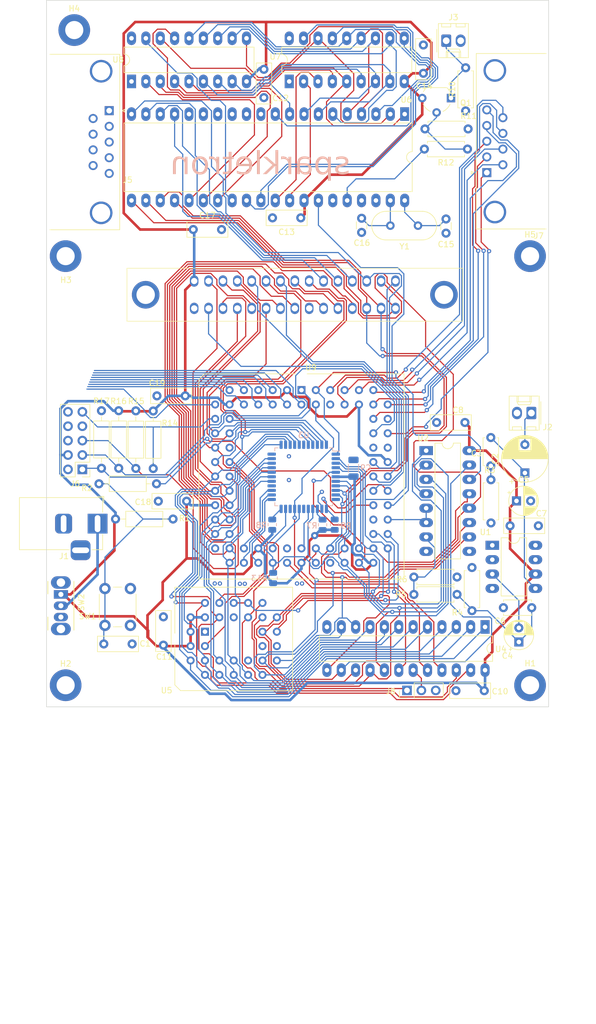
<source format=kicad_pcb>
(kicad_pcb (version 20221018) (generator pcbnew)
  (title_block (title "Portable Colecovision") (date "2024-01-03") (rev "DEV") (company "sparkletron") (comment 1 "Jay Convertino") (comment 2 "MIT LICENSE"))
  (layers (0 "F.Cu" signal) (31 "B.Cu" signal) (34 "B.Paste" user) (35 "F.Paste" user) (36 "B.SilkS" user "B.Silkscreen") (37 "F.SilkS" user "F.Silkscreen") (38 "B.Mask" user) (39 "F.Mask" user) (44 "Edge.Cuts" user))
  (net 0 "")
  (net 1 "Net-(C1-Pad1)")
  (net 2 "GNDD")
  (net 3 "Net-(J3-In)")
  (net 4 "/GLUE/~{CS_hC000}")
  (net 5 "+5V")
  (net 6 "/GLUE/~{CS_h8000}")
  (net 7 "/GLUE/~{CS_hA000}")
  (net 8 "/GLUE/~{CS_hE000}")
  (net 9 "/GLUE/C1P0")
  (net 10 "/GLUE/C1P1")
  (net 11 "/GLUE/C1P2")
  (net 12 "/GLUE/C1P3")
  (net 13 "/GLUE/C1P4")
  (net 14 "/GLUE/C1P5")
  (net 15 "/GLUE/C1P6")
  (net 16 "/GLUE/C1P7")
  (net 17 "/GLUE/C1P8")
  (net 18 "/GLUE/TCK")
  (net 19 "/GLUE/TDO")
  (net 20 "/GLUE/TMS")
  (net 21 "/GLUE/TDI")
  (net 22 "Net-(Q1-B)")
  (net 23 "/GLUE/~{RESET_SW}")
  (net 24 "/GLUE/~{INT}")
  (net 25 "/video/Y")
  (net 26 "/GLUE/~{WAIT}")
  (net 27 "/GLUE/~{SND_ENABLE}")
  (net 28 "/GLUE/CLK")
  (net 29 "/GLUE/~{MREQ}")
  (net 30 "/GLUE/~{IORQ}")
  (net 31 "/GLUE/~{WR}")
  (net 32 "/GLUE/~{RESET}")
  (net 33 "/GLUE/~{M1}")
  (net 34 "/GLUE/~{RFSH}")
  (net 35 "/GLUE/~{RAM_CS}")
  (net 36 "/GLUE/~{ROM_ENABLE}")
  (net 37 "/video/nRAS")
  (net 38 "/video/nCAS")
  (net 39 "/video/RnW")
  (net 40 "/GLUE/~{CSW}")
  (net 41 "/GLUE/~{CSR}")
  (net 42 "/video/R7")
  (net 43 "GND")
  (net 44 "/video/R6")
  (net 45 "/video/R5")
  (net 46 "/video/R4")
  (net 47 "/video/R3")
  (net 48 "/video/R2")
  (net 49 "/cpu/~{HALT}")
  (net 50 "/video/R1")
  (net 51 "/cpu/~{NMI}")
  (net 52 "/video/R0")
  (net 53 "/GLUE/D4")
  (net 54 "/GLUE/D3")
  (net 55 "/GLUE/D5")
  (net 56 "/GLUE/D6")
  (net 57 "/GLUE/D2")
  (net 58 "/GLUE/D7")
  (net 59 "/GLUE/D0")
  (net 60 "/GLUE/D1")
  (net 61 "/GLUE/A0")
  (net 62 "/GLUE/A1")
  (net 63 "/GLUE/A2")
  (net 64 "/GLUE/A3")
  (net 65 "/GLUE/A4")
  (net 66 "/GLUE/A5")
  (net 67 "/GLUE/A6")
  (net 68 "/GLUE/A7")
  (net 69 "/GLUE/A8")
  (net 70 "/video/AD7")
  (net 71 "/video/AD6")
  (net 72 "/video/AD5")
  (net 73 "/video/AD4")
  (net 74 "/video/AD3")
  (net 75 "/video/AD2")
  (net 76 "/video/AD1")
  (net 77 "/video/AD0")
  (net 78 "/GLUE/A9")
  (net 79 "/GLUE/A10")
  (net 80 "/GLUE/A11")
  (net 81 "/GLUE/A12")
  (net 82 "/GLUE/A13")
  (net 83 "/GLUE/A14")
  (net 84 "/GLUE/A15")
  (net 85 "Net-(C2-Pad1)")
  (net 86 "Net-(J2-Pin_1)")
  (net 87 "Net-(C3-Pad1)")
  (net 88 "Net-(C4-Pad1)")
  (net 89 "Net-(U1-+)")
  (net 90 "Net-(U6-XTAL1)")
  (net 91 "Net-(U6-XTAL2)")
  (net 95 "Net-(U2-OUT)")
  (net 110 "/GLUE/~{VDP_RESET}")
  (net 111 "/GLUE/C2P0")
  (net 112 "/GLUE/C2P1")
  (net 113 "/GLUE/C2P2")
  (net 114 "/GLUE/C2P3")
  (net 115 "/GLUE/C2P4")
  (net 116 "/GLUE/C2P5")
  (net 117 "/GLUE/C2P6")
  (net 118 "/GLUE/C2P7")
  (net 119 "/GLUE/C2P8")
  (net 120 "Net-(J8-Pin_2)")
  (net 121 "/cpu/~{BUSRQ}")
  (net 122 "/GLUE/~{RD}")
  (net 123 "/cpu/~{BUSAK}")
  (net 124 "/GLUE/~{RAM_OE}")
  (net 125 "Net-(SW2-B)")
  (footprint "MountingHole:MountingHole_3.2mm_M3_DIN965_Pad" (layer "F.Cu") (at 167.3352 91.6298)
    (fp_text reference "H5")
    (fp_text value "MountingHole_Pad")
  )
  (footprint "Crystal:Crystal_HC49-4H_Vertical" (layer "F.Cu") (at 147.5348 86.245 180)
    (fp_text reference "Y1")
    (fp_text value "Crystal")
  )
  (footprint "Resistor_THT:R_Axial_DIN0207_L6.3mm_D2.5mm_P7.62mm_Horizontal" (layer "F.Cu") (at 146.812 148.2718)
    (fp_text reference "R6")
    (fp_text value "1k")
  )
  (footprint "Capacitor_THT:CP_Radial_D5.0mm_P2.50mm" (layer "F.Cu") (at 165.354 159.738513 90)
    (fp_text reference "C4")
    (fp_text value "2uF")
  )
  (footprint "Package_DIP:DIP-40_W15.24mm_LongPads" (layer "F.Cu") (at 145.1864 66.56 -90)
    (fp_text reference "U6")
    (fp_text value "TMS9118NL")
  )
  (footprint "Connector_Molex:Molex_KK-254_AE-6410-02A_1x02_P2.54mm_Vertical" (layer "F.Cu") (at 152.527 53.606)
    (fp_text reference "J3")
    (fp_text value "Conn_Coaxial")
  )
  (footprint "Connector_Dsub:DSUB-9_Male_Horizontal_P2.77x2.84mm_EdgePinOffset7.70mm_Housed_MountingHolesOffset9.12mm" (layer "F.Cu") (at 92.987 65.9508 -90)
    (fp_text reference "J5")
    (fp_text value "Player 1")
  )
  (footprint "Resistor_THT:R_Axial_DIN0207_L6.3mm_D2.5mm_P10.16mm_Horizontal" (layer "F.Cu") (at 100.7668 129.1252 90)
    (fp_text reference "R14")
    (fp_text value "1k")
  )
  (footprint "Package_DIP:DIP-8_W7.62mm_LongPads" (layer "F.Cu") (at 160.6654 142.6684)
    (fp_text reference "U1")
    (fp_text value "LM386")
  )
  (footprint "MountingHole:MountingHole_3.2mm_M3_DIN965_Pad" (layer "F.Cu") (at 85.2932 167.3726)
    (fp_text reference "H2")
    (fp_text value "MountingHole_Pad")
  )
  (footprint "Package_DIP:DIP-24_W7.62mm_LongPads" (layer "F.Cu") (at 159.385 157.0856 -90)
    (fp_text reference "U4")
    (fp_text value "6116XA")
  )
  (footprint "Package_DIP:DIP-18_W7.62mm_LongPads" (layer "F.Cu") (at 124.7902 60.7942 90)
    (fp_text reference "U7")
    (fp_text value "TMS4416")
  )
  (footprint "Capacitor_THT:CP_Radial_D5.0mm_P2.50mm" (layer "F.Cu") (at 164.936288 134.8352)
    (fp_text reference "C5")
    (fp_text value "10uF")
  )
  (footprint "Capacitor_THT:C_Disc_D7.0mm_W2.5mm_P5.00mm" (layer "F.Cu") (at 159.2434 168.3378 180)
    (fp_text reference "C10")
    (fp_text value "100nF")
  )
  (footprint "Resistor_THT:R_Axial_DIN0207_L6.3mm_D2.5mm_P7.62mm_Horizontal" (layer "F.Cu") (at 155.956 66.0012 90)
    (fp_text reference "R10")
    (fp_text value "75R")
  )
  (footprint "Resistor_THT:R_Axial_DIN0207_L6.3mm_D2.5mm_P10.16mm_Horizontal" (layer "F.Cu") (at 94.6708 129.0744 90)
    (fp_text reference "R16")
    (fp_text value "1k")
  )
  (footprint "Connector_PinHeader_2.54mm:PinHeader_2x05_P2.54mm_Vertical" (layer "F.Cu") (at 88.2496 129.2726 180)
    (fp_text reference "J6")
    (fp_text value "Conn_02x05_Odd_Even")
  )
  (footprint "Resistor_THT:R_Axial_DIN0207_L6.3mm_D2.5mm_P7.62mm_Horizontal" (layer "F.Cu") (at 156.2862 72.7322 180)
    (fp_text reference "R12")
    (fp_text value "100R")
  )
  (footprint "Capacitor_THT:C_Disc_D7.0mm_W2.5mm_P5.00mm" (layer "F.Cu") (at 155.829 120.9922 180)
    (fp_text reference "C8")
    (fp_text value "100nF")
  )
  (footprint "Capacitor_THT:C_Disc_D7.0mm_W2.5mm_P5.00mm" (layer "F.Cu") (at 163.801851 139.2294)
    (fp_text reference "C7")
    (fp_text value "100nF")
  )
  (footprint "Resistor_THT:R_Axial_DIN0207_L6.3mm_D2.5mm_P10.16mm_Horizontal" (layer "F.Cu") (at 91.6228 129.0744 90)
    (fp_text reference "R17")
    (fp_text value "1k")
  )
  (footprint "Connector_Dsub:DSUB-9_Male_Horizontal_P2.77x2.84mm_EdgePinOffset7.70mm_Housed_MountingHolesOffset9.12mm" (layer "F.Cu") (at 159.6946 76.89 90)
    (fp_text reference "J7")
    (fp_text value "Player 2")
  )
  (footprint "Package_LCC:PLCC-84_THT-Socket" (layer "F.Cu") (at 126.9492 115.2772)
    (fp_text reference "U9")
    (fp_text value "EPM7064SLC")
  )
  (footprint "Capacitor_THT:C_Disc_D3.0mm_W1.6mm_P2.50mm" (layer "F.Cu") (at 137.578 84.9442 -90)
    (fp_text reference "C16")
    (fp_text value "33pF")
  )
  (footprint "Capacitor_THT:C_Disc_D7.0mm_W2.5mm_P5.00mm" (layer "F.Cu") (at 106.6654 134.886 180)
    (fp_text reference "C18")
    (fp_text value "100nF")
  )
  (footprint "Capacitor_THT:C_Disc_D3.0mm_W1.6mm_P2.50mm" (layer "F.Cu") (at 152.4878 87.5712 90)
    (fp_text reference "C15")
    (fp_text value "33pF")
  )
  (footprint "MountingHole:MountingHole_3.2mm_M3_DIN965_Pad" (layer "F.Cu") (at 85.2932 91.6298)
    (fp_text reference "H3")
    (fp_text value "MountingHole_Pad")
  )
  (footprint "Capacitor_THT:C_Disc_D7.0mm_W2.5mm_P5.00mm" (layer "F.Cu") (at 148.4884 59.3572 90)
    (fp_text reference "C14")
    (fp_text value "100nF")
  )
  (footprint "Button_Switch_THT:SW_PUSH_6mm" (layer "F.Cu") (at 92.238 156.805 90)
    (fp_text reference "SW1")
    (fp_text value "SW_Push")
  )
  (footprint "Connector_Molex:Molex_KK-254_AE-6410-02A_1x02_P2.54mm_Vertical" (layer "F.Cu") (at 167.5638 119.3212 180)
    (fp_text reference "J2")
    (fp_text value "Conn_01x02")
  )
  (footprint "Capacitor_THT:C_Disc_D7.0mm_W2.5mm_P5.00mm" (layer "F.Cu") (at 107.8376 86.9308)
    (fp_text reference "C17")
    (fp_text value "100nF")
  )
  (footprint "Resistor_THT:R_Axial_DIN0207_L6.3mm_D2.5mm_P7.62mm_Horizontal" (layer "F.Cu") (at 154.432 151.3452 180)
    (fp_text reference "R5")
    (fp_text value "5k")
  )
  (footprint "Package_LCC:PLCC-32_THT-Socket" (layer "F.Cu") (at 109.9058 157.9238 90)
    (fp_text reference "U5")
    (fp_text value "AT27C256R-70JU-T")
  )
  (footprint "Resistor_THT:R_Axial_DIN0207_L6.3mm_D2.5mm_P7.62mm_Horizontal" (layer "F.Cu") (at 160.4264 138.7214 90)
    (fp_text reference "R3")
    (fp_text value "10R")
  )
  (footprint "Capacitor_THT:C_Disc_D7.0mm_W2.5mm_P5.00mm" (layer "F.Cu") (at 106.4222 116.2932 180)
    (fp_text reference "C19")
    (fp_text value "100nF")
  )
  (footprint "MountingHole:MountingHole_3.2mm_M3_DIN965_Pad" (layer "F.Cu") (at 86.8172 51.7264)
    (fp_text reference "H4")
    (fp_text value "MountingHole_Pad")
  )
  (footprint "Resistor_THT:R_Axial_DIN0207_L6.3mm_D2.5mm_P10.16mm_Horizontal" (layer "F.Cu") (at 94.107 138.0356)
    (fp_text reference "R1")
    (fp_text value "4k7")
  )
  (footprint "MountingHole:MountingHole_3.2mm_M3_DIN965_Pad" (layer "F.Cu") (at 167.3352 167.3726)
    (fp_text reference "H1")
    (fp_text value "MountingHole_Pad")
  )
  (footprint "Capacitor_THT:C_Disc_D4.7mm_W2.5mm_P5.00mm" (layer "F.Cu") (at 162.6254 153.682)
    (fp_text reference "C6")
    (fp_text value "300pF")
  )
  (footprint "Resistor_THT:R_Axial_DIN0207_L6.3mm_D2.5mm_P10.16mm_Horizontal" (layer "F.Cu") (at 91.186 131.8126)
    (fp_text reference "R2")
    (fp_text value "470R")
  )
  (footprint "Capacitor_THT:C_Disc_D7.0mm_W2.5mm_P5.00mm" (layer "F.Cu") (at 120.3198 58.6498 -90)
    (fp_text reference "C12")
    (fp_text value "100nF")
  )
  (footprint "Connector_PinHeader_2.54mm:PinHeader_1x03_P2.54mm_Vertical" (layer "F.Cu") (at 145.5928 168.287 90)
    (fp_text reference "J8")
    (fp_text value "Conn_01x03")
  )
  (footprint "Resistor_THT:R_Axial_DIN0207_L6.3mm_D2.5mm_P10.16mm_Horizontal" (layer "F.Cu") (at 97.6934 129.0998 90)
    (fp_text reference "R15")
    (fp_text value "1k")
  )
  (footprint "Capacitor_THT:C_Disc_D7.0mm_W2.5mm_P5.00mm" (layer "F.Cu") (at 102.5652 160.2968 90)
    (fp_text reference "C11")
    (fp_text value "100nF")
  )
  (footprint "logos:sparkletron" (layer "F.Cu") (at 138.3842 226.960062)
    (fp_text reference "S1" hide)
    (fp_text value "sparkletron" hide)
  )
  (footprint "TE_5530841-2:55308412_coleco" (layer "F.Cu") (at 143.5608 96.024)
    (fp_text reference "J4" hide)
    (fp_text value "Cartridge Port" hide)
  )
  (footprint "Button_Switch_THT:SW_CuK_OS102011MA1QN1_SPDT_Angled" (layer "F.Cu") (at 84.455 151.3412 -90)
    (fp_text reference "SW2")
    (fp_text value "SW_SPDT")
  )
  (footprint "Package_DIP:DIP-18_W7.62mm_LongPads" (layer "F.Cu") (at 96.9264 60.7942 90)
    (fp_text reference "U8")
    (fp_text value "TMS4416")
  )
  (footprint "Capacitor_THT:C_Disc_D7.0mm_W2.5mm_P5.00mm" (layer "F.Cu") (at 92.0388 160.0828)
    (fp_text reference "C1")
    (fp_text value "100nF")
  )
  (footprint "Package_TO_SOT_THT:TO-92_Wide" (layer "F.Cu") (at 153.3652 63.7326 180)
    (fp_text reference "Q1")
    (fp_text value "2N3904")
  )
  (footprint "Resistor_THT:R_Axial_DIN0207_L6.3mm_D2.5mm_P7.62mm_Horizontal" (layer "F.Cu") (at 148.7678 69.1762)
    (fp_text reference "R11")
    (fp_text value "510R")
  )
  (footprint "Resistor_THT:R_Axial_DIN0207_L6.3mm_D2.5mm_P7.62mm_Horizontal" (layer "F.Cu") (at 157.0736 146.5954 -90)
    (fp_text reference "R4")
    (fp_text value "500R")
  )
  (footprint "Connector_BarrelJack:BarrelJack_Horizontal" (layer "F.Cu") (at 90.9348 138.8474)
    (fp_text reference "J1")
    (fp_text value "Barrel_Jack_Switch")
  )
  (footprint "Capacitor_THT:C_Disc_D4.7mm_W2.5mm_P5.00mm" (layer "F.Cu") (at 160.401 128.6484 90)
    (fp_text reference "C3")
    (fp_text value "50nF")
  )
  (footprint "Package_DIP:DIP-16_W7.62mm_LongPads" (layer "F.Cu") (at 148.9814 125.9606)
    (fp_text reference "U2")
    (fp_text value "SN76489AN")
  )
  (footprint "Capacitor_THT:C_Disc_D7.0mm_W2.5mm_P5.00mm" (layer "F.Cu") (at 126.833 84.8734 180)
    (fp_text reference "C13")
    (fp_text value "100nF")
  )
  (footprint "Capacitor_THT:CP_Radial_D8.0mm_P5.00mm" (layer "F.Cu") (at 166.4208 129.897251 90)
    (fp_text reference "C2")
    (fp_text value "220uF")
  )
  (footprint "Resistor_SMD:R_0805_2012Metric" (layer "B.Cu") (at 121.9454 148.4496 -90)
    (fp_text reference "R13")
    (fp_text value "1k")
  )
  (footprint "Package_QFP:LQFP-44_10x10mm_P0.8mm" (layer "B.Cu") (at 127.3539 130.5808 180)
    (fp_text reference "U3")
    (fp_text value "Z84C0010AEG")
  )
  (footprint "Resistor_SMD:R_0805_2012Metric" (layer "B.Cu") (at 132.8166 139.0262 -90)
    (fp_text reference "R9")
    (fp_text value "3K3")
  )
  (footprint "Resistor_SMD:R_0805_2012Metric" (layer "B.Cu") (at 130.683 139.0516 -90)
    (fp_text reference "R7")
    (fp_text value "3K3")
  )
  (footprint "Capacitor_SMD:C_1206_3216Metric" (layer "B.Cu") (at 136.144 129.0694 90)
    (fp_text reference "C9")
    (fp_text value "100nF")
  )
  (footprint "Resistor_SMD:R_0805_2012Metric" (layer "B.Cu") (at 121.793 139.0262 90)
    (fp_text reference "R8")
    (fp_text value "3K3")
  )
  (gr_rect (start 81.915 46.4686) (end 170.6118 171.1826) (stroke (width 0.1)) (fill none) (layer "Edge.Cuts"))
  (segment (start 104.267 138.1212) (end 104.267 138.0356) (width 0.2032) (layer "F.Cu") (net 1))
  (segment (start 98.9702 138.0356) (end 104.267 138.0356) (width 0.2032) (layer "B.Cu") (net 1))
  (segment (start 92.7472 131.8126) (end 91.186 131.8126) (width 0.2032) (layer "B.Cu") (net 1))
  (segment (start 92.0388 160.0828) (end 92.0388 157.0042) (width 0.2032) (layer "B.Cu") (net 1))
  (segment (start 91.186 131.6856) (end 91.186 131.8126) (width 0.2032) (layer "B.Cu") (net 1))
  (segment (start 92.238 144.7678) (end 98.9702 138.0356) (width 0.2032) (layer "B.Cu") (net 1))
  (segment (start 92.238 150.305) (end 92.238 144.7678) (width 0.2032) (layer "B.Cu") (net 1))
  (segment (start 92.0388 157.0042) (end 92.238 156.805) (width 0.2032) (layer "B.Cu") (net 1))
  (segment (start 98.9702 138.0356) (end 92.7472 131.8126) (width 0.2032) (layer "B.Cu") (net 1))
  (segment (start 92.238 150.305) (end 92.238 156.805) (width 0.2032) (layer "B.Cu") (net 1))
  (via (at 126.1618 149.4148) (size 0.762) (drill 0.3556) (layers "F.Cu" "B.Cu") (net 2))
  (via (at 111.633 149.4148) (size 0.762) (drill 0.3556) (layers "F.Cu" "B.Cu") (net 2))
  (via (at 116.9416 149.4656) (size 0.762) (drill 0.3556) (layers "F.Cu" "B.Cu") (net 2))
  (via (at 124.7394 126.9612) (size 0.762) (drill 0.3556) (layers "F.Cu" "B.Cu") (net 2))
  (via (at 112.5474 149.4148) (size 0.762) (drill 0.3556) (layers "F.Cu" "B.Cu") (net 2))
  (via (at 124.7394 131.1522) (size 0.762) (drill 0.3556) (layers "F.Cu" "B.Cu") (net 2))
  (via (at 127.0508 149.4148) (size 0.762) (drill 0.3556) (layers "F.Cu" "B.Cu") (net 2))
  (via (at 116.078 149.4656) (size 0.762) (drill 0.3556) (layers "F.Cu" "B.Cu") (net 2))
  (segment (start 152.527 54.9522) (end 155.956 58.3812) (width 0.2032) (layer "B.Cu") (net 3))
  (segment (start 153.3652 63.7326) (end 153.3652 60.972) (width 0.2032) (layer "B.Cu") (net 3))
  (segment (start 153.3652 60.972) (end 155.956 58.3812) (width 0.2032) (layer "B.Cu") (net 3))
  (segment (start 152.527 53.606) (end 152.527 54.9522) (width 0.2032) (layer "B.Cu") (net 3))
  (segment (start 145.0086 116.671208) (end 145.0086 129.709377) (width 0.2032) (layer "B.Cu") (net 4))
  (segment (start 145.0086 129.709377) (end 142.676777 132.0412) (width 0.2032) (layer "B.Cu") (net 4))
  (segment (start 142.0756 97.5092) (end 142.0756 113.738208) (width 0.2032) (layer "B.Cu") (net 4))
  (segment (start 140.6652 132.0412) (end 139.6492 133.0572) (width 0.2032) (layer "B.Cu") (net 4))
  (segment (start 143.5608 96.024) (end 142.0756 97.5092) (width 0.2032) (layer "B.Cu") (net 4))
  (segment (start 142.0756 113.738208) (end 145.0086 116.671208) (width 0.2032) (layer "B.Cu") (net 4))
  (segment (start 142.676777 132.0412) (end 140.6652 132.0412) (width 0.2032) (layer "B.Cu") (net 4))
  (segment (start 129.0066 119.011) (end 129.926944 119.931344) (width 0.4572) (layer "F.Cu") (net 5))
  (segment (start 107.8376 95.8608) (end 108.0008 96.024) (width 0.4572) (layer "F.Cu") (net 5))
  (segment (start 148.0486 63.7326) (end 145.1102 60.7942) (width 0.4572) (layer "F.Cu") (net 5))
  (segment (start 134.112 140.9566) (end 135.9154 142.76) (width 0.4572) (layer "F.Cu") (net 5))
  (segment (start 127.6858 116.471) (end 128.2954 117.0806) (width 0.4572) (layer "F.Cu") (net 5))
  (segment (start 127.508 84.2384) (end 127.508 81.9016) (width 0.4572) (layer "F.Cu") (net 5))
  (segment (start 120.777 50.304) (end 97.58273 50.304) (width 0.4572) (layer "F.Cu") (net 5))
  (segment (start 126.833 84.8734) (end 126.873 84.8734) (width 0.4572) (layer "F.Cu") (net 5))
  (segment (start 93.9038 143.5996) (end 93.9038 138.2388) (width 0.4572) (layer "F.Cu") (net 5))
  (segment (start 107.3658 155.3838) (end 107.3658 157.9238) (width 0.4572) (layer "F.Cu") (net 5))
  (segment (start 156.6014 121.7646) (end 155.829 120.9922) (width 0.4572) (layer "F.Cu") (net 5))
  (segment (start 138.4554 146.951) (end 139.6492 145.7572) (width 0.4572) (layer "F.Cu") (net 5))
  (segment (start 118.1354 144.411) (end 119.3292 143.2172) (width 0.4572) (layer "F.Cu") (net 5))
  (segment (start 128.2954 144.411) (end 128.2954 141.9472) (width 0.4572) (layer "F.Cu") (net 5))
  (segment (start 93.9038 138.2388) (end 94.107 138.0356) (width 0.4572) (layer "F.Cu") (net 5))
  (segment (start 99.8674 158.9706) (end 99.7586 158.8618) (width 0.4572) (layer "F.Cu") (net 5))
  (segment (start 106.4222 97.6026) (end 108.0008 96.024) (width 0.4572) (layer "F.Cu") (net 5))
  (segment (start 148.2852 63.7326) (end 148.0486 63.7326) (width 0.4572) (layer "F.Cu") (net 5))
  (segment (start 136.614711 146.951) (end 138.4554 146.951) (width 0.4572) (layer "F.Cu") (net 5))
  (segment (start 106.4222 116.2932) (end 106.4222 97.6026) (width 0.4572) (layer "F.Cu") (net 5))
  (segment (start 94.7724 119.016) (end 94.6708 118.9144) (width 0.4572) (layer "F.Cu") (net 5))
  (segment (start 99.8674 157.7278) (end 99.8674 158.9706) (width 0.4572) (layer "F.Cu") (net 5))
  (segment (start 102.4382 149.2078) (end 106.6654 144.9806) (width 0.4572) (layer "F.Cu") (net 5))
  (segment (start 123.1138 116.5726) (end 115.4938 116.5726) (width 0.4572) (layer "F.Cu") (net 5))
  (segment (start 128.2954 141.9472) (end 129.286 140.9566) (width 0.4572) (layer "F.Cu") (net 5))
  (segment (start 148.4884 59.3572) (end 146.5472 59.3572) (width 0.4572) (layer "F.Cu") (net 5))
  (segment (start 159.527071 125.9606) (end 156.6014 125.9606) (width 0.4572) (layer "F.Cu") (net 5))
  (segment (start 88.8198 155.206) (end 97.3456 155.206) (width 0.4572) (layer "F.Cu") (net 5))
  (segment (start 163.801851 139.2294) (end 163.801851 135.969637) (width 0.4572) (layer "F.Cu") (net 5))
  (segment (start 118.1354 146.316) (end 118.1354 144.411) (width 0.4572) (layer "F.Cu") (net 5))
  (segment (start 101.3606 160.4638) (end 99.8674 158.9706) (width 0.4572) (layer "F.Cu") (net 5))
  (segment (start 116.713 147.7384) (end 111.379 147.7384) (width 0.4572) (layer "F.Cu") (net 5))
  (segment (start 95.5548 52.33193) (end 95.5548 84.0352) (width 0.4572) (layer "F.Cu") (net 5))
  (segment (start 127.508 81.9016) (end 127.4064 81.8) (width 0.4572) (layer "F.Cu") (net 5))
  (segment (start 98.4504 86.9308) (end 107.8376 86.9308) (width 0.4572) (layer "F.Cu") (net 5))
  (segment (start 126.9492 145.7572) (end 128.2954 144.411) (width 0.4572) (layer "F.Cu") (net 5))
  (segment (start 95.5548 84.0352) (end 98.4504 86.9308) (width 0.4572) (layer "F.Cu") (net 5))
  (segment (start 84.455 151.3412) (end 86.1622 151.3412) (width 0.4572) (layer "F.Cu") (net 5))
  (segment (start 99.7586 158.8618) (end 99.7586 155.0154) (width 0.4572) (layer "F.Cu") (net 5))
  (segment (start 129.926944 119.931344) (end 134.995056 119.931344) (width 0.4572) (layer "F.Cu") (net 5))
  (segment (start 128.994711 119.011) (end 129.0066 119.011) (width 0.4572) (layer "F.Cu") (net 5))
  (segment (start 124.4092 115.2772) (end 123.1138 116.5726) (width 0.4572) (layer "F.Cu") (net 5))
  (segment (start 166.6028 152.5348) (end 166.6028 149.431) (width 0.4572) (layer "F.Cu") (net 5))
  (segment (start 84.455 151.3412) (end 84.955 151.3412) (width 0.4572) (layer "F.Cu") (net 5))
  (segment (start 129.286 140.9566) (end 134.112 140.9566) (width 0.4572) (layer "F.Cu") (net 5))
  (segment (start 108.6358 144.9952) (end 106.68 144.9952) (width 0.4572) (layer "F.Cu") (net 5))
  (segment (start 134.995056 119.931344) (end 137.1092 117.8172) (width 0.4572) (layer "F.Cu") (net 5))
  (segment (start 156.6014 125.9606) (end 156.6014 121.7646) (width 0.4572) (layer "F.Cu") (net 5))
  (segment (start 163.801851 135.969637) (end 164.936288 134.8352) (width 0.4572) (layer "F.Cu") (net 5))
  (segment (start 135.9154 146.251689) (end 136.614711 146.951) (width 0.4572) (layer "F.Cu") (net 5))
  (segment (start 128.2954 118.311689) (end 128.994711 119.011) (width 0.4572) (layer "F.Cu") (net 5))
  (segment (start 137.668 77.2534) (end 131.953 77.2534) (width 0.4572) (layer "F.Cu") (net 5))
  (segment (start 149.8854 57.9602) (end 148.4884 59.3572) (width 0.4572) (layer "F.Cu") (net 5))
  (segment (start 107.3658 157.9238) (end 107.3658 160.4638) (width 0.4572) (layer "F.Cu") (net 5))
  (segment (start 148.2852 63.7326) (end 148.2852 66.6362) (width 0.4572) (layer "F.Cu") (net 5))
  (segment (start 125.603 116.471) (end 127.6858 116.471) (width 0.4572) (layer "F.Cu") (net 5))
  (segment (start 146.5472 59.3572) (end 145.1102 60.7942) (width 0.4572) (layer "F.Cu") (net 5))
  (segment (start 120.7008 58.4466) (end 120.7008 50.3802) (width 0.4572) (layer "F.Cu") (net 5))
  (segment (start 135.9154 142.76) (end 135.9154 146.251689) (width 0.4572) (layer "F.Cu") (net 5))
  (segment (start 149.8854 53.940329) (end 149.8854 57.9602) (width 0.4572) (layer "F.Cu") (net 5))
  (segment (start 163.801851 143.264851) (end 163.801851 139.2294) (width 0.4572) (layer "F.Cu") (net 5))
  (segment (start 106.6654 144.9806) (end 106.68 144.9952) (width 0.4572) (layer "F.Cu") (net 5))
  (segment (start 111.379 147.7384) (end 108.6358 144.9952) (width 0.4572) (layer "F.Cu") (net 5))
  (segment (start 115.4938 116.5726) (end 114.2492 117.8172) (width 0.4572) (layer "F.Cu") (net 5))
  (segment (start 128.2954 117.0806) (end 128.2954 118.311689) (width 0.4572) (layer "F.Cu") (net 5))
  (segment (start 146.249071 50.304) (end 149.8854 53.940329) (width 0.4572) (layer "F.Cu") (net 5))
  (segment (start 166.6028 149.431) (end 168.2854 147.7484) (width 0.4572) (layer "F.Cu") (net 5))
  (segment (start 116.713 147.7384) (end 118.1354 146.316) (width 0.4572) (layer "F.Cu") (net 5))
  (segment (start 120.777 50.304) (end 146.249071 50.304) (width 0.4572) (layer "F.Cu") (net 5))
  (segment (start 164.936288 131.369817) (end 159.527071 125.9606) (width 0.4572) (layer "F.Cu") (net 5))
  (segment (start 126.873 84.8734) (end 127.508 84.2384) (width 0.4572) (layer "F.Cu") (net 5))
  (segment (start 100.716 119.016) (end 94.7724 119.016) (width 0.4572) (layer "F.Cu") (net 5))
  (segment (start 102.4382 152.3358) (end 102.4382 149.2078) (width 0.4572) (layer "F.Cu") (net 5))
  (segment (start 97.58273 50.304) (end 95.5548 52.33193) (width 0.4572) (layer "F.Cu") (net 5))
  (segment (start 159.385 162.765723) (end 160.6676 161.483123) (width 0.4572) (layer "F.Cu") (net 5))
  (segment (start 160.6676 161.483123) (end 160.6676 158.47) (width 0.4572) (layer "F.Cu") (net 5))
  (segment (start 86.1622 151.3412) (end 93.9038 143.5996) (width 0.4572) (layer "F.Cu") (net 5))
  (segment (start 97.3456 155.206) (end 99.8674 157.7278) (width 0.4572) (layer "F.Cu") (net 5))
  (segment (start 159.385 162.765723) (end 159.385 164.7056) (width 0.4572) (layer "F.Cu") (net 5))
  (segment (start 148.2852 66.6362) (end 137.668 77.2534) (width 0.4572) (layer "F.Cu") (net 5))
  (segment (start 164.936288 134.8352) (end 164.936288 131.369817) (width 0.4572) (layer "F.Cu") (net 5))
  (segment (start 106.6654 134.886) (end 106.6654 144.9806) (width 0.4572) (layer "F.Cu") (net 5))
  (segment (start 120.7008 50.3802) (end 120.777 50.304) (width 0.4572) (layer "F.Cu") (net 5))
  (segment (start 168.2854 147.7484) (end 163.801851 143.264851) (width 0.4572) (layer "F.Cu") (net 5))
  (segment (start 131.953 77.2534) (end 127.4064 81.8) (width 0.4572) (layer "F.Cu") (net 5))
  (segment (start 84.955 151.3412) (end 88.8198 155.206) (width 0.4572) (layer "F.Cu") (net 5))
  (segment (start 107.3658 160.4638) (end 101.3606 160.4638) (width 0.4572) (layer "F.Cu") (net 5))
  (segment (start 160.6676 158.47) (end 166.6028 152.5348) (width 0.4572) (layer "F.Cu") (net 5))
  (segment (start 124.4092 115.2772) (end 125.603 116.471) (width 0.4572) (layer "F.Cu") (net 5))
  (segment (start 99.7586 155.0154) (end 102.4382 152.3358) (width 0.4572) (layer "F.Cu") (net 5))
  (segment (start 100.7668 118.9652) (end 100.716 119.016) (width 0.4572) (layer "F.Cu") (net 5))
  (via (at 129.286 140.9566) (size 1.27) (drill 0.5588) (layers "F.Cu" "B.Cu") (net 5))
  (segment (start 112.203689 116.6234) (end 113.397489 117.8172) (width 0.4572) (layer "B.Cu") (net 5))
  (segment (start 124.955984 169.9888) (end 114.562613 169.9888) (width 0.4572) (layer "B.Cu") (net 5))
  (segment (start 113.445013 168.8712) (end 110.735797 168.8712) (width 0.4572) (layer "B.Cu") (net 5))
  (segment (start 121.9454 149.3621) (end 120.523 147.9397) (width 0.4572) (layer "B.Cu") (net 5))
  (segment (start 155.829 121.307471) (end 155.829 120.9922) (width 0.4572) (layer "B.Cu") (net 5))
  (segment (start 85.704619 117.233) (end 84.377 118.560619) (width 0.4572) (layer "B.Cu") (net 5))
  (segment (start 92.009271 117.233) (end 85.704619 117.233) (width 0.4572) (layer "B.Cu") (net 5))
  (segment (start 136.3472 130.7476) (end 136.18 130.5804) (width 0.4572) (layer "B.Cu") (net 5))
  (segment (start 114.5286 117.8172) (end 114.2492 117.8172) (width 0.4572) (layer "B.Cu") (net 5))
  (segment (start 136.4742 144.411) (end 135.9154 143.8522) (width 0.4572) (layer "B.Cu") (net 5))
  (segment (start 84.377 118.560619) (end 84.377 126.6868) (width 0.4572) (layer "B.Cu") (net 5))
  (segment (start 111.7092 135.5972) (end 107.3766 135.5972) (width 0.4572) (layer "B.Cu") (net 5))
  (segment (start 135.9154 142.722711) (end 136.3472 142.290911) (width 0.4572) (layer "B.Cu") (net 5))
  (segment (start 94.107 138.0356) (end 94.107 136.90423) (width 0.4572) (layer "B.Cu") (net 5))
  (segment (start 94.107 136.90423) (end 89.19317 131.9904) (width 0.4572) (layer "B.Cu") (net 5))
  (segment (start 138.797489 145.7572) (end 137.451289 144.411) (width 0.4572) (layer "B.Cu") (net 5))
  (segment (start 107.7468 116.6234) (end 112.203689 116.6234) (width 0.4572) (layer "B.Cu") (net 5))
  (segment (start 113.397489 117.8172) (end 114.2492 117.8172) (width 0.4572) (layer "B.Cu") (net 5))
  (segment (start 139.6492 145.7572) (end 138.797489 145.7572) (width 0.4572) (layer "B.Cu") (net 5))
  (segment (start 107.3658 155.3838) (end 109.9058 155.3838) (width 0.4572) (layer "B.Cu") (net 5))
  (segment (start 136.18 130.5804) (end 133.087136 130.5804) (width 0.4572) (layer "B.Cu") (net 5))
  (segment (start 102.5652 160.700603) (end 102.5652 160.2968) (width 0.4572) (layer "B.Cu") (net 5))
  (segment (start 107.3766 135.5972) (end 106.6654 134.886) (width 0.4572) (layer "B.Cu") (net 5))
  (segment (start 130.7084 139.9387) (end 130.683 139.9641) (width 0.4572) (layer "B.Cu") (net 5))
  (segment (start 130.2785 139.9641) (end 129.286 140.9566) (width 0.4572) (layer "B.Cu") (net 5))
  (segment (start 106.4222 116.2932) (end 107.4166 116.2932) (width 0.4572) (layer "B.Cu") (net 5))
  (segment (start 136.3472 142.290911) (end 136.3472 130.7476) (width 0.4572) (layer "B.Cu") (net 5))
  (segment (start 101.0208 118.9652) (end 100.7668 118.7112) (width 0.4572) (layer "B.Cu") (net 5))
  (segment (start 121.793 140.7534) (end 121.793 139.9387) (width 0.4572) (layer "B.Cu") (net 5))
  (segment (start 94.7216 118.7112) (end 94.5184 118.9144) (width 0.4572) (layer "B.Cu") (net 5))
  (segment (start 84.4228 126.7326) (end 84.377 126.6868) (width 0.4572) (layer "B.Cu") (net 5))
  (segment (start 85.7096 126.7326) (end 84.4228 126.7326) (width 0.4572) (layer "B.Cu") (net 5))
  (segment (start 140.9954 126.7834) (end 142.1892 127.9772) (width 0.4572) (layer "B.Cu") (net 5))
  (segment (start 120.523 147.9397) (end 120.523 144.411) (width 0.4572) (layer "B.Cu") (net 5))
  (segment (start 126.9492 145.7572) (end 126.9492 146.824) (width 0.4572) (layer "B.Cu") (net 5))
  (segment (start 107.4166 116.2932) (end 107.7468 116.6234) (width 0.4572) (layer "B.Cu") (net 5))
  (segment (start 120.523 144.411) (end 119.3292 143.2172) (width 0.4572) (layer "B.Cu") (net 5))
  (segment (start 132.8166 139.9387) (end 130.7084 139.9387) (width 0.4572) (layer "B.Cu") (net 5))
  (segment (start 86.36 131.9904) (end 84.377 130.0074) (width 0.4572) (layer "B.Cu") (net 5))
  (segment (start 159.385 168.1962) (end 159.2434 168.3378) (width 0.4572) (layer "B.Cu") (net 5))
  (segment (start 106.4222 116.2932) (end 103.4388 116.2932) (width 0.4572) (layer "B.Cu") (net 5))
  (segment (start 130.683 139.9641) (end 130.2785 139.9641) (width 0.4572) (layer "B.Cu") (net 5))
  (segment (start 126.9492 146.824) (end 124.4111 149.3621) (width 0.4572) (layer "B.Cu") (net 5))
  (segment (start 89.19317 131.9904) (end 86.36 131.9904) (width 0.4572) (layer "B.Cu") (net 5))
  (segment (start 114.562613 169.9888) (end 113.445013 168.8712) (width 0.4572) (layer "B.Cu") (net 5))
  (segment (start 93.690671 118.9144) (end 92.009271 117.233) (width 0.4572) (layer "B.Cu") (net 5))
  (segment (start 138.7856 126.7834) (end 140.9954 126.7834) (width 0.4572) (layer "B.Cu") (net 5))
  (segment (start 127.990384 166.9544) (end 124.955984 169.9888) (width 0.4572) (layer "B.Cu") (net 5))
  (segment (start 135.9154 143.8522) (end 135.9154 142.722711) (width 0.4572) (layer "B.Cu") (net 5))
  (segment (start 159.2434 168.3378) (end 157.86 166.9544) (width 0.4572) (layer "B.Cu") (net 5))
  (segment (start 137.1092 125.107) (end 138.7856 126.7834) (width 0.4572) (layer "B.Cu") (net 5))
  (segment (start 137.451289 144.411) (end 136.4742 144.411) (width 0.4572) (layer "B.Cu") (net 5))
  (segment (start 94.5184 118.9144) (end 93.690671 118.9144) (width 0.4572) (layer "B.Cu") (net 5))
  (segment (start 159.385 164.7056) (end 159.385 168.1962) (width 0.4572) (layer "B.Cu") (net 5))
  (segment (start 117.2464 60.7942) (end 119.594 58.4466) (width 0.4572) (layer "B.Cu") (net 5))
  (segment (start 108.0008 87.094) (end 107.8376 86.9308) (width 0.4572) (layer "B.Cu") (net 5))
  (segment (start 103.4388 116.2932) (end 100.7668 118.9652) (width 0.4572) (layer "B.Cu") (net 5))
  (segment (start 110.735797 168.8712) (end 102.5652 160.700603) (width 0.4572) (layer "B.Cu") (net 5))
  (segment (start 119.3292 143.2172) (end 121.793 140.7534) (width 0.4572) (layer "B.Cu") (net 5))
  (segment (start 84.377 130.0074) (end 84.377 126.6868) (width 0.4572) (layer "B.Cu") (net 5))
  (segment (start 124.4111 149.3621) (end 121.9454 149.3621) (width 0.4572) (layer "B.Cu") (net 5))
  (segment (start 119.594 58.4466) (end 120.7008 58.4466) (width 0.4572) (layer "B.Cu") (net 5))
  (segment (start 108.0008 96.024) (end 108.0008 87.094) (width 0.4572) (layer "B.Cu") (net 5))
  (segment (start 137.1092 117.8172) (end 137.1092 125.107) (width 0.4572) (layer "B.Cu") (net 5))
  (segment (start 157.86 166.9544) (end 127.990384 166.9544) (width 0.4572) (layer "B.Cu") (net 5))
  (segment (start 140.6652 131.5332) (end 139.6492 130.5172) (width 0.2032) (layer "B.Cu") (net 6))
  (segment (start 144.6022 116.839544) (end 144.6022 129.541041) (width 0.2032) (layer "B.Cu") (net 6))
  (segment (start 124.2956 105.5878) (end 128.9812 110.2734) (width 0.2032) (layer "B.Cu") (net 6))
  (segment (start 142.610041 131.5332) (end 140.6652 131.5332) (width 0.2032) (layer "B.Cu") (net 6))
  (segment (start 124.2956 97.0788) (end 124.2956 105.5878) (width 0.2032) (layer "B.Cu") (net 6))
  (segment (start 123.2408 96.024) (end 124.2956 97.0788) (width 0.2032) (layer "B.Cu") (net 6))
  (segment (start 128.9812 110.2734) (end 138.036056 110.2734) (width 0.2032) (layer "B.Cu") (net 6))
  (segment (start 144.6022 129.541041) (end 142.610041 131.5332) (width 0.2032) (layer "B.Cu") (net 6))
  (segment (start 138.036056 110.2734) (end 144.6022 116.839544) (width 0.2032) (layer "B.Cu") (net 6))
  (segment (start 144.1958 128.5106) (end 142.1892 130.5172) (width 0.2032) (layer "B.Cu") (net 7))
  (segment (start 119.2156 101.1428) (end 128.7526 110.6798) (width 0.2032) (layer "B.Cu") (net 7))
  (segment (start 144.1958 117.00788) (end 144.1958 128.5106) (width 0.2032) (layer "B.Cu") (net 7))
  (segment (start 119.2156 97.0788) (end 119.2156 101.1428) (width 0.2032) (layer "B.Cu") (net 7))
  (segment (start 118.1608 96.024) (end 119.2156 97.0788) (width 0.2032) (layer "B.Cu") (net 7))
  (segment (start 137.86772 110.6798) (end 144.1958 117.00788) (width 0.2032) (layer "B.Cu") (net 7))
  (segment (start 128.7526 110.6798) (end 137.86772 110.6798) (width 0.2032) (layer "B.Cu") (net 7))
  (segment (start 137.699384 111.0862) (end 143.764 117.150816) (width 0.2032) (layer "B.Cu") (net 8))
  (segment (start 116.2812 111.0862) (end 137.699384 111.0862) (width 0.2032) (layer "B.Cu") (net 8))
  (segment (start 110.5408 100.85) (end 110.5408 105.3458) (width 0.2032) (layer "B.Cu") (net 8))
  (segment (start 110.5408 105.3458) (end 116.2812 111.0862) (width 0.2032) (layer "B.Cu") (net 8))
  (segment (start 140.716 129.044) (end 139.6492 127.9772) (width 0.2032) (layer "B.Cu") (net 8))
  (segment (start 143.764 117.150816) (end 143.764 127.9264) (width 0.2032) (layer "B.Cu") (net 8))
  (segment (start 143.764 127.9264) (end 142.6464 129.044) (width 0.2032) (layer "B.Cu") (net 8))
  (segment (start 142.6464 129.044) (end 140.716 129.044) (width 0.2032) (layer "B.Cu") (net 8))
  (segment (start 122.463484 111.8228) (end 125.476 114.835316) (width 0.2032) (layer "B.Cu") (net 9))
  (segment (start 125.476 116.344) (end 126.9492 117.8172) (width 0.2032) (layer "B.Cu") (net 9))
  (segment (start 90.376062 111.8228) (end 122.463484 111.8228) (width 0.2032) (layer "B.Cu") (net 9))
  (segment (start 125.476 114.835316) (end 125.476 116.344) (width 0.2032) (layer "B.Cu") (net 9))
  (segment (start 90.207726 112.2292) (end 120.401726 112.2292) (width 0.2032) (layer "B.Cu") (net 10))
  (segment (start 120.401726 112.2292) (end 123.2916 115.119074) (width 0.2032) (layer "B.Cu") (net 10))
  (segment (start 123.2916 115.119074) (end 123.2916 116.6996) (width 0.2032) (layer "B.Cu") (net 10))
  (segment (start 123.2916 116.6996) (end 124.4092 117.8172) (width 0.2032) (layer "B.Cu") (net 10))
  (segment (start 119.2276 112.6356) (end 121.8692 115.2772) (width 0.2032) (layer "B.Cu") (net 11))
  (segment (start 90.03939 112.6356) (end 119.2276 112.6356) (width 0.2032) (layer "B.Cu") (net 11))
  (segment (start 120.65 116.598) (end 120.65 115.017474) (width 0.2032) (layer "B.Cu") (net 12))
  (segment (start 118.674526 113.042) (end 89.871054 113.042) (width 0.2032) (layer "B.Cu") (net 12))
  (segment (start 120.65 115.017474) (end 118.674526 113.042) (width 0.2032) (layer "B.Cu") (net 12))
  (segment (start 121.8692 117.8172) (end 120.65 116.598) (width 0.2032) (layer "B.Cu") (net 12))
  (segment (start 118.2116 115.0232) (end 116.6368 113.4484) (width 0.2032) (layer "B.Cu") (net 13))
  (segment (start 119.3292 117.8172) (end 118.2116 116.6996) (width 0.2032) (layer "B.Cu") (net 13))
  (segment (start 118.2116 116.6996) (end 118.2116 115.0232) (width 0.2032) (layer "B.Cu") (net 13))
  (segment (start 116.6368 113.4484) (end 89.702718 113.4484) (width 0.2032) (layer "B.Cu") (net 13))
  (segment (start 116.7892 115.2772) (end 115.3668 113.8548) (width 0.2032) (layer "B.Cu") (net 14))
  (segment (start 115.3668 113.8548) (end 89.534382 113.8548) (width 0.2032) (layer "B.Cu") (net 14))
  (segment (start 116.7892 117.8172) (end 115.2652 116.2932) (width 0.2032) (layer "B.Cu") (net 15))
  (segment (start 112.141 114.6676) (end 89.19771 114.6676) (width 0.2032) (layer "B.Cu") (net 15))
  (segment (start 115.2652 116.2932) (end 113.7666 116.2932) (width 0.2032) (layer "B.Cu") (net 15))
  (segment (start 113.7666 116.2932) (end 112.141 114.6676) (width 0.2032) (layer "B.Cu") (net 15))
  (segment (start 113.2332 114.2612) (end 89.366046 114.2612) (width 0.2032) (layer "B.Cu") (net 16))
  (segment (start 114.2492 115.2772) (end 113.2332 114.2612) (width 0.2032) (layer "B.Cu") (net 16))
  (segment (start 101.245466 120.1208) (end 100.288134 120.1208) (width 0.2032) (layer "B.Cu") (net 17))
  (segment (start 95.5294 115.0994) (end 89.054774 115.0994) (width 0.2032) (layer "B.Cu") (net 17))
  (segment (start 103.498266 117.868) (end 101.245466 120.1208) (width 0.2032) (layer "B.Cu") (net 17))
  (segment (start 99.1616 118.994266) (end 99.1616 118.7316) (width 0.2032) (layer "B.Cu") (net 17))
  (segment (start 111.7092 117.8172) (end 111.6584 117.868) (width 0.2032) (layer "B.Cu") (net 17))
  (segment (start 100.288134 120.1208) (end 99.1616 118.994266) (width 0.2032) (layer "B.Cu") (net 17))
  (segment (start 99.1616 118.7316) (end 95.5294 115.0994) (width 0.2032) (layer "B.Cu") (net 17))
  (segment (start 111.6584 117.868) (end 103.498266 117.868) (width 0.2032) (layer "B.Cu") (net 17))
  (segment (start 110.725598 124.3196) (end 114.681 124.3196) (width 0.2032) (layer "F.Cu") (net 18))
  (segment (start 133.416674 136.0798) (end 134.613528 136.0798) (width 0.2032) (layer "F.Cu") (net 18))
  (segment (start 110.290299 123.884301) (end 110.725598 124.3196) (width 0.2032) (layer "F.Cu") (net 18))
  (segment (start 119.9134 129.552) (end 130.937 129.552) (width 0.2032) (layer "F.Cu") (net 18))
  (segment (start 114.681 124.3196) (end 119.9134 129.552) (width 0.2032) (layer "F.Cu") (net 18))
  (segment (start 132.08 130.695) (end 132.08 134.743126) (width 0.2032) (layer "F.Cu") (net 18))
  (segment (start 134.613528 136.0798) (end 138.728328 131.965) (width 0.2032) (layer "F.Cu") (net 18))
  (segment (start 141.097 131.965) (end 142.1892 133.0572) (width 0.2032) (layer "F.Cu") (net 18))
  (segment (start 132.08 134.743126) (end 133.416674 136.0798) (width 0.2032) (layer "F.Cu") (net 18))
  (segment (start 130.937 129.552) (end 132.08 130.695) (width 0.2032) (layer "F.Cu") (net 18))
  (segment (start 138.728328 131.965) (end 141.097 131.965) (width 0.2032) (layer "F.Cu") (net 18))
  (via (at 110.290299 123.884301) (size 0.762) (drill 0.3556) (layers "F.Cu" "B.Cu") (net 18))
  (segment (start 103.208 130.6364) (end 93.1848 130.6364) (width 0.2032) (layer "B.Cu") (net 18))
  (segment (start 109.960099 123.884301) (end 103.208 130.6364) (width 0.2032) (layer "B.Cu") (net 18))
  (segment (start 91.6228 129.0744) (end 88.4478 129.0744) (width 0.2032) (layer "B.Cu") (net 18))
  (segment (start 88.4478 129.0744) (end 88.2496 129.2726) (width 0.2032) (layer "B.Cu") (net 18))
  (segment (start 93.1848 130.6364) (end 91.6228 129.0744) (width 0.2032) (layer "B.Cu") (net 18))
  (segment (start 110.290299 123.884301) (end 109.960099 123.884301) (width 0.2032) (layer "B.Cu") (net 18))
  (segment (start 127.9652 118.2744) (end 126.428 119.8116) (width 0.2032) (layer "B.Cu") (net 19))
  (segment (start 127.9652 117.3854) (end 127.9652 118.2744) (width 0.2032) (layer "B.Cu") (net 19))
  (segment (start 125.9332 116.1662) (end 126.5682 116.8012) (width 0.2032) (layer "B.Cu") (net 19))
  (segment (start 113.660023 118.9348) (end 112.776 119.818823) (width 0.2032) (layer "B.Cu") (net 19))
  (segment (start 95.8264 130.23) (end 94.6708 129.0744) (width 0.2032) (layer "B.Cu") (net 19))
  (segment (start 143.3576 120.625641) (end 143.3576 117.319152) (width 0.2032) (layer "B.Cu") (net 19))
  (segment (start 126.428 119.8116) (end 115.715177 119.8116) (width 0.2032) (layer "B.Cu") (net 19))
  (segment (start 112.268 121.3986) (end 110.8456 121.3986) (width 0.2032) (layer "B.Cu") (net 19))
  (segment (start 114.838377 118.9348) (end 113.660023 118.9348) (width 0.2032) (layer "B.Cu") (net 19))
  (segment (start 126.5682 116.8012) (end 127.381 116.8012) (width 0.2032) (layer "B.Cu") (net 19))
  (segment (start 109.8296 123.2782) (end 102.8778 130.23) (width 0.2032) (layer "B.Cu") (net 19))
  (segment (start 109.8296 122.4146) (end 109.8296 123.2782) (width 0.2032) (layer "B.Cu") (net 19))
  (segment (start 127.151746 111.5154) (end 125.9332 112.733946) (width 0.2032) (layer "B.Cu") (net 19))
  (segment (start 125.9332 112.733946) (end 125.9332 116.1662) (width 0.2032) (layer "B.Cu") (net 19))
  (segment (start 139.6492 122.8972) (end 141.1732 121.3732) (width 0.2032) (layer "B.Cu") (net 19))
  (segment (start 92.329 126.7326) (end 88.2496 126.7326) (width 0.2032) (layer "B.Cu") (net 19))
  (segment (start 141.1732 121.3732) (end 142.610041 121.3732) (width 0.2032) (layer "B.Cu") (net 19))
  (segment (start 137.553848 111.5154) (end 127.151746 111.5154) (width 0.2032) (layer "B.Cu") (net 19))
  (segment (start 115.715177 119.8116) (end 114.838377 118.9348) (width 0.2032) (layer "B.Cu") (net 19))
  (segment (start 110.8456 121.3986) (end 109.8296 122.4146) (width 0.2032) (layer "B.Cu") (net 19))
  (segment (start 102.8778 130.23) (end 95.8264 130.23) (width 0.2032) (layer "B.Cu") (net 19))
  (segment (start 127.381 116.8012) (end 127.9652 117.3854) (width 0.2032) (layer "B.Cu") (net 19))
  (segment (start 94.6708 129.0744) (end 92.329 126.7326) (width 0.2032) (layer "B.Cu") (net 19))
  (segment (start 143.3576 117.319152) (end 137.553848 111.5154) (width 0.2032) (layer "B.Cu") (net 19))
  (segment (start 142.610041 121.3732) (end 143.3576 120.625641) (width 0.2032) (layer "B.Cu") (net 19))
  (segment (start 112.776 119.818823) (end 112.776 120.8906) (width 0.2032) (layer "B.Cu") (net 19))
  (segment (start 112.776 120.8906) (end 112.268 121.3986) (width 0.2032) (layer "B.Cu") (net 19))
  (segment (start 115.1128 146.7732) (end 111.4298 146.7732) (width 0.2032) (layer "F.Cu") (net 20))
  (segment (start 115.7732 132.0412) (end 115.7732 146.1128) (width 0.2032) (layer "F.Cu") (net 20))
  (segment (start 114.2492 130.5172) (end 115.7732 132.0412) (width 0.2032) (layer "F.Cu") (net 20))
  (segment (start 107.821 143.1644) (end 107.821 134.4014) (width 0.2032) (layer "F.Cu") (net 20))
  (segment (start 103.6496 130.23) (end 98.8236 130.23) (width 0.2032) (layer "F.Cu") (net 20))
  (segment (start 107.821 134.4014) (end 103.6496 130.23) (width 0.2032) (layer "F.Cu") (net 20))
  (segment (start 115.7732 146.1128) (end 115.1128 146.7732) (width 0.2032) (layer "F.Cu") (net 20))
  (segment (start 111.4298 146.7732) (end 107.821 143.1644) (width 0.2032) (layer "F.Cu") (net 20))
  (segment (start 98.8236 130.23) (end 97.6934 129.0998) (width 0.2032) (layer "F.Cu") (net 20))
  (segment (start 97.6934 129.0998) (end 92.7862 124.1926) (width 0.2032) (layer "B.Cu") (net 20))
  (segment (start 92.7862 124.1926) (end 88.2496 124.1926) (width 0.2032) (layer "B.Cu") (net 20))
  (segment (start 100.7668 121.8) (end 100.7872 121.7796) (width 0.2032) (layer "B.Cu") (net 21))
  (segment (start 90.9166 121.7796) (end 88.2496 119.1126) (width 0.2032) (layer "B.Cu") (net 21))
  (segment (start 111.7092 120.3572) (end 110.557696 120.3572) (width 0.2032) (layer "B.Cu") (net 21))
  (segment (start 100.7668 128.8712) (end 100.7668 121.8) (width 0.2032) (layer "B.Cu") (net 21))
  (segment (start 109.135296 121.7796) (end 90.9166 121.7796) (width 0.2032) (layer "B.Cu") (net 21))
  (segment (start 110.557696 120.3572) (end 109.135296 121.7796) (width 0.2032) (layer "B.Cu") (net 21))
  (segment (start 156.2862 72.7322) (end 152.3238 72.7322) (width 0.2032) (layer "B.Cu") (net 22))
  (segment (start 148.7678 69.1762) (end 150.8252 67.1188) (width 0.2032) (layer "B.Cu") (net 22))
  (segment (start 152.3238 72.7322) (end 148.7678 69.1762) (width 0.2032) (layer "B.Cu") (net 22))
  (segment (start 150.8252 67.1188) (end 150.8252 66.2726) (width 0.2032) (layer "B.Cu") (net 22))
  (segment (start 113.2332 119.936359) (end 113.2332 121.008136) (width 0.2032) (layer "B.Cu") (net 23))
  (segment (start 128.4732 116.8012) (end 128.4732 118.757) (width 0.2032) (layer "B.Cu") (net 23))
  (segment (start 110.080608 124.6244) (end 102.892408 131.8126) (width 0.2032) (layer "B.Cu") (net 23))
  (segment (start 110.727126 124.6244) (end 110.080608 124.6244) (width 0.2032) (layer "B.Cu") (net 23))
  (segment (start 111.1758 121.8812) (end 110.6932 122.3638) (width 0.2032) (layer "B.Cu") (net 23))
  (segment (start 115.546841 120.218) (end 114.670041 119.3412) (width 0.2032) (layer "B.Cu") (net 23))
  (segment (start 111.125 124.226526) (end 110.727126 124.6244) (width 0.2032) (layer "B.Cu") (net 23))
  (segment (start 101.473 131.8126) (end 101.346 131.6856) (width 0.2032) (layer "B.Cu") (net 23))
  (segment (start 112.360136 121.8812) (end 111.1758 121.8812) (width 0.2032) (layer "B.Cu") (net 23))
  (segment (start 111.125 123.749135) (end 111.125 124.226526) (width 0.2032) (layer "B.Cu") (net 23))
  (segment (start 110.6932 122.3638) (end 110.6932 123.317335) (width 0.2032) (layer "B.Cu") (net 23))
  (segment (start 110.6932 123.317335) (end 111.125 123.749135) (width 0.2032) (layer "B.Cu") (net 23))
  (segment (start 126.9492 115.2772) (end 128.4732 116.8012) (width 0.2032) (layer "B.Cu") (net 23))
  (segment (start 128.4732 118.757) (end 127.0122 120.218) (width 0.2032) (layer "B.Cu") (net 23))
  (segment (start 102.892408 131.8126) (end 101.473 131.8126) (width 0.2032) (layer "B.Cu") (net 23))
  (segment (start 127.0122 120.218) (end 115.546841 120.218) (width 0.2032) (layer "B.Cu") (net 23))
  (segment (start 113.2332 121.008136) (end 112.360136 121.8812) (width 0.2032) (layer "B.Cu") (net 23))
  (segment (start 114.670041 119.3412) (end 113.828359 119.3412) (width 0.2032) (layer "B.Cu") (net 23))
  (segment (start 113.828359 119.3412) (end 113.2332 119.936359) (width 0.2032) (layer "B.Cu") (net 23))
  (segment (start 130.8354 134.8611) (end 132.8669 136.8926) (width 0.2032) (layer "F.Cu") (net 24))
  (segment (start 132.8669 136.8926) (end 134.9502 136.8926) (width 0.2032) (layer "F.Cu") (net 24))
  (segment (start 130.8354 134.4542) (end 130.8354 134.8611) (width 0.2032) (layer "F.Cu") (net 24))
  (segment (start 136.2456 135.5972) (end 139.6492 135.5972) (width 0.2032) (layer "F.Cu") (net 24))
  (segment (start 134.9502 136.8926) (end 136.2456 135.5972) (width 0.2032) (layer "F.Cu") (net 24))
  (via (at 130.8354 134.4542) (size 0.762) (drill 0.3556) (layers "F.Cu" "B.Cu") (net 24))
  (segment (start 131.3539 136.2433) (end 132.8166 137.706) (width 0.2032) (layer "B.Cu") (net 24))
  (segment (start 130.8354 134.4542) (end 131.3539 134.9727) (width 0.2032) (layer "B.Cu") (net 24))
  (segment (start 132.8166 137.706) (end 132.8166 138.1137) (width 0.2032) (layer "B.Cu") (net 24))
  (segment (start 131.3539 134.9727) (end 131.3539 136.2433) (width 0.2032) (layer "B.Cu") (net 24))
  (segment (start 148.6662 72.1734) (end 148.6662 72.7322) (width 0.2032) (layer "B.Cu") (net 25))
  (segment (start 135.0264 79.5648) (end 136.6012 77.99) (width 0.2032) (layer "B.Cu") (net 25))
  (segment (start 135.0264 81.8) (end 135.0264 79.5648) (width 0.2032) (layer "B.Cu") (net 25))
  (segment (start 136.6012 77.99) (end 143.4084 77.99) (width 0.2032) (layer "B.Cu") (net 25))
  (segment (start 143.4084 77.99) (end 148.6662 72.7322) (width 0.2032) (layer "B.Cu") (net 25))
  (segment (start 138.066432 149.981568) (end 138.066432 151.582516) (width 0.2032) (layer "B.Cu") (net 26))
  (segment (start 138.066432 151.582516) (end 141.588316 155.1044) (width 0.2032) (layer "B.Cu") (net 26))
  (segment (start 152.8572 152.986736) (end 152.8572 130.413977) (width 0.2032) (layer "B.Cu") (net 26))
  (segment (start 152.8572 130.413977) (end 149.839023 127.3958) (width 0.2032) (layer "B.Cu") (net 26))
  (segment (start 128.4732 145.7572) (end 128.4732 146.178041) (width 0.2032) (layer "B.Cu") (net 26))
  (segment (start 120.396 143.278212) (end 120.396 142.976584) (width 0.2032) (layer "B.Cu") (net 26))
  (segment (start 129.068359 146.7732) (end 129.910041 146.7732) (width 0.2032) (layer "B.Cu") (net 26))
  (segment (start 131.608359 144.7412) (end 132.461 144.7412) (width 0.2032) (layer "B.Cu") (net 26))
  (segment (start 141.588316 155.1044) (end 150.739536 155.1044) (width 0.2032) (layer "B.Cu") (net 26))
  (segment (start 124.0992 136.3866) (end 124.2429 136.2429) (width 0.2032) (layer "B.Cu") (net 26))
  (segment (start 121.8692 145.7572) (end 121.8692 144.751412) (width 0.2032) (layer "B.Cu") (net 26))
  (segment (start 148.123777 127.3958) (end 146.9686 128.550977) (width 0.2032) (layer "B.Cu") (net 26))
  (segment (start 133.5532 146.178041) (end 134.351559 146.9764) (width 0.2032) (layer "B.Cu") (net 26))
  (segment (start 132.461 144.7412) (end 133.5532 145.8334) (width 0.2032) (layer "B.Cu") (net 26))
  (segment (start 123.9266 144.6904) (end 127.4064 144.6904) (width 0.2032) (layer "B.Cu") (net 26))
  (segment (start 120.396 142.976584) (end 124.1539 139.218684) (width 0.2032) (layer "B.Cu") (net 26))
  (segment (start 150.739536 155.1044) (end 152.8572 152.986736) (width 0.2032) (layer "B.Cu") (net 26))
  (segment (start 124.1539 139.218684) (end 124.1539 136.2433) (width 0.2032) (layer "B.Cu") (net 26))
  (segment (start 148.3768 133.5806) (end 148.9814 133.5806) (width 0.2032) (layer "B.Cu") (net 26))
  (segment (start 128.4732 146.178041) (end 129.068359 146.7732) (width 0.2032) (layer "B.Cu") (net 26))
  (segment (start 146.9686 128.550977) (end 146.9686 132.1724) (width 0.2032) (layer "B.Cu") (net 26))
  (segment (start 149.839023 127.3958) (end 148.123777 127.3958) (width 0.2032) (layer "B.Cu") (net 26))
  (segment (start 122.8598 145.7572) (end 123.9266 144.6904) (width 0.2032) (layer "B.Cu") (net 26))
  (segment (start 133.5532 145.8334) (end 133.5532 146.178041) (width 0.2032) (layer "B.Cu") (net 26))
  (segment (start 127.4064 144.6904) (end 128.4732 145.7572) (width 0.2032) (layer "B.Cu") (net 26))
  (segment (start 130.81 145.873241) (end 130.81 145.539559) (width 0.2032) (layer "B.Cu") (net 26))
  (segment (start 121.9454 145.8334) (end 121.8692 145.7572) (width 0.2032) (layer "B.Cu") (net 26))
  (segment (start 135.061264 146.9764) (end 138.066432 149.981568) (width 0.2032) (layer "B.Cu") (net 26))
  (segment (start 134.351559 146.9764) (end 135.061264 146.9764) (width 0.2032) (layer "B.Cu") (net 26))
  (segment (start 121.9454 147.5371) (end 121.9454 145.8334) (width 0.2032) (layer "B.Cu") (net 26))
  (segment (start 121.8692 145.7572) (end 122.8598 145.7572) (width 0.2032) (layer "B.Cu") (net 26))
  (segment (start 130.81 145.539559) (end 131.608359 144.7412) (width 0.2032) (layer "B.Cu") (net 26))
  (segment (start 121.8692 144.751412) (end 120.396 143.278212) (width 0.2032) (layer "B.Cu") (net 26))
  (segment (start 146.9686 132.1724) (end 148.3768 133.5806) (width 0.2032) (layer "B.Cu") (net 26))
  (segment (start 129.910041 146.7732) (end 130.81 145.873241) (width 0.2032) (layer "B.Cu") (net 26))
  (segment (start 142.1892 138.1372) (end 148.458 138.1372) (width 0.2032) (layer "B.Cu") (net 27))
  (segment (start 148.9814 136.1206) (end 148.9814 138.6606) (width 0.2032) (layer "B.Cu") (net 27))
  (segment (start 148.458 138.1372) (end 148.9814 138.6606) (width 0.2032) (layer "B.Cu") (net 27))
  (segment (start 132.610075 112.156325) (end 143.633675 112.156325) (width 0.2032) (layer "F.Cu") (net 28))
  (segment (start 143.633675 112.156325) (end 143.637 112.153) (width 0.2032) (layer "F.Cu") (net 28))
  (segment (start 129.4892 115.2772) (end 132.610075 112.156325) (width 0.2032) (layer "F.Cu") (net 28))
  (via (at 143.637 112.153) (size 0.762) (drill 0.3556) (layers "F.Cu" "B.Cu") (net 28))
  (segment (start 156.469233 123.219432) (end 158.5634 125.313599) (width 0.2032) (layer "B.Cu") (net 28))
  (segment (start 130.9878 120.281) (end 133.5532 122.8464) (width 0.2032) (layer "B.Cu") (net 28))
  (segment (start 158.5634 125.313599) (end 158.5634 129.5354) (width 0.2032) (layer "B.Cu") (net 28))
  (segment (start 143.637 113.000664) (end 146.6596 116.023264) (width 0.2032) (layer "B.Cu") (net 28))
  (segment (start 133.5532 122.8464) (end 133.5532 126.044) (width 0.2032) (layer "B.Cu") (net 28))
  (segment (start 130.9878 116.7758) (end 130.9878 120.281) (width 0.2032) (layer "B.Cu") (net 28))
  (segment (start 146.6596 122.678064) (end 147.200968 123.219432) (width 0.2032) (layer "B.Cu") (net 28))
  (segment (start 143.637 112.153) (end 143.637 113.000664) (width 0.2032) (layer "B.Cu") (net 28))
  (segment (start 158.5634 129.5354) (end 157.0582 131.0406) (width 0.2032) (layer "B.Cu") (net 28))
  (segment (start 147.200968 123.219432) (end 156.469233 123.219432) (width 0.2032) (layer "B.Cu") (net 28))
  (segment (start 129.4892 115.2772) (end 130.9878 116.7758) (width 0.2032) (layer "B.Cu") (net 28))
  (segment (start 157.0582 131.0406) (end 156.6014 131.0406) (width 0.2032) (layer "B.Cu") (net 28))
  (segment (start 146.6596 116.023264) (end 146.6596 122.678064) (width 0.2032) (layer "B.Cu") (net 28))
  (segment (start 133.5532 126.044) (end 133.0164 126.5808) (width 0.2032) (layer "B.Cu") (net 28))
  (segment (start 128.1176 144.3856) (end 128.1176 138.678702) (width 0.2032) (layer "B.Cu") (net 29))
  (segment (start 129.4892 145.7572) (end 128.1176 144.3856) (width 0.2032) (layer "B.Cu") (net 29))
  (segment (start 128.9539 136.2433) (end 128.9539 137.842402) (width 0.2032) (layer "B.Cu") (net 29))
  (segment (start 128.9539 137.842402) (end 128.1176 138.678702) (width 0.2032) (layer "B.Cu") (net 29))
  (segment (start 128.1539 136.2433) (end 128.1539 138.067666) (width 0.2032) (layer "B.Cu") (net 30))
  (segment (start 127.4064 142.76) (end 126.9492 143.2172) (width 0.2032) (layer "B.Cu") (net 30))
  (segment (start 127.4064 138.815166) (end 127.4064 142.76) (width 0.2032) (layer "B.Cu") (net 30))
  (segment (start 128.1539 138.067666) (end 127.4064 138.815166) (width 0.2032) (layer "B.Cu") (net 30))
  (segment (start 146.192736 152.45) (end 145.7072 151.964464) (width 0.2032) (layer "F.Cu") (net 31))
  (segment (start 150.3298 163.2704) (end 150.3298 156.2092) (width 0.2032) (layer "F.Cu") (net 31))
  (segment (start 151.765 164.7056) (end 150.3298 163.2704) (width 0.2032) (layer "F.Cu") (net 31))
  (segment (start 125.73 137.8294) (end 125.73 146.118526) (width 0.2032) (layer "F.Cu") (net 31))
  (segment (start 143.8656 149.5164) (end 145.7072 151.358) (width 0.2032) (layer "F.Cu") (net 31))
  (segment (start 145.7072 151.358) (end 145.7072 151.964464) (width 0.2032) (layer "F.Cu") (net 31))
  (segment (start 146.5706 152.45) (end 146.192736 152.45) (width 0.2032) (layer "F.Cu") (net 31))
  (segment (start 150.3298 156.2092) (end 146.5706 152.45) (width 0.2032) (layer "F.Cu") (net 31))
  (segment (start 125.73 146.118526) (end 129.127874 149.5164) (width 0.2032) (layer "F.Cu") (net 31))
  (segment (start 125.7539 137.8055) (end 125.73 137.8294) (width 0.2032) (layer "F.Cu") (net 31))
  (segment (start 129.127874 149.5164) (end 143.8656 149.5164) (width 0.2032) (layer "F.Cu") (net 31))
  (via (at 125.7539 137.8055) (size 0.762) (drill 0.3556) (layers "F.Cu" "B.Cu") (net 31))
  (segment (start 125.7539 136.2433) (end 125.7539 134.8113) (width 0.2032) (layer "B.Cu") (net 31))
  (segment (start 127.0508 133.5144) (end 127.0508 130.8728) (width 0.2032) (layer "B.Cu") (net 31))
  (segment (start 127.0508 130.8728) (end 132.61 125.3136) (width 0.2032) (layer "B.Cu") (net 31))
  (segment (start 125.7539 137.8055) (end 125.7539 136.2433) (width 0.2032) (layer "B.Cu") (net 31))
  (segment (start 132.61 125.3136) (end 132.61 123.784236) (width 0.2032) (layer "B.Cu") (net 31))
  (segment (start 132.61 123.784236) (end 129.4892 120.663436) (width 0.2032) (layer "B.Cu") (net 31))
  (segment (start 125.7539 134.8113) (end 127.0508 133.5144) (width 0.2032) (layer "B.Cu") (net 31))
  (segment (start 129.4892 120.663436) (end 129.4892 117.8172) (width 0.2032) (layer "B.Cu") (net 31))
  (segment (start 120.4722 140.095862) (end 118.2624 142.305662) (width 0.2032) (layer "B.Cu") (net 32))
  (segment (start 120.4722 135.0384) (end 120.4722 140.095862) (width 0.2032) (layer "B.Cu") (net 32))
  (segment (start 120.9302 134.5804) (end 120.4722 135.0384) (width 0.2032) (layer "B.Cu") (net 32))
  (segment (start 118.2624 144.6904) (end 119.3292 145.7572) (width 0.2032) (layer "B.Cu") (net 32))
  (segment (start 118.2624 142.305662) (end 118.2624 144.6904) (width 0.2032) (layer "B.Cu") (net 32))
  (segment (start 116.7892 144.797726) (end 117.8052 143.781726) (width 0.2032) (layer "B.Cu") (net 33))
  (segment (start 117.8052 143.781726) (end 117.8052 142.188126) (width 0.2032) (layer "B.Cu") (net 33))
  (segment (start 120.0658 134.839582) (end 121.124582 133.7808) (width 0.2032) (layer "B.Cu") (net 33))
  (segment (start 117.8052 142.188126) (end 120.0658 139.927526) (width 0.2032) (layer "B.Cu") (net 33))
  (segment (start 120.0658 139.927526) (end 120.0658 134.839582) (width 0.2032) (layer "B.Cu") (net 33))
  (segment (start 121.124582 133.7808) (end 121.6914 133.7808) (width 0.2032) (layer "B.Cu") (net 33))
  (segment (start 116.7892 145.7572) (end 116.7892 144.797726) (width 0.2032) (layer "B.Cu") (net 33))
  (segment (start 119.6594 139.7374) (end 119.6594 134.311264) (width 0.2032) (layer "B.Cu") (net 34))
  (segment (start 116.7892 143.2172) (end 116.7892 142.6076) (width 0.2032) (layer "B.Cu") (net 34))
  (segment (start 120.989864 132.9808) (end 121.6914 132.9808) (width 0.2032) (layer "B.Cu") (net 34))
  (segment (start 119.6594 134.311264) (end 120.989864 132.9808) (width 0.2032) (layer "B.Cu") (net 34))
  (segment (start 116.7892 142.6076) (end 119.6594 139.7374) (width 0.2032) (layer "B.Cu") (net 34))
  (segment (start 145.3134 155.46) (end 145.3388 155.4854) (width 0.2032) (layer "F.Cu") (net 35))
  (segment (start 143.4846 150.9896) (end 145.3134 152.8184) (width 0.2032) (layer "F.Cu") (net 35))
  (segment (start 145.3134 152.8184) (end 145.3134 155.46) (width 0.2032) (layer "F.Cu") (net 35))
  (segment (start 145.3388 155.4854) (end 145.3388 163.5118) (width 0.2032) (layer "F.Cu") (net 35))
  (segment (start 145.3388 163.5118) (end 144.145 164.7056) (width 0.2032) (layer "F.Cu") (net 35))
  (segment (start 143.3068 150.9896) (end 143.4846 150.9896) (width 0.2032) (layer "F.Cu") (net 35))
  (via (at 143.3068 150.8626) (size 0.762) (drill 0.3556) (layers "F.Cu" "B.Cu") (net 35))
  (segment (start 142.005674 142.0742) (end 140.608674 140.6772) (width 0.2032) (layer "B.Cu") (net 35))
  (segment (start 143.3322 150.9642) (end 143.3322 142.7092) (width 0.2032) (layer "B.Cu") (net 35))
  (segment (start 142.6972 142.0742) (end 142.005674 142.0742) (width 0.2032) (layer "B.Cu") (net 35))
  (segment (start 143.3322 142.7092) (end 142.6972 142.0742) (width 0.2032) (layer "B.Cu") (net 35))
  (segment (start 143.3068 150.9896) (end 143.3322 150.9642) (width 0.2032) (layer "B.Cu") (net 35))
  (segment (start 140.608674 140.6772) (end 139.6492 140.6772) (width 0.2032) (layer "B.Cu") (net 35))
  (segment (start 128.1176 152.412) (end 126.365 154.1646) (width 0.2032) (layer "F.Cu") (net 36))
  (segment (start 141.7076 152.412) (end 128.1176 152.412) (width 0.2032) (layer "F.Cu") (net 36))
  (segment (start 114.9858 152.8438) (end 117.5258 152.8438) (width 0.2032) (layer "F.Cu") (net 36))
  (segment (start 141.7833 152.3363) (end 141.7076 152.412) (width 0.2032) (layer "F.Cu") (net 36))
  (via (at 141.7833 152.3363) (size 0.762) (drill 0.3556) (layers "F.Cu" "B.Cu") (net 36))
  (via (at 126.365 154.1646) (size 0.762) (drill 0.3556) (layers "F.Cu" "B.Cu") (net 36))
  (segment (start 144.018 142.506) (end 142.1892 140.6772) (width 0.2032) (layer "B.Cu") (net 36))
  (segment (start 141.7833 152.3363) (end 143.6111 152.3363) (width 0.2032) (layer "B.Cu") (net 36))
  (segment (start 144.018 151.9294) (end 144.018 142.506) (width 0.2032) (layer "B.Cu") (net 36))
  (segment (start 126.365 154.1646) (end 118.8466 154.1646) (width 0.2032) (layer "B.Cu") (net 36))
  (segment (start 143.6111 152.3363) (end 144.018 151.9294) (width 0.2032) (layer "B.Cu") (net 36))
  (segment (start 118.8466 154.1646) (end 117.5258 152.8438) (width 0.2032) (layer "B.Cu") (net 36))
  (segment (start 131.3816 64.3882) (end 131.3816 67.417623) (width 0.2032) (layer "F.Cu") (net 37))
  (segment (start 143.129 68.6174) (end 145.1864 66.56) (width 0.2032) (layer "F.Cu") (net 37))
  (segment (start 108.7944 62.4006) (end 118.053 62.4006) (width 0.2032) (layer "F.Cu") (net 37))
  (segment (start 131.3816 67.417623) (end 132.581377 68.6174) (width 0.2032) (layer "F.Cu") (net 37))
  (segment (start 118.053 62.4006) (end 119.253 61.2006) (width 0.2032) (layer "F.Cu") (net 37))
  (segment (start 107.188 60.7942) (end 108.7944 62.4006) (width 0.2032) (layer "F.Cu") (net 37))
  (segment (start 123.821864 58.375) (end 132.5564 58.375) (width 0.2032) (layer "F.Cu") (net 37))
  (segment (start 119.253 61.2006) (end 120.996264 61.2006) (width 0.2032) (layer "F.Cu") (net 37))
  (segment (start 134.9756 60.7942) (end 131.3816 64.3882) (width 0.2032) (layer "F.Cu") (net 37))
  (segment (start 132.581377 68.6174) (end 143.129 68.6174) (width 0.2032) (layer "F.Cu") (net 37))
  (segment (start 132.5564 58.375) (end 134.9756 60.7942) (width 0.2032) (layer "F.Cu") (net 37))
  (segment (start 120.996264 61.2006) (end 123.821864 58.375) (width 0.2032) (layer "F.Cu") (net 37))
  (segment (start 136.182 62.3816) (end 133.9216 64.642) (width 0.2032) (layer "F.Cu") (net 38))
  (segment (start 125.1012 57.9686) (end 129.921 53.1488) (width 0.2032) (layer "F.Cu") (net 38))
  (segment (start 123.542336 57.9686) (end 125.1012 57.9686) (width 0.2032) (layer "F.Cu") (net 38))
  (segment (start 141.0462 68.1602) (end 142.6464 66.56) (width 0.2032) (layer "F.Cu") (net 38))
  (segment (start 136.182 59.4098) (end 136.182 62.3816) (width 0.2032) (layer "F.Cu") (net 38))
  (segment (start 129.921 53.1488) (end 136.182 59.4098) (width 0.2032) (layer "F.Cu") (net 38))
  (segment (start 102.108 53.1742) (end 107.4104 58.4766) (width 0.2032) (layer "F.Cu") (net 38))
  (segment (start 133.9216 67.5126) (end 134.5692 68.1602) (width 0.2032) (layer "F.Cu") (net 38))
  (segment (start 133.9216 64.642) (end 133.9216 67.5126) (width 0.2032) (layer "F.Cu") (net 38))
  (segment (start 119.098507 60.5402) (end 120.970736 60.5402) (width 0.2032) (layer "F.Cu") (net 38))
  (segment (start 134.5692 68.1602) (end 141.0462 68.1602) (width 0.2032) (layer "F.Cu") (net 38))
  (segment (start 107.4104 58.4766) (end 117.034907 58.4766) (width 0.2032) (layer "F.Cu") (net 38))
  (segment (start 120.970736 60.5402) (end 123.542336 57.9686) (width 0.2032) (layer "F.Cu") (net 38))
  (segment (start 117.034907 58.4766) (end 119.098507 60.5402) (width 0.2032) (layer "F.Cu") (net 38))
  (segment (start 119.421336 61.607) (end 118.221336 62.807) (width 0.2032) (layer "F.Cu") (net 39))
  (segment (start 118.221336 62.807) (end 106.6608 62.807) (width 0.2032) (layer "F.Cu") (net 39))
  (segment (start 131.9194 58.7814) (end 123.999536 58.7814) (width 0.2032) (layer "F.Cu") (net 39))
  (segment (start 132.4356 59.2976) (end 131.9194 58.7814) (width 0.2032) (layer "F.Cu") (net 39))
  (segment (start 121.173936 61.607) (end 119.421336 61.607) (width 0.2032) (layer "F.Cu") (net 39))
  (segment (start 123.999536 58.7814) (end 121.173936 61.607) (width 0.2032) (layer "F.Cu") (net 39))
  (segment (start 132.4356 60.7942) (end 132.4356 59.2976) (width 0.2032) (layer "F.Cu") (net 39))
  (segment (start 106.6608 62.807) (end 104.648 60.7942) (width 0.2032) (layer "F.Cu") (net 39))
  (segment (start 105.025866 63.1118) (end 105.940266 64.0262) (width 0.2032) (layer "F.Cu") (net 42))
  (segment (start 117.8114 64.0262) (end 118.6434 64.8582) (width 0.2032) (layer "F.Cu") (net 42))
  (segment (start 118.6434 64.8582) (end 118.6434 70.243) (width 0.2032) (layer "F.Cu") (net 42))
  (segment (start 118.6434 70.243) (end 107.0864 81.8) (width 0.2032) (layer "F.Cu") (net 42))
  (segment (start 99.4664 60.7942) (end 101.784 63.1118) (width 0.2032) (layer "F.Cu") (net 42))
  (segment (start 101.784 63.1118) (end 105.025866 63.1118) (width 0.2032) (layer "F.Cu") (net 42))
  (segment (start 105.940266 64.0262) (end 117.8114 64.0262) (width 0.2032) (layer "F.Cu") (net 42))
  (segment (start 121.4374 63.204976) (end 121.4374 65.486577) (width 0.2032) (layer "F.Cu") (net 44))
  (segment (start 106.108602 63.6198) (end 118.7642 63.6198) (width 0.2032) (layer "F.Cu") (net 44))
  (segment (start 120.904 70.5224) (end 109.6264 81.8) (width 0.2032) (layer "F.Cu") (net 44))
  (segment (start 103.0032 62.7054) (end 105.194202 62.7054) (width 0.2032) (layer "F.Cu") (net 44))
  (segment (start 102.0064 60.7942) (end 102.0064 61.7086) (width 0.2032) (layer "F.Cu") (net 44))
  (segment (start 119.8626 62.5214) (end 120.753824 62.5214) (width 0.2032) (layer "F.Cu") (net 44))
  (segment (start 102.0064 61.7086) (end 103.0032 62.7054) (width 0.2032) (layer "F.Cu") (net 44))
  (segment (start 105.194202 62.7054) (end 106.108602 63.6198) (width 0.2032) (layer "F.Cu") (net 44))
  (segment (start 120.904 66.019977) (end 120.904 70.5224) (width 0.2032) (layer "F.Cu") (net 44))
  (segment (start 118.7642 63.6198) (end 119.8626 62.5214) (width 0.2032) (layer "F.Cu") (net 44))
  (segment (start 120.753824 62.5214) (end 121.4374 63.204976) (width 0.2032) (layer "F.Cu") (net 44))
  (segment (start 121.4374 65.486577) (end 120.904 66.019977) (width 0.2032) (layer "F.Cu") (net 44))
  (segment (start 123.4694 70.497) (end 112.1664 81.8) (width 0.2032) (layer "F.Cu") (net 45))
  (segment (start 102.94 51.5678) (end 101.506693 51.5678) (width 0.2032) (layer "F.Cu") (net 45))
  (segment (start 121.3358 62.0134) (end 123.4694 64.147) (width 0.2032) (layer "F.Cu") (net 45))
  (segment (start 123.4694 64.147) (end 123.4694 70.497) (width 0.2032) (layer "F.Cu") (net 45))
  (segment (start 118.389672 63.2134) (end 119.589672 62.0134) (width 0.2032) (layer "F.Cu") (net 45))
  (segment (start 106.276938 63.2134) (end 118.389672 63.2134) (width 0.2032) (layer "F.Cu") (net 45))
  (segment (start 103.2764 56.677507) (end 103.2764 61.757507) (width 0.2032) (layer "F.Cu") (net 45))
  (segment (start 105.362538 62.299) (end 106.276938 63.2134) (width 0.2032) (layer "F.Cu") (net 45))
  (segment (start 119.589672 62.0134) (end 121.3358 62.0134) (width 0.2032) (layer "F.Cu") (net 45))
  (segment (start 103.817893 62.299) (end 105.362538 62.299) (width 0.2032) (layer "F.Cu") (net 45))
  (segment (start 101.506693 51.5678) (end 100.7364 52.338093) (width 0.2032) (layer "F.Cu") (net 45))
  (segment (start 100.7364 54.137507) (end 103.2764 56.677507) (width 0.2032) (layer "F.Cu") (net 45))
  (segment (start 103.2764 61.757507) (end 103.817893 62.299) (width 0.2032) (layer "F.Cu") (net 45))
  (segment (start 104.5464 53.1742) (end 102.94 51.5678) (width 0.2032) (layer "F.Cu") (net 45))
  (segment (start 100.7364 52.338093) (end 100.7364 54.137507) (width 0.2032) (layer "F.Cu") (net 45))
  (segment (start 111.016777 64.147) (end 112.5474 64.147) (width 0.2032) (layer "B.Cu") (net 46))
  (segment (start 99.4664 53.7584) (end 104.9974 59.2894) (width 0.2032) (layer "B.Cu") (net 46))
  (segment (start 99.4664 53.1742) (end 99.4664 53.7584) (width 0.2032) (layer "B.Cu") (net 46))
  (segment (start 104.9974 59.2894) (end 107.544023 59.2894) (width 0.2032) (layer "B.Cu") (net 46))
  (segment (start 108.5216 60.266977) (end 108.5216 61.651823) (width 0.2032) (layer "B.Cu") (net 46))
  (segment (start 107.544023 59.2894) (end 108.5216 60.266977) (width 0.2032) (layer "B.Cu") (net 46))
  (segment (start 108.5216 61.651823) (end 111.016777 64.147) (width 0.2032) (layer "B.Cu") (net 46))
  (segment (start 113.538 65.1376) (end 113.538 80.6316) (width 0.2032) (layer "B.Cu") (net 46))
  (segment (start 112.5474 64.147) (end 113.538 65.1376) (width 0.2032) (layer "B.Cu") (net 46))
  (segment (start 113.538 80.6316) (end 114.7064 81.8) (width 0.2032) (layer "B.Cu") (net 46))
  (segment (start 148.180608 56.6286) (end 149.374408 56.6286) (width 0.2032) (layer "B.Cu") (net 47))
  (segment (start 145.736159 51.263) (end 146.6214 52.148241) (width 0.2032) (layer "B.Cu") (net 47))
  (segment (start 139.588936 75.831) (end 124.552136 75.831) (width 0.2032) (layer "B.Cu") (net 47))
  (segment (start 143.777095 51.2692) (end 144.478041 51.2692) (width 0.2032) (layer "B.Cu") (net 47))
  (segment (start 143.319895 50.812) (end 143.777095 51.2692) (width 0.2032) (layer "B.Cu") (net 47))
  (segment (start 146.6214 52.148241) (end 146.6214 55.069392) (width 0.2032) (layer "B.Cu") (net 47))
  (segment (start 144.478041 51.2692) (end 144.484241 51.263) (width 0.2032) (layer "B.Cu") (net 47))
  (segment (start 149.374408 56.6286) (end 151.003 58.257192) (width 0.2032) (layer "B.Cu") (net 47))
  (segment (start 144.484241 51.263) (end 145.736159 51.263) (width 0.2032) (layer "B.Cu") (net 47))
  (segment (start 129.6924 50.812) (end 143.319895 50.812) (width 0.2032) (layer "B.Cu") (net 47))
  (segment (start 124.552136 75.831) (end 121.1072 79.275936) (width 0.2032) (layer "B.Cu") (net 47))
  (segment (start 127.3302 53.1742) (end 129.6924 50.812) (width 0.2032) (layer "B.Cu") (net 47))
  (segment (start 147.104 68.315936) (end 139.588936 75.831) (width 0.2032) (layer "B.Cu") (net 47))
  (segment (start 151.003 60.201074) (end 149.472074 61.732) (width 0.2032) (layer "B.Cu") (net 47))
  (segment (start 121.1072 79.275936) (end 121.1072 82.5112) (width 0.2032) (layer "B.Cu") (net 47))
  (segment (start 146.6214 55.069392) (end 148.180608 56.6286) (width 0.2032) (layer "B.Cu") (net 47))
  (segment (start 118.7512 83.3048) (end 117.2464 81.8) (width 0.2032) (layer "B.Cu") (net 47))
  (segment (start 120.3136 83.3048) (end 118.7512 83.3048) (width 0.2032) (layer "B.Cu") (net 47))
  (segment (start 147.104 62.658208) (end 147.104 68.315936) (width 0.2032) (layer "B.Cu") (net 47))
  (segment (start 148.030208 61.732) (end 147.104 62.658208) (width 0.2032) (layer "B.Cu") (net 47))
  (segment (start 149.472074 61.732) (end 148.030208 61.732) (width 0.2032) (layer "B.Cu") (net 47))
  (segment (start 121.1072 82.5112) (end 120.3136 83.3048) (width 0.2032) (layer "B.Cu") (net 47))
  (segment (start 151.003 58.257192) (end 151.003 60.201074) (width 0.2032) (layer "B.Cu") (net 47))
  (segment (start 144.646377 51.6756) (end 144.652577 51.6694) (width 0.2032) (layer "B.Cu") (net 48))
  (segment (start 150.5966 58.425528) (end 150.5966 60.032738) (width 0.2032) (layer "B.Cu") (net 48))
  (segment (start 146.6976 62.489872) (end 146.6976 68.1476) (width 0.2032) (layer "B.Cu") (net 48))
  (segment (start 143.608759 51.6756) (end 144.646377 51.6756) (width 0.2032) (layer "B.Cu") (net 48))
  (segment (start 134.366 51.2184) (end 143.151559 51.2184) (width 0.2032) (layer "B.Cu") (net 48))
  (segment (start 139.4206 75.4246) (end 124.3838 75.4246) (width 0.2032) (layer "B.Cu") (net 48))
  (segment (start 132.4102 53.1742) (end 134.366 51.2184) (width 0.2032) (layer "B.Cu") (net 48))
  (segment (start 119.7864 80.022) (end 119.7864 81.8) (width 0.2032) (layer "B.Cu") (net 48))
  (segment (start 149.206072 57.035) (end 150.5966 58.425528) (width 0.2032) (layer "B.Cu") (net 48))
  (segment (start 147.861872 61.3256) (end 146.6976 62.489872) (width 0.2032) (layer "B.Cu") (net 48))
  (segment (start 146.215 52.316577) (end 146.215 55.237728) (width 0.2032) (layer "B.Cu") (net 48))
  (segment (start 144.652577 51.6694) (end 145.567823 51.6694) (width 0.2032) (layer "B.Cu") (net 48))
  (segment (start 145.567823 51.6694) (end 146.215 52.316577) (width 0.2032) (layer "B.Cu") (net 48))
  (segment (start 146.215 55.237728) (end 148.012272 57.035) (width 0.2032) (layer "B.Cu") (net 48))
  (segment (start 143.151559 51.2184) (end 143.608759 51.6756) (width 0.2032) (layer "B.Cu") (net 48))
  (segment (start 146.6976 68.1476) (end 139.4206 75.4246) (width 0.2032) (layer "B.Cu") (net 48))
  (segment (start 148.012272 57.035) (end 149.206072 57.035) (width 0.2032) (layer "B.Cu") (net 48))
  (segment (start 150.5966 60.032738) (end 149.303738 61.3256) (width 0.2032) (layer "B.Cu") (net 48))
  (segment (start 124.3838 75.4246) (end 119.7864 80.022) (width 0.2032) (layer "B.Cu") (net 48))
  (segment (start 149.303738 61.3256) (end 147.861872 61.3256) (width 0.2032) (layer "B.Cu") (net 48))
  (segment (start 130.683 138.1391) (end 129.7539 137.21) (width 0.2032) (layer "B.Cu") (net 49))
  (segment (start 129.7539 137.21) (end 129.7539 136.2433) (width 0.2032) (layer "B.Cu") (net 49))
  (segment (start 125.9966 60.021693) (end 125.9966 78.1298) (width 0.2032) (layer "F.Cu") (net 50))
  (segment (start 125.9966 78.1298) (end 122.3264 81.8) (width 0.2032) (layer "F.Cu") (net 50))
  (segment (start 128.2638 59.1878) (end 126.830493 59.1878) (width 0.2032) (layer "F.Cu") (net 50))
  (segment (start 126.830493 59.1878) (end 125.9966 60.021693) (width 0.2032) (layer "F.Cu") (net 50))
  (segment (start 129.8702 60.7942) (end 128.2638 59.1878) (width 0.2032) (layer "F.Cu") (net 50))
  (via (at 130.556 133.235) (size 0.762) (drill 0.3556) (layers "F.Cu" "B.Cu") (net 51))
  (segment (start 130.683 136.283) (end 130.6429 136.2429) (width 0.2032) (layer "B.Cu") (net 51))
  (segment (start 129.8956 133.8954) (end 129.8956 135.018182) (width 0.2032) (layer "B.Cu") (net 51))
  (segment (start 130.5539 135.676482) (end 130.5539 136.2433) (width 0.2032) (layer "B.Cu") (net 51))
  (segment (start 130.556 133.235) (end 129.8956 133.8954) (width 0.2032) (layer "B.Cu") (net 51))
  (segment (start 129.8956 135.018182) (end 130.5539 135.676482) (width 0.2032) (layer "B.Cu") (net 51))
  (segment (start 124.8664 80.8856) (end 128.5112 77.2408) (width 0.2032) (layer "F.Cu") (net 52))
  (segment (start 128.5112 77.2408) (end 128.5112 61.9752) (width 0.2032) (layer "F.Cu") (net 52))
  (segment (start 124.8664 81.8) (end 124.8664 80.8856) (width 0.2032) (layer "F.Cu") (net 52))
  (segment (start 128.5112 61.9752) (end 127.3302 60.7942) (width 0.2032) (layer "F.Cu") (net 52))
  (segment (start 127.6984 61.1624) (end 127.3302 60.7942) (width 0.2032) (layer "F.Cu") (net 52))
  (segment (start 127.088526 151.5992) (end 123.7234 154.964326) (width 0.2032) (layer "F.Cu") (net 53))
  (segment (start 140.7668 150.8626) (end 140.0302 151.5992) (width 0.2032) (layer "F.Cu") (net 53))
  (segment (start 124.4092 166.3312) (end 121.5898 163.5118) (width 0.2032) (layer "F.Cu") (net 53))
  (segment (start 123.7234 154.964326) (end 123.7234 155.846726) (width 0.2032) (layer "F.Cu") (net 53))
  (segment (start 142.24 150.8626) (end 140.7668 150.8626) (width 0.2032) (layer "F.Cu") (net 53))
  (segment (start 132.3594 166.3312) (end 124.4092 166.3312) (width 0.2032) (layer "F.Cu") (net 53))
  (segment (start 120.640536 157.9238) (end 120.0658 157.9238) (width 0.2032) (layer "F.Cu") (net 53))
  (segment (start 121.961336 156.603) (end 120.640536 157.9238) (width 0.2032) (layer "F.Cu") (net 53))
  (segment (start 133.985 164.7056) (end 132.3594 166.3312) (width 0.2032) (layer "F.Cu") (net 53))
  (segment (start 140.0302 151.5992) (end 127.088526 151.5992) (width 0.2032) (layer "F.Cu") (net 53))
  (segment (start 121.5898 159.4478) (end 120.0658 157.9238) (width 0.2032) (layer "F.Cu") (net 53))
  (segment (start 122.967126 156.603) (end 121.961336 156.603) (width 0.2032) (layer "F.Cu") (net 53))
  (segment (start 123.7234 155.846726) (end 122.967126 156.603) (width 0.2032) (layer "F.Cu") (net 53))
  (segment (start 121.5898 163.5118) (end 121.5898 159.4478) (width 0.2032) (layer "F.Cu") (net 53))
  (via (at 142.24 150.8626) (size 0.762) (drill 0.3556) (layers "F.Cu" "B.Cu") (net 53))
  (segment (start 145.415 125.4626) (end 145.415 116.502872) (width 0.2032) (layer "B.Cu") (net 53))
  (segment (start 135.4898 163.2008) (end 155.8794 163.2008) (width 0.2032) (layer "B.Cu") (net 53))
  (segment (start 134.0587 127.856282) (end 133.583218 127.3808) (width 0.2032) (layer "B.Cu") (net 53))
  (segment (start 139.8016 94.7032) (end 138.4808 96.024) (width 0.2032) (layer "B.Cu") (net 53))
  (segment (start 142.24 150.9896) (end 142.24 150.8626) (width 0.2032) (layer "B.Cu") (net 53))
  (segment (start 144.6156 96.8742) (end 144.6156 95.0976) (width 0.2032) (layer "B.Cu") (net 53))
  (segment (start 109.3154 64.2424) (end 111.0616 65.9886) (width 0.2032) (layer "B.Cu") (net 53))
  (segment (start 144.6156 95.0976) (end 144.2212 94.7032) (width 0.2032) (layer "B.Cu") (net 53))
  (segment (start 142.4178 143.4458) (end 142.1892 143.2172) (width 0.2032) (layer "B.Cu") (net 53))
  (segment (start 139.3952 142.0996) (end 138.2268 140.9312) (width 0.2032) (layer "B.Cu") (net 53))
  (segment (start 133.985 164.7056) (end 135.4898 163.2008) (width 0.2032) (layer "B.Cu") (net 53))
  (segment (start 160.2292 155.3202) (end 155.5368 155.3202) (width 0.2032) (layer "B.Cu") (net 53))
  (segment (start 142.4178 150.6848) (end 142.4178 143.4458) (width 0.2032) (layer "B.Cu") (net 53))
  (segment (start 133.583218 127.3808) (end 133.0164 127.3808) (width 0.2032) (layer "B.Cu") (net 53))
  (segment (start 137.388448 128.801) (end 134.926336 128.801) (width 0.2032) (layer "B.Cu") (net 53))
  (segment (start 113.1316 77.8884) (end 113.1316 80.8602) (width 0.2032) (layer "B.Cu") (net 53))
  (segment (start 145.415 125.4626) (end 145.415 132.412736) (width 0.2032) (layer "B.Cu") (net 53))
  (segment (start 160.539775 158.540425) (end 160.539775 155.630775) (width 0.2032) (layer "B.Cu") (net 53))
  (segment (start 142.506 113.593872) (end 142.506 98.9838) (width 0.2032) (layer "B.Cu") (net 53))
  (segment (start 113.1316 80.8602) (end 113.6016 81.3302) (width 0.2032) (layer "B.Cu") (net 53))
  (segment (start 160.539775 155.630775) (end 160.2292 155.3202) (width 0.2032) (layer "B.Cu") (net 53))
  (segment (start 138.2268 140.9312) (end 138.2268 129.639352) (width 0.2032) (layer "B.Cu") (net 53))
  (segment (start 143.246536 134.5812) (end 138.303 134.5812) (width 0.2032) (layer "B.Cu") (net 53))
  (segment (start 145.415 132.412736) (end 143.246536 134.5812) (width 0.2032) (layer "B.Cu") (net 53))
  (segment (start 111.0616 65.9886) (end 111.0616 75.8184) (width 0.2032) (layer "B.Cu") (net 53))
  (segment (start 138.2268 129.639352) (end 137.388448 128.801) (width 0.2032) (layer "B.Cu") (net 53))
  (segment (start 144.2212 94.7032) (end 139.8016 94.7032) (width 0.2032) (layer "B.Cu") (net 53))
  (segment (start 134.0587 127.933364) (end 134.0587 127.856282) (width 0.2032) (layer "B.Cu") (net 53))
  (segment (start 142.1892 143.2172) (end 141.0716 142.0996) (width 0.2032) (layer "B.Cu") (net 53))
  (segment (start 142.1892 143.2172) (end 141.6812 143.2172) (width 0.2032) (layer "B.Cu") (net 53))
  (segment (start 113.6016 84.048) (end 120.5484 90.9948) (width 0.2032) (layer "B.Cu") (net 53))
  (segment (start 111.0616 75.8184) (end 113.1316 77.8884) (width 0.2032) (layer "B.Cu") (net 53))
  (segment (start 120.5484 90.9948) (end 133.4516 90.9948) (width 0.2032) (layer "B.Cu") (net 53))
  (segment (start 113.6016 81.3302) (end 113.6016 84.048) (width 0.2032) (layer "B.Cu") (net 53))
  (segment (start 153.3272 153.1106) (end 153.3272 131.7748) (width 0.2032) (layer "B.Cu") (net 53))
  (segment (start 153.3272 131.7748) (end 156.6014 128.5006) (width 0.2032) (layer "B.Cu") (net 53))
  (segment (start 142.506 98.9838) (end 144.6156 96.8742) (width 0.2032) (layer "B.Cu") (net 53))
  (segment (start 96.9264 66.56) (end 99.244 64.2424) (width 0.2032) (layer "B.Cu") (net 53))
  (segment (start 155.5368 155.3202) (end 153.3272 153.1106) (width 0.2032) (layer "B.Cu") (net 53))
  (segment (start 142.24 150.8626) (end 142.4178 150.6848) (width 0.2032) (layer "B.Cu") (net 53))
  (segment (start 155.8794 163.2008) (end 160.539775 158.540425) (width 0.2032) (layer "B.Cu") (net 53))
  (segment (start 133.4516 90.9948) (end 138.4808 96.024) (width 0.2032) (layer "B.Cu") (net 53))
  (segment (start 134.926336 128.801) (end 134.0587 127.933364) (width 0.2032) (layer "B.Cu") (net 53))
  (segment (start 141.0716 142.0996) (end 139.3952 142.0996) (width 0.2032) (layer "B.Cu") (net 53))
  (segment (start 145.415 116.502872) (end 142.506 113.593872) (width 0.2032) (layer "B.Cu") (net 53))
  (segment (start 99.244 64.2424) (end 109.3154 64.2424) (width 0.2032) (layer "B.Cu") (net 53))
  (segment (start 141.0335 151.6119) (end 141.097 151.5484) (width 0.2032) (layer "F.Cu") (net 54))
  (segment (start 138.5062 155.4854) (end 137.9602 156.0314) (width 0.2032) (layer "F.Cu") (net 54))
  (segment (start 100.8634 85.737) (end 115.665128 85.737) (width 0.2032) (layer "F.Cu") (net 54))
  (segment (start 123.513728 93.5856) (end 133.003864 93.5856) (width 0.2032) (layer "F.Cu") (net 54))
  (segment (start 134.4796 97.363272) (end 137.0196 99.903272) (width 0.2032) (layer "F.Cu") (net 54))
  (segment (start 156.241523 135.0158) (end 155.743777 135.0158) (width 0.2032) (layer "F.Cu") (net 54))
  (segment (start 96.9264 81.8) (end 100.8634 85.737) (width 0.2032) (layer "F.Cu") (net 54))
  (segment (start 141.097 151.5484) (end 142.1892 151.5484) (width 0.2032) (layer "F.Cu") (net 54))
  (segment (start 139.6873 143.1791) (end 139.6492 143.2172) (width 0.2032) (layer "F.Cu") (net 54))
  (segment (start 115.665128 85.737) (end 123.513728 93.5856) (width 0.2032) (layer "F.Cu") (net 54))
  (segment (start 137.9602 156.0314) (end 137.9602 158.1904) (width 0.2032) (layer "F.Cu") (net 54))
  (segment (start 142.1892 151.5484) (end 142.4686 151.8278) (width 0.2032) (layer "F.Cu") (net 54))
  (segment (start 155.743777 135.0158) (end 154.1822 136.577377) (width 0.2032) (layer "F.Cu") (net 54))
  (segment (start 141.0335 151.6119) (end 140.6398 152.0056) (width 0.2032) (layer "F.Cu") (net 54))
  (segment (start 144.6156 101.536912) (end 144.6156 99.6188) (width 0.2032) (layer "F.Cu") (net 54))
  (segment (start 133.003864 93.5856) (end 134.4796 95.061336) (width 0.2032) (layer "F.Cu") (net 54))
  (segment (start 137.9602 158.1904) (end 131.445 164.7056) (width 0.2032) (layer "F.Cu") (net 54))
  (segment (start 127.256862 152.0056) (end 124.2822 154.980262) (width 0.2032) (layer "F.Cu") (net 54))
  (segment (start 124.2822 155.862662) (end 122.6058 157.539062) (width 0.2032) (layer "F.Cu") (net 54))
  (segment (start 142.4686 151.8278) (end 142.4686 153.0724) (width 0.2032) (layer "F.Cu") (net 54))
  (segment (start 122.6058 157.539062) (end 122.6058 157.9238) (width 0.2032) (layer "F.Cu") (net 54))
  (segment (start 134.4796 95.061336) (end 134.4796 97.363272) (width 0.2032) (layer "F.Cu") (net 54))
  (segment (start 154.1822 136.577377) (end 154.1822 141.535715) (width 0.2032) (layer "F.Cu") (net 54))
  (segment (start 137.0196 101.716136) (end 137.864664 102.5612) (width 0.2032) (layer "F.Cu") (net 54))
  (segment (start 144.6156 99.6188) (end 141.0208 96.024) (width 0.2032) (layer "F.Cu") (net 54))
  (segment (start 154.1822 141.535715) (end 150.062315 145.6556) (width 0.2032) (layer "F.Cu") (net 54))
  (segment (start 142.1638 145.6556) (end 139.6873 143.1791) (width 0.2032) (layer "F.Cu") (net 54))
  (segment (start 140.6398 152.0056) (end 127.256862 152.0056) (width 0.2032) (layer "F.Cu") (net 54))
  (segment (start 150.062315 145.6556) (end 142.1638 145.6556) (width 0.2032) (layer "F.Cu") (net 54))
  (segment (start 137.864664 102.5612) (end 143.591312 102.5612) (width 0.2032) (layer "F.Cu") (net 54))
  (segment (start 137.0196 99.903272) (end 137.0196 101.716136) (width 0.2032) (layer "F.Cu") (net 54))
  (segment (start 140.0556 155.4854) (end 138.5062 155.4854) (width 0.2032) (layer "F.Cu") (net 54))
  (segment (start 156.241523 133.5806) (end 156.241523 135.0158) (width 0.2032) (layer "F.Cu") (net 54))
  (segment (start 143.591312 102.5612) (end 144.6156 101.536912) (width 0.2032) (layer "F.Cu") (net 54))
  (segment (start 142.4686 153.0724) (end 140.0556 155.4854) (width 0.2032) (layer "F.Cu") (net 54))
  (segment (start 124.2822 154.980262) (end 124.2822 155.862662) (width 0.2032) (layer "F.Cu") (net 54))
  (via (at 141.0335 151.6119) (size 0.762) (drill 0.3556) (layers "F.Cu" "B.Cu") (net 54))
  (segment (start 141.0335 151.6119) (end 141.3764 151.269) (width 0.2032) (layer "B.Cu") (net 54))
  (segment (start 141.3764 151.269) (end 141.3764 144.9444) (width 0.2032) (layer "B.Cu") (net 54))
  (segment (start 133.8072 128.2566) (end 134.758 129.2074) (width 0.2032) (layer "B.Cu") (net 54))
  (segment (start 134.758 129.2074) (end 137.220112 129.2074) (width 0.2032) (layer "B.Cu") (net 54))
  (segment (start 133.0922 128.2566) (end 133.8072 128.2566) (width 0.2032) (layer "B.Cu") (net 54))
  (segment (start 138.546041 143.2172) (end 139.6492 143.2172) (width 0.2032) (layer "B.Cu") (net 54))
  (segment (start 137.8204 142.491559) (end 138.546041 143.2172) (width 0.2032) (layer "B.Cu") (net 54))
  (segment (start 141.3764 144.9444) (end 139.6492 143.2172) (width 0.2032) (layer "B.Cu") (net 54))
  (segment (start 133.0164 128.1808) (end 133.0922 128.2566) (width 0.2032) (layer "B.Cu") (net 54))
  (segment (start 137.220112 129.2074) (end 137.8204 129.807688) (width 0.2032) (layer "B.Cu") (net 54))
  (segment (start 137.8204 129.807688) (end 137.8204 142.491559) (width 0.2032) (layer "B.Cu") (net 54))
  (segment (start 120.396 158.9398) (end 119.5324 158.9398) (width 0.2032) (layer "F.Cu") (net 55))
  (segment (start 126.92019 151.1928) (end 122.72919 155.3838) (width 0.2032) (layer "F.Cu") (net 55))
  (segment (start 136.525 164.7056) (end 134.493 166.7376) (width 0.2032) (layer "F.Cu") (net 55))
  (segment (start 119.0498 157.502959) (end 119.644959 156.9078) (width 0.2032) (layer "F.Cu") (net 55))
  (segment (start 139.2428 151.1928) (end 126.92019 151.1928) (width 0.2032) (layer "F.Cu") (net 55))
  (segment (start 119.644959 156.9078) (end 121.0818 156.9078) (width 0.2032) (layer "F.Cu") (net 55))
  (segment (start 121.0818 156.9078) (end 122.6058 155.3838) (width 0.2032) (layer "F.Cu") (net 55))
  (segment (start 122.72919 155.3838) (end 122.6058 155.3838) (width 0.2032) (layer "F.Cu") (net 55))
  (segment (start 134.493 166.7376) (end 124.240864 166.7376) (width 0.2032) (layer "F.Cu") (net 55))
  (segment (start 124.240864 166.7376) (end 121.1834 163.680136) (width 0.2032) (layer "F.Cu") (net 55))
  (segment (start 121.1834 159.7272) (end 120.396 158.9398) (width 0.2032) (layer "F.Cu") (net 55))
  (segment (start 119.5324 158.9398) (end 119.0498 158.4572) (width 0.2032) (layer "F.Cu") (net 55))
  (segment (start 119.0498 158.4572) (end 119.0498 157.502959) (width 0.2032) (layer "F.Cu") (net 55))
  (segment (start 121.1834 163.680136) (end 121.1834 159.7272) (width 0.2032) (layer "F.Cu") (net 55))
  (segment (start 139.573 150.8626) (end 139.2428 151.1928) (width 0.2032) (layer "F.Cu") (net 55))
  (via (at 139.573 150.8626) (size 0.762) (drill 0.3556) (layers "F.Cu" "B.Cu") (net 55))
  (segment (start 146.5622 128.382641) (end 148.984241 125.9606) (width 0.2032) (layer "B.Cu") (net 55))
  (segment (start 146.5622 133.123823) (end 146.5622 128.382641) (width 0.2032) (layer "B.Cu") (net 55))
  (segment (start 107.137623 64.6488) (end 108.1912 65.702377) (width 0.2032) (layer "B.Cu") (net 55))
  (segment (start 139.573 150.8626) (end 139.5476 150.888) (width 0.2032) (layer "B.Cu") (net 55))
  (segment (start 108.1912 65.702377) (end 108.1912 73.871864) (width 0.2032) (layer "B.Cu") (net 55))
  (segment (start 151.0538 153.0216) (end 151.638 152.4374) (width 0.2032) (layer "B.Cu") (net 55))
  (segment (start 151.638 152.4374) (end 151.638 136.5624) (width 0.2032) (layer "B.Cu") (net 55))
  (segment (start 148.984241 125.9606) (end 148.9814 125.9606) (width 0.2032) (layer "B.Cu") (net 55))
  (segment (start 110.7312 80.2886) (end 110.7312 82.346) (width 0.2032) (layer "B.Cu") (net 55))
  (segment (start 110.6932 80.2506) (end 110.7312 80.2886) (width 0.2032) (layer "B.Cu") (net 55))
  (segment (start 151.638 136.5624) (end 149.761 134.6854) (width 0.2032) (layer "B.Cu") (net 55))
  (segment (start 137.3996 129.961624) (end 137.051776 129.6138) (width 0.2032) (layer "B.Cu") (net 55))
  (segment (start 110.6932 76.373864) (end 110.6932 80.2506) (width 0.2032) (layer "B.Cu") (net 55))
  (segment (start 139.5476 150.888) (end 139.5476 151.339476) (width 0.2032) (layer "B.Cu") (net 55))
  (segment (start 101.3776 64.6488) (end 107.137623 64.6488) (width 0.2032) (layer "B.Cu") (net 55))
  (segment (start 131.4196 91.5028) (end 135.9408 96.024) (width 0.2032) (layer "B.Cu") (net 55))
  (segment (start 139.5476 151.339476) (end 141.229724 153.0216) (width 0.2032) (layer "B.Cu") (net 55))
  (segment (start 141.229724 153.0216) (end 151.0538 153.0216) (width 0.2032) (layer "B.Cu") (net 55))
  (segment (start 137.051776 129.6138) (end 134.216218 129.6138) (width 0.2032) (layer "B.Cu") (net 55))
  (segment (start 108.1912 73.871864) (end 110.6932 76.373864) (width 0.2032) (layer "B.Cu") (net 55))
  (segment (start 137.414 131.143692) (end 137.3996 131.129292) (width 0.2032) (layer "B.Cu") (net 55))
  (segment (start 134.216218 129.6138) (end 133.583218 128.9808) (width 0.2032) (layer "B.Cu") (net 55))
  (segment (start 137.1092 143.2172) (end 137.414 142.9124) (width 0.2032) (layer "B.Cu") (net 55))
  (segment (start 138.1506 144.2586) (end 139.659284 144.2586) (width 0.2032) (layer "B.Cu") (net 55))
  (segment (start 112.690336 83.8066) (end 120.386536 91.5028) (width 0.2032) (layer "B.Cu") (net 55))
  (segment (start 137.1092 143.2172) (end 138.1506 144.2586) (width 0.2032) (layer "B.Cu") (net 55))
  (segment (start 149.761 134.6854) (end 148.123777 134.6854) (width 0.2032) (layer "B.Cu") (net 55))
  (segment (start 140.716 149.7196) (end 139.573 150.8626) (width 0.2032) (layer "B.Cu") (net 55))
  (segment (start 137.3996 131.129292) (end 137.3996 129.961624) (width 0.2032) (layer "B.Cu") (net 55))
  (segment (start 148.123777 134.6854) (end 146.5622 133.123823) (width 0.2032) (layer "B.Cu") (net 55))
  (segment (start 139.659284 144.2586) (end 140.716 145.315316) (width 0.2032) (layer "B.Cu") (net 55))
  (segment (start 133.583218 128.9808) (end 133.0164 128.9808) (width 0.2032) (layer "B.Cu") (net 55))
  (segment (start 99.4664 66.56) (end 101.3776 64.6488) (width 0.2032) (layer "B.Cu") (net 55))
  (segment (start 112.1918 83.8066) (end 112.690336 83.8066) (width 0.2032) (layer "B.Cu") (net 55))
  (segment (start 137.414 142.9124) (end 137.414 131.143692) (width 0.2032) (layer "B.Cu") (net 55))
  (segment (start 120.386536 91.5028) (end 131.4196 91.5028) (width 0.2032) (layer "B.Cu") (net 55))
  (segment (start 140.716 145.315316) (end 140.716 149.7196) (width 0.2032) (layer "B.Cu") (net 55))
  (segment (start 110.7312 82.346) (end 112.1918 83.8066) (width 0.2032) (layer "B.Cu") (net 55))
  (segment (start 120.410441 164.4516) (end 123.509241 167.5504) (width 0.2032) (layer "F.Cu") (net 56))
  (segment (start 118.237 156.253126) (end 118.237 159.073272) (width 0.2032) (layer "F.Cu") (net 56))
  (segment (start 123.509241 167.5504) (end 137.16 167.5504) (width 0.2032) (layer "F.Cu") (net 56))
  (segment (start 118.9482 153.9614) (end 118.9482 155.541926) (width 0.2032) (layer "F.Cu") (net 56))
  (segment (start 118.5926 159.428872) (end 118.5926 163.603936) (width 0.2032) (layer "F.Cu") (net 56))
  (segment (start 129.0828 135.5464) (end 132.6134 139.077) (width 0.2032) (layer "F.Cu") (net 56))
  (segment (start 118.237 159.073272) (end 118.5926 159.428872) (width 0.2032) (layer "F.Cu") (net 56))
  (segment (start 142.7098 165.563223) (end 142.018023 166.255) (width 0.2032) (layer "F.Cu") (net 56))
  (segment (start 129.1082 131.2792) (end 129.0828 131.3046) (width 0.2032) (layer "F.Cu") (net 56))
  (segment (start 142.7098 156.4506) (end 142.7098 165.563223) (width 0.2032) (layer "F.Cu") (net 56))
  (segment (start 138.1252 144.7412) (end 137.1092 145.7572) (width 0.2032) (layer "F.Cu") (net 56))
  (segment (start 132.6134 139.077) (end 134.405841 139.077) (width 0.2032) (layer "F.Cu") (net 56))
  (segment (start 140.6144 166.255) (end 139.065 164.7056) (width 0.2032) (layer "F.Cu") (net 56))
  (segment (start 120.0658 152.8438) (end 118.9482 153.9614) (width 0.2032) (layer "F.Cu") (net 56))
  (segment (start 118.9482 155.541926) (end 118.237 156.253126) (width 0.2032) (layer "F.Cu") (net 56))
  (segment (start 119.440264 164.4516) (end 120.410441 164.4516) (width 0.2032) (layer "F.Cu") (net 56))
  (segment (start 142.018023 166.255) (end 140.6144 166.255) (width 0.2032) (layer "F.Cu") (net 56))
  (segment (start 137.16 167.5504) (end 139.065 165.6454) (width 0.2032) (layer "F.Cu") (net 56))
  (segment (start 139.065 165.6454) (end 139.065 164.7056) (width 0.2032) (layer "F.Cu") (net 56))
  (segment (start 144.272 154.8884) (end 142.7098 156.4506) (width 0.2032) (layer "F.Cu") (net 56))
  (segment (start 138.1252 142.796359) (end 138.1252 144.7412) (width 0.2032) (layer "F.Cu") (net 56))
  (segment (start 144.272 153.7333) (end 144.272 154.8884) (width 0.2032) (layer "F.Cu") (net 56))
  (segment (start 134.405841 139.077) (end 138.1252 142.796359) (width 0.2032) (layer "F.Cu") (net 56))
  (segment (start 129.0828 131.3046) (end 129.0828 135.5464) (width 0.2032) (layer "F.Cu") (net 56))
  (segment (start 118.5926 163.603936) (end 119.440264 164.4516) (width 0.2032) (layer "F.Cu") (net 56))
  (via (at 129.1082 131.2792) (size 0.762) (drill 0.3556) (layers "F.Cu" "B.Cu") (net 56))
  (via (at 144.272 153.7333) (size 0.762) (drill 0.3556) (layers "F.Cu" "B.Cu") (net 56))
  (segment (start 105.9434 72.1988) (end 108.5216 74.777) (width 0.2032) (layer "B.Cu") (net 56))
  (segment (start 148.9814 128.5006) (end 148.6 128.5006) (width 0.2032) (layer "B.Cu") (net 56))
  (segment (start 150.1168 132.3742) (end 152.0444 134.3018) (width 0.2032) (layer "B.Cu") (net 56))
  (segment (start 148.6 128.5006) (end 147.375 129.7256) (width 0.2032) (layer "B.Cu") (net 56))
  (segment (start 105.004023 65.0552) (end 105.9434 65.994577) (width 0.2032) (layer "B.Cu") (net 56))
  (segment (start 102.0064 66.56) (end 103.5112 65.0552) (width 0.2032) (layer "B.Cu") (net 56))
  (segment (start 131.9532 129.7804) (end 132.4612 129.7804) (width 0.2032) (layer "B.Cu") (net 56))
  (segment (start 112.522 84.213) (end 120.2182 91.9092) (width 0.2032) (layer "B.Cu") (net 56))
  (segment (start 103.5112 65.0552) (end 105.004023 65.0552) (width 0.2032) (layer "B.Cu") (net 56))
  (segment (start 120.2182 91.9092) (end 129.286 91.9092) (width 0.2032) (layer "B.Cu") (net 56))
  (segment (start 150.961664 153.7328) (end 141.366188 153.7328) (width 0.2032) (layer "B.Cu") (net 56))
  (segment (start 147.375 131.9184) (end 147.8308 132.3742) (width 0.2032) (layer "B.Cu") (net 56))
  (segment (start 105.9434 65.994577) (end 105.9434 72.1988) (width 0.2032) (layer "B.Cu") (net 56))
  (segment (start 147.375 129.7256) (end 147.375 131.9184) (width 0.2032) (layer "B.Cu") (net 56))
  (segment (start 152.0444 134.3018) (end 152.0444 152.650064) (width 0.2032) (layer "B.Cu") (net 56))
  (segment (start 147.8308 132.3742) (end 150.1168 132.3742) (width 0.2032) (layer "B.Cu") (net 56))
  (segment (start 110.076977 84.213) (end 112.522 84.213) (width 0.2032) (layer "B.Cu") (net 56))
  (segment (start 138.8872 147.5352) (end 137.1092 145.7572) (width 0.2032) (layer "B.Cu") (net 56))
  (segment (start 138.8872 151.253812) (end 138.8872 147.5352) (width 0.2032) (layer "B.Cu") (net 56))
  (segment (start 152.0444 152.650064) (end 150.961664 153.7328) (width 0.2032) (layer "B.Cu") (net 56))
  (segment (start 108.5216 74.777) (end 108.5216 82.657623) (width 0.2032) (layer "B.Cu") (net 56))
  (segment (start 141.366188 153.7328) (end 138.8872 151.253812) (width 0.2032) (layer "B.Cu") (net 56))
  (segment (start 129.286 91.9092) (end 133.4008 96.024) (width 0.2032) (layer "B.Cu") (net 56))
  (segment (start 108.5216 82.657623) (end 110.076977 84.213) (width 0.2032) (layer "B.Cu") (net 56))
  (segment (start 129.1082 131.2792) (end 130.4544 131.2792) (width 0.2032) (layer "B.Cu") (net 56))
  (segment (start 130.4544 131.2792) (end 131.9532 129.7804) (width 0.2032) (layer "B.Cu") (net 56))
  (segment (start 158.585 130.3268) (end 158.585 134.137) (width 0.2032) (layer "F.Cu") (net 57))
  (segment (start 123.682064 93.1792) (end 133.1722 93.1792) (width 0.2032) (layer "F.Cu") (net 57))
  (segment (start 148.885336 103.090248) (end 142.0756 96.280512) (width 0.2032) (layer "F.Cu") (net 57))
  (segment (start 102.997 85.3306) (end 115.833464 85.3306) (width 0.2032) (layer "F.Cu") (net 57))
  (segment (start 131.6482 147.5606) (end 131.0132 146.9256) (width 0.2032) (layer "F.Cu") (net 57))
  (segment (start 131.0132 146.9256) (end 131.0132 145.1476) (width 0.2032) (layer "F.Cu") (net 57))
  (segment (start 132.461 147.5606) (end 131.6482 147.5606) (width 0.2032) (layer "F.Cu") (net 57))
  (segment (start 143.9164 146.062) (end 150.230651 146.062) (width 0.2032) (layer "F.Cu") (net 57))
  (segment (start 135.4328 148.2972) (end 141.6812 148.2972) (width 0.2032) (layer "F.Cu") (net 57))
  (segment (start 131.0132 145.1476) (end 131.9276 144.2332) (width 0.2032) (layer "F.Cu") (net 57))
  (segment (start 153.7716 122.204928) (end 151.781128 124.1954) (width 0.2032) (layer "F.Cu") (net 57))
  (segment (start 137.426 99.4396) (end 137.426 101.5478) (width 0.2032) (layer "F.Cu") (net 57))
  (segment (start 148.885336 107.6064) (end 153.7716 112.492664) (width 0.2032) (layer "F.Cu") (net 57))
  (segment (start 146.8162 128.8196) (end 147.7518 129.7552) (width 0.2032) (layer "F.Cu") (net 57))
  (segment (start 142.0756 95.337088) (end 141.416312 94.6778) (width 0.2032) (layer "F.Cu") (net 57))
  (segment (start 134.6962 147.5606) (end 135.4328 148.2972) (width 0.2032) (layer "F.Cu") (net 57))
  (segment (start 133.1722 93.1792) (end 134.886 94.893) (width 0.2032) (layer "F.Cu") (net 57))
  (segment (start 141.6812 148.2972) (end 143.9164 146.062) (width 0.2032) (layer "F.Cu") (net 57))
  (segment (start 151.781128 124.1954) (end 147.143537 124.1954) (width 0.2032) (layer "F.Cu") (net 57))
  (segment (start 133.5532 144.2332) (end 134.5692 143.2172) (width 0.2032) (layer "F.Cu") (net 57))
  (segment (start 147.143537 124.1954) (end 146.8162 124.522738) (width 0.2032) (layer "F.Cu") (net 57))
  (segment (start 154.5886 137.773523) (end 156.241523 136.1206) (width 0.2032) (layer "F.Cu") (net 57))
  (segment (start 142.256 102.1548) (end 143.5608 100.85) (width 0.2032) (layer "F.Cu") (net 57))
  (segment (start 150.230651 146.062) (end 154.5886 141.704051) (width 0.2032) (layer "F.Cu") (net 57))
  (segment (start 138.033 102.1548) (end 142.256 102.1548) (width 0.2032) (layer "F.Cu") (net 57))
  (segment (start 139.966 97.2552) (end 143.5608 100.85) (width 0.2032) (layer "F.Cu") (net 57))
  (segment (start 158.585 134.137) (end 156.6014 136.1206) (width 0.2032) (layer "F.Cu") (net 57))
  (segment (start 158.0134 129.7552) (end 158.585 130.3268) (width 0.2032) (layer "F.Cu") (net 57))
  (segment (start 142.0756 96.280512) (end 142.0756 95.337088) (width 0.2032) (layer "F.Cu") (net 57))
  (segment (start 131.9276 144.2332) (end 133.5532 144.2332) (width 0.2032) (layer "F.Cu") (net 57))
  (segment (start 137.426 101.5478) (end 138.033 102.1548) (width 0.2032) (layer "F.Cu") (net 57))
  (segment (start 140.6024 94.6778) (end 139.966 95.3142) (width 0.2032) (layer "F.Cu") (net 57))
  (segment (start 154.5886 141.704051) (end 154.5886 137.773523) (width 0.2032) (layer "F.Cu") (net 57))
  (segment (start 115.833464 85.3306) (end 123.682064 93.1792) (width 0.2032) (layer "F.Cu") (net 57))
  (segment (start 146.8162 124.522738) (end 146.8162 128.8196) (width 0.2032) (layer "F.Cu") (net 57))
  (segment (start 134.886 94.893) (end 134.886 96.8996) (width 0.2032) (layer "F.Cu") (net 57))
  (segment (start 148.885336 107.6064) (end 148.885336 103.090248) (width 0.2032) (layer "F.Cu") (net 57))
  (segment (start 141.416312 94.6778) (end 140.6024 94.6778) (width 0.2032) (layer "F.Cu") (net 57))
  (segment (start 147.7518 129.7552) (end 158.0134 129.7552) (width 0.2032) (layer "F.Cu") (net 57))
  (segment (start 134.886 96.8996) (end 137.426 99.4396) (width 0.2032) (layer "F.Cu") (net 57))
  (segment (start 153.7716 112.492664) (end 153.7716 122.204928) (width 0.2032) (layer "F.Cu") (net 57))
  (segment (start 99.4664 81.8) (end 102.997 85.3306) (width 0.2032) (layer "F.Cu") (net 57))
  (segment (start 132.461 147.5606) (end 134.6962 147.5606) (width 0.2032) (layer "F.Cu") (net 57))
  (segment (start 139.966 95.3142) (end 139.966 97.2552) (width 0.2032) (layer "F.Cu") (net 57))
  (via (at 132.461 147.5606) (size 0.762) (drill 0.3556) (layers "F.Cu" "B.Cu") (net 57))
  (segment (start 132.461 147.5606) (end 132.5372 147.6368) (width 0.2032) (layer "B.Cu") (net 57))
  (segment (start 134.5692 141.842608) (end 135.7122 140.699608) (width 0.2032) (layer "B.Cu") (net 57))
  (segment (start 120.0658 163.0292) (end 120.0658 163.0038) (width 0.2032) (layer "B.Cu") (net 57))
  (segment (start 135.7122 132.148527) (end 134.944473 131.3808) (width 0.2032) (layer "B.Cu") (net 57))
  (segment (start 121.3358 164.2992) (end 120.0658 163.0292) (width 0.2032) (layer "B.Cu") (net 57))
  (segment (start 124.587 164.2992) (end 121.3358 164.2992) (width 0.2032) (layer "B.Cu") (net 57))
  (segment (start 129.7686 156.079064) (end 129.7686 157.882464) (width 0.2032) (layer "B.Cu") (net 57))
  (segment (start 129.7686 157.882464) (end 125.764864 161.8862) (width 0.2032) (layer "B.Cu") (net 57))
  (segment (start 134.944473 131.3808) (end 133.0164 131.3808) (width 0.2032) (layer "B.Cu") (net 57))
  (segment (start 121.1834 161.8862) (end 120.0658 163.0038) (width 0.2032) (layer "B.Cu") (net 57))
  (segment (start 133.985 157.0856) (end 133.985 158.5334) (width 0.2032) (layer "B.Cu") (net 57))
  (segment (start 129.8894 158.9968) (end 124.587 164.2992) (width 0.2032) (layer "B.Cu") (net 57))
  (segment (start 132.5372 147.6368) (end 132.5372 153.310464) (width 0.2032) (layer "B.Cu") (net 57))
  (segment (start 125.764864 161.8862) (end 121.1834 161.8862) (width 0.2032) (layer "B.Cu") (net 57))
  (segment (start 132.5372 153.310464) (end 129.7686 156.079064) (width 0.2032) (layer "B.Cu") (net 57))
  (segment (start 133.985 158.5334) (end 133.5216 158.9968) (width 0.2032) (layer "B.Cu") (net 57))
  (segment (start 134.5692 143.2172) (end 134.5692 141.842608) (width 0.2032) (layer "B.Cu") (net 57))
  (segment (start 135.7122 140.699608) (end 135.7122 132.148527) (width 0.2032) (layer "B.Cu") (net 57))
  (segment (start 133.5216 158.9968) (end 129.8894 158.9968) (width 0.2032) (layer "B.Cu") (net 57))
  (segment (start 139.9986 163.0992) (end 138.438093 163.0992) (width 0.2032) (layer "F.Cu") (net 58))
  (segment (start 141.605 164.7056) (end 139.9986 163.0992) (width 0.2032) (layer "F.Cu") (net 58))
  (segment (start 142.309077 154.4191) (end 140.1698 156.558377) (width 0.2032) (layer "F.Cu") (net 58))
  (segment (start 124.072528 167.144) (end 120.973728 164.0452) (width 0.2032) (layer "F.Cu") (net 58))
  (segment (start 118.6434 158.904936) (end 118.6434 156.8062) (width 0.2032) (layer "F.Cu") (net 58))
  (segment (start 120.973728 164.0452) (end 119.6086 164.0452) (width 0.2032) (layer "F.Cu") (net 58))
  (segment (start 137.7314 165.605307) (end 136.192707 167.144) (width 0.2032) (layer "F.Cu") (net 58))
  (segment (start 140.1698 156.558377) (end 140.1698 157.943223) (width 0.2032) (layer "F.Cu") (net 58))
  (segment (start 137.7314 163.805893) (end 137.7314 165.605307) (width 0.2032) (layer "F.Cu") (net 58))
  (segment (start 140.1572 163.2578) (end 141.605 164.7056) (width 0.2032) (layer "F.Cu") (net 58))
  (segment (start 140.1572 157.955823) (end 140.1572 163.2578) (width 0.2032) (layer "F.Cu") (net 58))
  (segment (start 119.6086 164.0452) (end 118.999 163.4356) (width 0.2032) (layer "F.Cu") (net 58))
  (segment (start 143.002 154.4191) (end 142.309077 154.4191) (width 0.2032) (layer "F.Cu") (net 58))
  (segment (start 118.999 163.4356) (end 118.999 159.260536) (width 0.2032) (layer "F.Cu") (net 58))
  (segment (start 118.6434 156.8062) (end 120.0658 155.3838) (width 0.2032) (layer "F.Cu") (net 58))
  (segment (start 136.192707 167.144) (end 124.072528 167.144) (width 0.2032) (layer "F.Cu") (net 58))
  (segment (start 138.438093 163.0992) (end 137.7314 163.805893) (width 0.2032) (layer "F.Cu") (net 58))
  (segment (start 140.1698 157.943223) (end 140.1572 157.955823) (width 0.2032) (layer "F.Cu") (net 58))
  (segment (start 118.999 159.260536) (end 118.6434 158.904936) (width 0.2032) (layer "F.Cu") (net 58))
  (via (at 143.002 154.4191) (size 0.762) (drill 0.3556) (layers "F.Cu" "B.Cu") (net 58))
  (segment (start 104.5464 72.217577) (end 105.9816 73.652777) (width 0.2032) (layer "B.Cu") (net 58))
  (segment (start 138.4808 151.422148) (end 138.4808 149.8212) (width 0.2032) (layer "B.Cu") (net 58))
  (segment (start 138.4808 149.8212) (end 134.5692 145.9096) (width 0.2032) (layer "B.Cu") (net 58))
  (segment (start 112.3188 84.6194) (end 120.015 92.3156) (width 0.2032) (layer "B.Cu") (net 58))
  (segment (start 141.477252 154.4186) (end 138.4808 151.422148) (width 0.2032) (layer "B.Cu") (net 58))
  (segment (start 148.621523 131.0406) (end 149.9262 131.0406) (width 0.2032) (layer "B.Cu") (net 58))
  (segment (start 104.5464 66.56) (end 104.5464 72.217577) (width 0.2032) (layer "B.Cu") (net 58))
  (segment (start 134.937 132.1804) (end 133.194898 132.1804) (width 0.2032) (layer "B.Cu") (net 58))
  (segment (start 134.5692 145.7572) (end 133.5532 144.7412) (width 0.2032) (layer "B.Cu") (net 58))
  (segment (start 133.5532 144.7412) (end 133.5532 142.283872) (width 0.2032) (layer "B.Cu") (net 58))
  (segment (start 152.4508 133.5652) (end 152.4508 152.8184) (width 0.2032) (layer "B.Cu") (net 58))
  (segment (start 105.9816 73.652777) (end 105.9816 83.7178) (width 0.2032) (layer "B.Cu") (net 58))
  (segment (start 105.9816 83.7178) (end 106.8832 84.6194) (width 0.2032) (layer "B.Cu") (net 58))
  (segment (start 106.8832 84.6194) (end 112.3188 84.6194) (width 0.2032) (layer "B.Cu") (net 58))
  (segment (start 127.1524 92.3156) (end 130.8608 96.024) (width 0.2032) (layer "B.Cu") (net 58))
  (segment (start 120.015 92.3156) (end 127.1524 92.3156) (width 0.2032) (layer "B.Cu") (net 58))
  (segment (start 152.4508 152.8184) (end 150.8506 154.4186) (width 0.2032) (layer "B.Cu") (net 58))
  (segment (start 134.5692 145.9096) (end 134.5692 145.7572) (width 0.2032) (layer "B.Cu") (net 58))
  (segment (start 149.9262 131.0406) (end 152.4508 133.5652) (width 0.2032) (layer "B.Cu") (net 58))
  (segment (start 150.8506 154.4186) (end 141.477252 154.4186) (width 0.2032) (layer "B.Cu") (net 58))
  (segment (start 135.3058 132.5492) (end 134.937 132.1804) (width 0.2032) (layer "B.Cu") (net 58))
  (segment (start 135.3058 140.531272) (end 135.3058 132.5492) (width 0.2032) (layer "B.Cu") (net 58))
  (segment (start 133.5532 142.283872) (end 135.3058 140.531272) (width 0.2032) (layer "B.Cu") (net 58))
  (segment (start 150.567323 146.8748) (end 156.241523 141.2006) (width 0.2032) (layer "F.Cu") (net 59))
  (segment (start 138.4808 98.884736) (end 137.0076 97.411536) (width 0.2032) (layer "F.Cu") (net 59))
  (segment (start 128.3716 147.6622) (end 128.3716 145.294274) (width 0.2032) (layer "F.Cu") (net 59))
  (segment (start 148.1836 109.232) (end 152.146 113.1944) (width 0.2032) (layer "F.Cu") (net 59))
  (segment (start 145.161 123.830528) (end 145.161 127.6724) (width 0.2032) (layer "F.Cu") (net 59))
  (segment (start 129.6162 148.8311) (end 129.8951 149.11) (width 0.2032) (layer "F.Cu") (net 59))
  (segment (start 137.0076 94.642936) (end 135.137464 92.7728) (width 0.2032) (layer "F.Cu") (net 59))
  (segment (start 129.8951 149.11) (end 142.1638 149.11) (width 0.2032) (layer "F.Cu") (net 59))
  (segment (start 116.0018 84.9242) (end 107.6706 84.9242) (width 0.2032) (layer "F.Cu") (net 59))
  (segment (start 142.1638 149.11) (end 144.399 146.8748) (width 0.2032) (layer "F.Cu") (net 59))
  (segment (start 138.4808 100.85) (end 138.4808 98.884736) (width 0.2032) (layer "F.Cu") (net 59))
  (segment (start 145.161 127.6724) (end 143.7386 129.0948) (width 0.2032) (layer "F.Cu") (net 59))
  (segment (start 135.137464 92.7728) (end 123.8504 92.7728) (width 0.2032) (layer "F.Cu") (net 59))
  (segment (start 107.6706 84.9242) (end 104.5464 81.8) (width 0.2032) (layer "F.Cu") (net 59))
  (segment (start 128.3716 145.294274) (end 129.4892 144.176674) (width 0.2032) (layer "F.Cu") (net 59))
  (segment (start 129.5405 148.8311) (end 128.3716 147.6622) (width 0.2032) (layer "F.Cu") (net 59))
  (segment (start 138.9888 129.0948) (end 134.5565 133.5271) (width 0.2032) (layer "F.Cu") (net 59))
  (segment (start 152.146 121.531584) (end 151.237584 122.44) (width 0.2032) (layer "F.Cu") (net 59))
  (segment (start 141.3002 109.2574) (end 141.3256 109.232) (width 0.2032) (layer "F.Cu") (net 59))
  (segment (start 146.551528 122.44) (end 145.161 123.830528) (width 0.2032) (layer "F.Cu") (net 59))
  (segment (start 156.241523 141.2006) (end 156.6014 141.2006) (width 0.2032) (layer "F.Cu") (net 59))
  (segment (start 129.6162 148.8311) (end 129.5405 148.8311) (width 0.2032) (layer "F.Cu") (net 59))
  (segment (start 151.237584 122.44) (end 146.551528 122.44) (width 0.2032) (layer "F.Cu") (net 59))
  (segment (start 129.4892 144.176674) (end 129.4892 143.2172) (width 0.2032) (layer "F.Cu") (net 59))
  (segment (start 143.7386 129.0948) (end 138.9888 129.0948) (width 0.2032) (layer "F.Cu") (net 59))
  (segment (start 152.146 113.1944) (end 152.146 121.531584) (width 0.2032) (layer "F.Cu") (net 59))
  (segment (start 137.0076 97.411536) (end 137.0076 94.642936) (width 0.2032) (layer "F.Cu") (net 59))
  (segment (start 144.399 146.8748) (end 150.567323 146.8748) (width 0.2032) (layer "F.Cu") (net 59))
  (segment (start 141.3256 109.232) (end 148.1836 109.232) (width 0.2032) (layer "F.Cu") (net 59))
  (segment (start 123.8504 92.7728) (end 116.0018 84.9242) (width 0.2032) (layer "F.Cu") (net 59))
  (via (at 134.5565 133.5271) (size 0.762) (drill 0.3556) (layers "F.Cu" "B.Cu") (net 59))
  (via (at 141.3002 109.2574) (size 0.762) (drill 0.3556) (layers "F.Cu" "B.Cu") (net 59))
  (via (at 129.6162 148.8311) (size 0.762) (drill 0.3556) (layers "F.Cu" "B.Cu") (net 59))
  (segment (start 133.0452 142.217136) (end 134.8994 140.362936) (width 0.2032) (layer "B.Cu") (net 59))
  (segment (start 132.450041 144.2332) (end 133.0452 143.638041) (width 0.2032) (layer "B.Cu") (net 59))
  (segment (start 120.583264 161.9116) (end 119.272674 161.9116) (width 0.2032) (layer "B.Cu") (net 59))
  (segment (start 141.3002 109.2574) (end 140.7668 109.2574) (width 0.2032) (layer "B.Cu") (net 59))
  (segment (start 134.0102 132.9808) (end 134.5565 133.5271) (width 0.2032) (layer "B.Cu") (net 59))
  (segment (start 134.8994 140.362936) (end 134.8994 133.87) (width 0.2032) (layer "B.Cu") (net 59))
  (segment (start 118.6434 162.540874) (end 118.6434 164.1214) (width 0.2032) (layer "B.Cu") (net 59))
  (segment (start 130.117512 159.4032) (end 136.7474 159.4032) (width 0.2032) (layer "B.Cu") (net 59))
  (segment (start 138.4808 106.9714) (end 138.4808 100.85) (width 0.2032) (layer "B.Cu") (net 59))
  (segment (start 140.7668 109.2574) (end 138.4808 106.9714) (width 0.2032) (layer "B.Cu") (net 59))
  (segment (start 133.0452 143.638041) (end 133.0452 142.217136) (width 0.2032) (layer "B.Cu") (net 59))
  (segment (start 123.976912 165.5438) (end 130.117512 159.4032) (width 0.2032) (layer "B.Cu") (net 59))
  (segment (start 118.6434 164.1214) (end 120.0658 165.5438) (width 0.2032) (layer "B.Cu") (net 59))
  (segment (start 125.4506 161.4798) (end 121.015064 161.4798) (width 0.2032) (layer "B.Cu") (net 59))
  (segment (start 129.3622 157.5682) (end 125.4506 161.4798) (width 0.2032) (layer "B.Cu") (net 59))
  (segment (start 119.272674 161.9116) (end 118.6434 162.540874) (width 0.2032) (layer "B.Cu") (net 59))
  (segment (start 120.0658 165.5438) (end 123.976912 165.5438) (width 0.2032) (layer "B.Cu") (net 59))
  (segment (start 136.7474 159.4032) (end 139.065 157.0856) (width 0.2032) (layer "B.Cu") (net 59))
  (segment (start 129.6162 148.8311) (end 129.3622 149.0851) (width 0.2032) (layer "B.Cu") (net 59))
  (segment (start 130.5052 144.2332) (end 132.450041 144.2332) (width 0.2032) (layer "B.Cu") (net 59))
  (segment (start 133.0164 132.9808) (end 134.0102 132.9808) (width 0.2032) (layer "B.Cu") (net 59))
  (segment (start 129.3622 149.0851) (end 129.3622 157.5682) (width 0.2032) (layer "B.Cu") (net 59))
  (segment (start 121.015064 161.4798) (end 120.583264 161.9116) (width 0.2032) (layer "B.Cu") (net 59))
  (segment (start 129.4892 143.2172) (end 130.5052 144.2332) (width 0.2032) (layer "B.Cu") (net 59))
  (segment (start 134.8994 133.87) (end 134.5565 133.5271) (width 0.2032) (layer "B.Cu") (net 59))
  (segment (start 141.995464 148.7036) (end 144.230664 146.4684) (width 0.2032) (layer "F.Cu") (net 60))
  (segment (start 103.5112 80.2952) (end 102.0064 81.8) (width 0.2032) (layer "F.Cu") (net 60))
  (segment (start 145.597 123.969264) (end 146.694464 122.8718) (width 0.2032) (layer "F.Cu") (net 60))
  (segment (start 152.5524 121.69992) (end 152.5524 113.026064) (width 0.2032) (layer "F.Cu") (net 60))
  (segment (start 135.255 134.3526) (end 135.255 133.474559) (width 0.2032) (layer "F.Cu") (net 60))
  (segment (start 137.414 94.4746) (end 135.3058 92.3664) (width 0.2032) (layer "F.Cu") (net 60))
  (segment (start 142.0368 108.8256) (end 141.2748 108.0636) (width 0.2032) (layer "F.Cu") (net 60))
  (segment (start 131.2926 148.3226) (end 130.5052 147.5352) (width 0.2032) (layer "F.Cu") (net 60))
  (segment (start 135.1788 148.7036) (end 141.995464 148.7036) (width 0.2032) (layer "F.Cu") (net 60))
  (segment (start 134.1628 148.3226) (end 134.7978 148.3226) (width 0.2032) (layer "F.Cu") (net 60))
  (segment (start 134.7978 148.3226) (end 135.1788 148.7036) (width 0.2032) (layer "F.Cu") (net 60))
  (segment (start 107.841777 84.5178) (end 105.9816 82.657623) (width 0.2032) (layer "F.Cu") (net 60))
  (segment (start 130.5052 144.7412) (end 132.0292 143.2172) (width 0.2032) (layer "F.Cu") (net 60))
  (segment (start 154.995 141.872387) (end 154.995 140.267) (width 0.2032) (layer "F.Cu") (net 60))
  (segment (start 146.694464 122.8718) (end 151.38052 122.8718) (width 0.2032) (layer "F.Cu") (net 60))
  (segment (start 154.995 140.267) (end 156.6014 138.6606) (width 0.2032) (layer "F.Cu") (net 60))
  (segment (start 134.195683 135.3945) (end 134.2131 135.3945) (width 0.2032) (layer "F.Cu") (net 60))
  (segment (start 134.2131 135.3945) (end 135.255 134.3526) (width 0.2032) (layer "F.Cu") (net 60))
  (segment (start 116.170136 84.5178) (end 107.841777 84.5178) (width 0.2032) (layer "F.Cu") (net 60))
  (segment (start 105.9816 80.942377) (end 105.334423 80.2952) (width 0.2032) (layer "F.Cu") (net 60))
  (segment (start 145.597 127.811136) (end 145.597 123.969264) (width 0.2032) (layer "F.Cu") (net 60))
  (segment (start 139.228359 129.5012) (end 143.906936 129.5012) (width 0.2032) (layer "F.Cu") (net 60))
  (segment (start 105.9816 82.657623) (end 105.9816 80.942377) (width 0.2032) (layer "F.Cu") (net 60))
  (segment (start 135.3058 92.3664) (end 124.018736 92.3664) (width 0.2032) (layer "F.Cu") (net 60))
  (segment (start 130.5052 147.5352) (end 130.5052 144.7412) (width 0.2032) (layer "F.Cu") (net 60))
  (segment (start 134.1628 148.3226) (end 131.2926 148.3226) (width 0.2032) (layer "F.Cu") (net 60))
  (segment (start 141.0208 100.85) (end 137.414 97.2432) (width 0.2032) (layer "F.Cu") (net 60))
  (segment (start 143.906936 129.5012) (end 145.597 127.811136) (width 0.2032) (layer "F.Cu") (net 60))
  (segment (start 135.255 133.474559) (end 139.228359 129.5012) (width 0.2032) (layer "F.Cu") (net 60))
  (segment (start 105.334423 80.2952) (end 103.5112 80.2952) (width 0.2032) (layer "F.Cu") (net 60))
  (segment (start 124.018736 92.3664) (end 116.170136 84.5178) (width 0.2032) (layer "F.Cu") (net 60))
  (segment (start 144.230664 146.4684) (end 150.398987 146.4684) (width 0.2032) (layer "F.Cu") (net 60))
  (segment (start 137.414 97.2432) (end 137.414 94.4746) (width 0.2032) (layer "F.Cu") (net 60))
  (segment (start 152.5524 113.026064) (end 148.351936 108.8256) (width 0.2032) (layer "F.Cu") (net 60))
  (segment (start 151.38052 122.8718) (end 152.5524 121.69992) (width 0.2032) (layer "F.Cu") (net 60))
  (segment (start 150.398987 146.4684) (end 154.995 141.872387) (width 0.2032) (layer "F.Cu") (net 60))
  (segment (start 148.351936 108.8256) (end 142.0368 108.8256) (width 0.2032) (layer "F.Cu") (net 60))
  (via (at 141.2748 108.0636) (size 0.762) (drill 0.3556) (layers "F.Cu" "B.Cu") (net 60))
  (via (at 134.195683 135.3945) (size 0.762) (drill 0.3556) (layers "F.Cu" "B.Cu") (net 60))
  (via (at 134.1628 148.3226) (size 0.762) (drill 0.3556) (layers "F.Cu" "B.Cu") (net 60))
  (segment (start 133.597377 155.5108) (end 134.2136 155.5108) (width 0.2032) (layer "B.Cu") (net 60))
  (segment (start 132.461 133.8446) (end 132.461 133.714298) (width 0.2032) (layer "B.Cu") (net 60))
  (segment (start 122.6058 163.0038) (end 125.2474 163.0038) (width 0.2032) (layer "B.Cu") (net 60))
  (segment (start 131.902623 158.5904) (end 132.842 157.651023) (width 0.2032) (layer "B.Cu") (net 60))
  (segment (start 134.195683 135.3945) (end 134.0612 135.528983) (width 0.2032) (layer "B.Cu") (net 60))
  (segment (start 134.0612 135.528983) (end 134.0612 140.6264) (width 0.2032) (layer "B.Cu") (net 60))
  (segment (start 134.0612 140.6264) (end 132.0292 142.6584) (width 0.2032) (layer "B.Cu") (net 60))
  (segment (start 134.1628 148.3226) (end 134.1628 155.46) (width 0.2032) (layer "B.Cu") (net 60))
  (segment (start 134.2136 155.5108) (end 134.9502 155.5108) (width 0.2032) (layer "B.Cu") (net 60))
  (segment (start 141.0208 107.8096) (end 141.0208 100.85) (width 0.2032) (layer "B.Cu") (net 60))
  (segment (start 132.842 156.266177) (end 133.597377 155.5108) (width 0.2032) (layer "B.Cu") (net 60))
  (segment (start 141.2748 108.0636) (end 141.0208 107.8096) (width 0.2032) (layer "B.Cu") (net 60))
  (segment (start 129.6608 158.5904) (end 131.902623 158.5904) (width 0.2032) (layer "B.Cu") (net 60))
  (segment (start 133.583218 133.7808) (end 133.0164 133.7808) (width 0.2032) (layer "B.Cu") (net 60))
  (segment (start 125.2474 163.0038) (end 129.6608 158.5904) (width 0.2032) (layer "B.Cu") (net 60))
  (segment (start 134.195683 135.3945) (end 134.195683 134.393265) (width 0.2032) (layer "B.Cu") (net 60))
  (segment (start 132.842 157.651023) (end 132.842 156.266177) (width 0.2032) (layer "B.Cu") (net 60))
  (segment (start 134.195683 134.393265) (end 133.583218 133.7808) (width 0.2032) (layer "B.Cu") (net 60))
  (segment (start 132.0292 142.6584) (end 132.0292 143.2172) (width 0.2032) (layer "B.Cu") (net 60))
  (segment (start 134.9502 155.5108) (end 136.525 157.0856) (width 0.2032) (layer "B.Cu") (net 60))
  (segment (start 134.1628 155.46) (end 134.2136 155.5108) (width 0.2032) (layer "B.Cu") (net 60))
  (segment (start 111.252 144.2332) (end 109.0676 142.0488) (width 0.2032) (layer "F.Cu") (net 61))
  (segment (start 105.3592 119.80188) (end 102.87 117.31268) (width 0.2032) (layer "F.Cu") (net 61))
  (segment (start 114.2492 143.2172) (end 113.2332 144.2332) (width 0.2032) (layer "F.Cu") (net 61))
  (segment (start 106.717165 92.6204) (end 121.973792 92.6204) (width 0.2032) (layer "F.Cu") (net 61))
  (segment (start 102.87 96.467565) (end 106.717165 92.6204) (width 0.2032) (layer "F.Cu") (net 61))
  (segment (start 102.87 117.31268) (end 102.87 96.467565) (width 0.2032) (layer "F.Cu") (net 61))
  (segment (start 123.548592 94.1952) (end 130.8354 94.1952) (width 0.2032) (layer "F.Cu") (net 61))
  (segment (start 109.0676 134.94028) (end 105.3592 131.23188) (width 0.2032) (layer "F.Cu") (net 61))
  (segment (start 105.3592 131.23188) (end 105.3592 119.80188) (width 0.2032) (layer "F.Cu") (net 61))
  (segment (start 132.346 96.7472) (end 134.2644 98.6656) (width 0.2032) (layer "F.Cu") (net 61))
  (segment (start 134.2644 98.6656) (end 134.6962 98.6656) (width 0.2032) (layer "F.Cu") (net 61))
  (segment (start 135.9408 99.9102) (end 135.9408 100.85) (width 0.2032) (layer "F.Cu") (net 61))
  (segment (start 130.8354 94.1952) (end 132.346 95.7058) (width 0.2032) (layer "F.Cu") (net 61))
  (segment (start 109.0676 142.0488) (end 109.0676 134.94028) (width 0.2032) (layer "F.Cu") (net 61))
  (segment (start 113.2332 144.2332) (end 111.252 144.2332) (width 0.2032) (layer "F.Cu") (net 61))
  (segment (start 121.973792 92.6204) (end 123.548592 94.1952) (width 0.2032) (layer "F.Cu") (net 61))
  (segment (start 132.346 95.7058) (end 132.346 96.7472) (width 0.2032) (layer "F.Cu") (net 61))
  (segment (start 134.6962 98.6656) (end 135.9408 99.9102) (width 0.2032) (layer "F.Cu") (net 61))
  (segment (start 114.3508 142.506) (end 114.575662 142.506) (width 0.2032) (layer "B.Cu") (net 61))
  (segment (start 116.0526 163.495864) (end 116.0526 152.1834) (width 0.2032) (layer "B.Cu") (net 61))
  (segment (start 116.5098 164.5278) (end 116.5098 163.953064) (width 0.2032) (layer "B.Cu") (net 61))
  (segment (start 114.575662 142.506) (end 116.586 140.495662) (width 0.2032) (layer "B.Cu") (net 61))
  (segment (start 116.586 140.495662) (end 116.586 138.099344) (width 0.2032) (layer "B.Cu") (net 61))
  (segment (start 141.605 157.0856) (end 141.605 158.6858) (width 0.2032) (layer "B.Cu") (net 61))
  (segment (start 123.535648 166.5598) (end 118.5418 166.5598) (width 0.2032) (layer "B.Cu") (net 61))
  (segment (start 114.2492 142.6076) (end 114.3508 142.506) (width 0.2032) (layer "B.Cu") (net 61))
  (segment (start 115.2652 144.2332) (end 114.2492 143.2172) (width 0.2032) (layer "B.Cu") (net 61))
  (segment (start 117.8814 133.2858) (end 119.7864 131.3808) (width 0.2032) (layer "B.Cu") (net 61))
  (segment (start 115.2652 151.396) (end 115.2652 144.2332) (width 0.2032) (layer "B.Cu") (net 61))
  (segment (start 117.5258 165.5438) (end 116.5098 164.5278) (width 0.2032) (layer "B.Cu") (net 61))
  (segment (start 141.605 158.6858) (end 140.4812 159.8096) (width 0.2032) (layer "B.Cu") (net 61))
  (segment (start 130.285848 159.8096) (end 123.535648 166.5598) (width 0.2032) (layer "B.Cu") (net 61))
  (segment (start 116.5098 163.953064) (end 116.0526 163.495864) (width 0.2032) (layer "B.Cu") (net 61))
  (segment (start 119.7864 131.3808) (end 121.6914 131.3808) (width 0.2032) (layer "B.Cu") (net 61))
  (segment (start 117.8814 136.803944) (end 117.8814 133.2858) (width 0.2032) (layer "B.Cu") (net 61))
  (segment (start 140.4812 159.8096) (end 130.285848 159.8096) (width 0.2032) (layer "B.Cu") (net 61))
  (segment (start 116.586 138.099344) (end 117.8814 136.803944) (width 0.2032) (layer "B.Cu") (net 61))
  (segment (start 118.5418 166.5598) (end 117.5258 165.5438) (width 0.2032) (layer "B.Cu") (net 61))
  (segment (start 116.0526 152.1834) (end 115.2652 151.396) (width 0.2032) (layer "B.Cu") (net 61))
  (segment (start 114.2492 143.2172) (end 114.2492 142.6076) (width 0.2032) (layer "B.Cu") (net 61))
  (segment (start 114.2492 145.7572) (end 115.2652 144.7412) (width 0.2032) (layer "F.Cu") (net 62))
  (segment (start 124.714 96.7352) (end 125.369668 97.390868) (width 0.2032) (layer "F.Cu") (net 62))
  (segment (start 103.2764 117.144344) (end 103.2764 96.635901) (width 0.2032) (layer "F.Cu") (net 62))
  (segment (start 115.2652 144.7412) (end 115.2652 142.7854) (width 0.2032) (layer "F.Cu") (net 62))
  (segment (start 120.65 93.0268) (end 122.2248 94.6016) (width 0.2032) (layer "F.Cu") (net 62))
  (segment (start 125.369668 97.390868) (end 126.572932 97.390868) (width 0.2032) (layer "F.Cu") (net 62))
  (segment (start 106.885501 93.0268) (end 120.65 93.0268) (width 0.2032) (layer "F.Cu") (net 62))
  (segment (start 105.7656 131.063544) (end 105.7656 119.633544) (width 0.2032) (layer "F.Cu") (net 62))
  (segment (start 127.441264 98.2592) (end 130.81 98.2592) (width 0.2032) (layer "F.Cu") (net 62))
  (segment (start 109.474 134.771944) (end 105.7656 131.063544) (width 0.2032) (layer "F.Cu") (net 62))
  (segment (start 124.714 95.7192) (end 124.714 96.7352) (width 0.2032) (layer "F.Cu") (net 62))
  (segment (start 122.2248 94.6016) (end 123.5964 94.6016) (width 0.2032) (layer "F.Cu") (net 62))
  (segment (start 115.2652 142.7854) (end 114.5794 142.0996) (width 0.2032) (layer "F.Cu") (net 62))
  (segment (start 105.7656 119.633544) (end 103.2764 117.144344) (width 0.2032) (layer "F.Cu") (net 62))
  (segment (start 103.2764 96.635901) (end 106.885501 93.0268) (width 0.2032) (layer "F.Cu") (net 62))
  (segment (start 110.998 142.0996) (end 109.474 140.5756) (width 0.2032) (layer "F.Cu") (net 62))
  (segment (start 114.5794 142.0996) (end 110.998 142.0996) (width 0.2032) (layer "F.Cu") (net 62))
  (segment (start 109.474 140.5756) (end 109.474 134.771944) (width 0.2032) (layer "F.Cu") (net 62))
  (segment (start 130.81 98.2592) (end 133.4008 100.85) (width 0.2032) (layer "F.Cu") (net 62))
  (segment (start 123.5964 94.6016) (end 124.714 95.7192) (width 0.2032) (layer "F.Cu") (net 62))
  (segment (start 126.572932 97.390868) (end 127.441264 98.2592) (width 0.2032) (layer "F.Cu") (net 62))
  (segment (start 114.9858 163.0038) (end 116.1034 164.1214) (width 0.2032) (layer "B.Cu") (net 62))
  (segment (start 113.786274 142.0996) (end 113.1316 142.754274) (width 0.2032) (layer "B.Cu") (net 62))
  (segment (start 130.454184 160.216) (end 141.0146 160.216) (width 0.2032) (layer "B.Cu") (net 62))
  (segment (start 123.703984 166.9662) (end 130.454184 160.216) (width 0.2032) (layer "B.Cu") (net 62))
  (segment (start 119.7228 130.5808) (end 117.475 132.8286) (width 0.2032) (layer "B.Cu") (net 62))
  (segment (start 116.1796 137.931008) (end 116.1796 140.327326) (width 0.2032) (layer "B.Cu") (net 62))
  (segment (start 113.9698 161.9878) (end 113.9698 146.0366) (width 0.2032) (layer "B.Cu") (net 62))
  (segment (start 114.407326 142.0996) (end 113.786274 142.0996) (width 0.2032) (layer "B.Cu") (net 62))
  (segment (start 116.1796 140.327326) (end 114.407326 142.0996) (width 0.2032) (layer "B.Cu") (net 62))
  (segment (start 117.475 136.635608) (end 116.1796 137.931008) (width 0.2032) (layer "B.Cu") (net 62))
  (segment (start 117.475 132.8286) (end 117.475 136.635608) (width 0.2032) (layer "B.Cu") (net 62))
  (segment (start 116.1034 165.701926) (end 117.367674 166.9662) (width 0.2032) (layer "B.Cu") (net 62))
  (segment (start 113.1316 142.754274) (end 113.1316 144.6396) (width 0.2032) (layer "B.Cu") (net 62))
  (segment (start 114.9858 163.0038) (end 113.9698 161.9878) (width 0.2032) (layer "B.Cu") (net 62))
  (segment (start 113.1316 144.6396) (end 114.2492 145.7572) (width 0.2032) (layer "B.Cu") (net 62))
  (segment (start 116.1034 164.1214) (end 116.1034 165.701926) (width 0.2032) (layer "B.Cu") (net 62))
  (segment (start 141.0146 160.216) (end 144.145 157.0856) (width 0.2032) (layer "B.Cu") (net 62))
  (segment (start 113.9698 146.0366) (end 114.2492 145.7572) (width 0.2032) (layer "B.Cu") (net 62))
  (segment (start 121.6914 130.5808) (end 119.7228 130.5808) (width 0.2032) (layer "B.Cu") (net 62))
  (segment (start 117.367674 166.9662) (end 123.703984 166.9662) (width 0.2032) (layer "B.Cu") (net 62))
  (segment (start 119.9388 93.4332) (end 122.186 95.6804) (width 0.2032) (layer "F.Cu") (net 63))
  (segment (start 111.1758 141.6932) (end 109.8804 140.3978) (width 0.2032) (layer "F.Cu") (net 63))
  (segment (start 122.186 95.6804) (end 122.186 96.710912) (width 0.2032) (layer "F.Cu") (net 63))
  (segment (start 109.8804 140.3978) (end 109.8804 134.603608) (width 0.2032) (layer "F.Cu") (net 63))
  (segment (start 103.6828 116.976008) (end 103.6828 96.804237) (width 0.2032) (layer "F.Cu") (net 63))
  (segment (start 122.186 96.710912) (end 123.277088 97.802) (width 0.2032) (layer "F.Cu") (net 63))
  (segment (start 129.556 99.5452) (end 130.8608 100.85) (width 0.2032) (layer "F.Cu") (net 63))
  (segment (start 106.172 130.895208) (end 106.172 119.465208) (width 0.2032) (layer "F.Cu") (net 63))
  (segment (start 125.9078 97.802) (end 127.651 99.5452) (width 0.2032) (layer "F.Cu") (net 63))
  (segment (start 107.053837 93.4332) (end 119.9388 93.4332) (width 0.2032) (layer "F.Cu") (net 63))
  (segment (start 114.2492 140.6772) (end 113.2332 141.6932) (width 0.2032) (layer "F.Cu") (net 63))
  (segment (start 127.651 99.5452) (end 129.556 99.5452) (width 0.2032) (layer "F.Cu") (net 63))
  (segment (start 109.8804 134.603608) (end 106.172 130.895208) (width 0.2032) (layer "F.Cu") (net 63))
  (segment (start 106.172 119.465208) (end 103.6828 116.976008) (width 0.2032) (layer "F.Cu") (net 63))
  (segment (start 103.6828 96.804237) (end 107.053837 93.4332) (width 0.2032) (layer "F.Cu") (net 63))
  (segment (start 113.2332 141.6932) (end 111.1758 141.6932) (width 0.2032) (layer "F.Cu") (net 63))
  (segment (start 123.277088 97.802) (end 125.9078 97.802) (width 0.2032) (layer "F.Cu") (net 63))
  (segment (start 114.9858 165.5438) (end 114.9858 164.5786) (width 0.2032) (layer "B.Cu") (net 63))
  (segment (start 113.4618 163.060326) (end 113.4618 152.2596) (width 0.2032) (layer "B.Cu") (net 63))
  (segment (start 114.9858 164.5786) (end 114.5286 164.1214) (width 0.2032) (layer "B.Cu") (net 63))
  (segment (start 110.5916 149.3894) (end 110.5916 142.754274) (width 0.2032) (layer "B.Cu") (net 63))
  (segment (start 113.072394 141.854006) (end 114.2492 140.6772) (width 0.2032) (layer "B.Cu") (net 63))
  (segment (start 115.7732 139.1532) (end 114.2492 140.6772) (width 0.2032) (layer "B.Cu") (net 63))
  (segment (start 123.87232 167.3726) (end 130.62252 160.6224) (width 0.2032) (layer "B.Cu") (net 63))
  (segment (start 117.0686 132.583057) (end 117.0686 136.467272) (width 0.2032) (layer "B.Cu") (net 63))
  (segment (start 117.0686 136.467272) (end 115.7732 137.762672) (width 0.2032) (layer "B.Cu") (net 63))
  (segment (start 121.6914 129.7808) (end 119.870857 129.7808) (width 0.2032) (layer "B.Cu") (net 63))
  (segment (start 114.9858 165.5438) (end 116.8146 167.3726) (width 0.2032) (layer "B.Cu") (net 63))
  (segment (start 110.5916 142.754274) (end 111.491868 141.854006) (width 0.2032) (layer "B.Cu") (net 63))
  (segment (start 111.491868 141.854006) (end 113.072394 141.854006) (width 0.2032) (layer "B.Cu") (net 63))
  (segment (start 143.1482 160.6224) (end 146.685 157.0856) (width 0.2032) (layer "B.Cu") (net 63))
  (segment (start 130.62252 160.6224) (end 143.1482 160.6224) (width 0.2032) (layer "B.Cu") (net 63))
  (segment (start 113.4618 152.2596) (end 110.5916 149.3894) (width 0.2032) (layer "B.Cu") (net 63))
  (segment (start 115.7732 137.762672) (end 115.7732 139.1532) (width 0.2032) (layer "B.Cu") (net 63))
  (segment (start 116.8146 167.3726) (end 123.87232 167.3726) (width 0.2032) (layer "B.Cu") (net 63))
  (segment (start 119.870857 129.7808) (end 117.0686 132.583057) (width 0.2032) (layer "B.Cu") (net 63))
  (segment (start 114.5286 164.1214) (end 114.522874 164.1214) (width 0.2032) (layer "B.Cu") (net 63))
  (segment (start 114.522874 164.1214) (end 113.4618 163.060326) (width 0.2032) (layer "B.Cu") (net 63))
  (segment (start 110.2868 139.2548) (end 110.2868 134.435272) (width 0.2032) (layer "F.Cu") (net 64))
  (segment (start 110.2868 134.435272) (end 106.5784 130.726872) (width 0.2032) (layer "F.Cu") (net 64))
  (segment (start 119.646 95.163) (end 119.646 96.7218) (width 0.2032) (layer "F.Cu") (net 64))
  (segment (start 111.7092 140.6772) (end 110.2868 139.2548) (width 0.2032) (layer "F.Cu") (net 64))
  (segment (start 123.6472 98.7164) (end 125.7808 100.85) (width 0.2032) (layer "F.Cu") (net 64))
  (segment (start 104.0892 96.972573) (end 107.206173 93.8556) (width 0.2032) (layer "F.Cu") (net 64))
  (segment (start 121.6406 98.7164) (end 123.6472 98.7164) (width 0.2032) (layer "F.Cu") (net 64))
  (segment (start 119.646 96.7218) (end 121.6406 98.7164) (width 0.2032) (layer "F.Cu") (net 64))
  (segment (start 106.5784 130.726872) (end 106.5784 119.296872) (width 0.2032) (layer "F.Cu") (net 64))
  (segment (start 107.206173 93.8556) (end 118.3386 93.8556) (width 0.2032) (layer "F.Cu") (net 64))
  (segment (start 118.3386 93.8556) (end 119.646 95.163) (width 0.2032) (layer "F.Cu") (net 64))
  (segment (start 104.0892 116.807672) (end 104.0892 96.972573) (width 0.2032) (layer "F.Cu") (net 64))
  (segment (start 106.5784 119.296872) (end 104.0892 116.807672) (width 0.2032) (layer "F.Cu") (net 64))
  (segment (start 112.8268 139.5596) (end 114.407326 139.5596) (width 0.2032) (layer "B.Cu") (net 64))
  (segment (start 114.522874 166.6614) (end 115.313138 166.6614) (width 0.2032) (layer "B.Cu") (net 64))
  (segment (start 110.1852 149.557736) (end 111.4298 150.802336) (width 0.2032) (layer "B.Cu") (net 64))
  (segment (start 116.430738 167.779) (end 124.040656 167.779) (width 0.2032) (layer "B.Cu") (net 64))
  (segment (start 115.313138 166.6614) (end 116.430738 167.779) (width 0.2032) (layer "B.Cu") (net 64))
  (segment (start 114.407326 139.5596) (end 115.3668 138.600126) (width 0.2032) (layer "B.Cu") (net 64))
  (segment (start 115.3668 137.594336) (end 116.6622 136.298936) (width 0.2032) (layer "B.Cu") (net 64))
  (segment (start 113.5888 165.727326) (end 114.522874 166.6614) (width 0.2032) (layer "B.Cu") (net 64))
  (segment (start 130.790856 161.0288) (end 145.2818 161.0288) (width 0.2032) (layer "B.Cu") (net 64))
  (segment (start 111.7092 140.6772) (end 110.1852 142.2012) (width 0.2032) (layer "B.Cu") (net 64))
  (segment (start 112.4458 163.0038) (end 113.5888 164.1468) (width 0.2032) (layer "B.Cu") (net 64))
  (segment (start 116.6622 136.298936) (end 116.6622 132.414721) (width 0.2032) (layer "B.Cu") (net 64))
  (segment (start 111.4298 161.9878) (end 112.4458 163.0038) (width 0.2032) (layer "B.Cu") (net 64))
  (segment (start 116.6622 132.414721) (end 120.096121 128.9808) (width 0.2032) (layer "B.Cu") (net 64))
  (segment (start 145.2818 161.0288) (end 149.225 157.0856) (width 0.2032) (layer "B.Cu") (net 64))
  (segment (start 110.1852 142.2012) (end 110.1852 149.557736) (width 0.2032) (layer "B.Cu") (net 64))
  (segment (start 120.096121 128.9808) (end 121.6914 128.9808) (width 0.2032) (layer "B.Cu") (net 64))
  (segment (start 111.7092 140.6772) (end 112.8268 139.5596) (width 0.2032) (layer "B.Cu") (net 64))
  (segment (start 111.4298 150.802336) (end 111.4298 161.9878) (width 0.2032) (layer "B.Cu") (net 64))
  (segment (start 113.5888 164.1468) (end 113.5888 165.727326) (width 0.2032) (layer "B.Cu") (net 64))
  (segment (start 124.040656 167.779) (end 130.790856 161.0288) (width 0.2032) (layer "B.Cu") (net 64))
  (segment (start 115.3668 138.600126) (end 115.3668 137.594336) (width 0.2032) (layer "B.Cu") (net 64))
  (segment (start 116.6756 96.473616) (end 119.629584 99.4276) (width 0.2032) (layer "F.Cu") (net 65))
  (segment (start 121.8184 99.4276) (end 123.2408 100.85) (width 0.2032) (layer "F.Cu") (net 65))
  (segment (start 106.9848 119.128536) (end 104.4956 116.639336) (width 0.2032) (layer "F.Cu") (net 65))
  (segment (start 110.905864 134.4796) (end 106.9848 130.558536) (width 0.2032) (layer "F.Cu") (net 65))
  (segment (start 104.4956 97.140909) (end 107.374509 94.262) (width 0.2032) (layer "F.Cu") (net 65))
  (segment (start 114.2492 138.1372) (end 112.8014 136.6894) (width 0.2032) (layer "F.Cu") (net 65))
  (segment (start 106.9848 130.558536) (end 106.9848 119.128536) (width 0.2032) (layer "F.Cu") (net 65))
  (segment (start 104.4956 116.639336) (end 104.4956 97.140909) (width 0.2032) (layer "F.Cu") (net 65))
  (segment (start 116.6756 95.337088) (end 116.6756 96.473616) (width 0.2032) (layer "F.Cu") (net 65))
  (segment (start 112.8014 136.6894) (end 112.8014 134.825736) (width 0.2032) (layer "F.Cu") (net 65))
  (segment (start 115.600512 94.262) (end 116.6756 95.337088) (width 0.2032) (layer "F.Cu") (net 65))
  (segment (start 107.374509 94.262) (end 115.600512 94.262) (width 0.2032) (layer "F.Cu") (net 65))
  (segment (start 112.455264 134.4796) (end 110.905864 134.4796) (width 0.2032) (layer "F.Cu") (net 65))
  (segment (start 119.629584 99.4276) (end 121.8184 99.4276) (width 0.2032) (layer "F.Cu") (net 65))
  (segment (start 112.8014 134.825736) (end 112.455264 134.4796) (width 0.2032) (layer "F.Cu") (net 65))
  (segment (start 130.939992 161.4544) (end 147.7518 161.4544) (width 0.2032) (layer "B.Cu") (net 65))
  (segment (start 109.7788 141.027074) (end 109.7788 149.7958) (width 0.2032) (layer "B.Cu") (net 65))
  (segment (start 116.2558 132.246385) (end 120.321385 128.1808) (width 0.2032) (layer "B.Cu") (net 65))
  (segment (start 110.9726 150.9896) (end 110.9726 164.0706) (width 0.2032) (layer "B.Cu") (net 65))
  (segment (start 116.2558 136.1306) (end 116.2558 132.246385) (width 0.2032) (layer "B.Cu") (net 65))
  (segment (start 116.046876 168.1854) (end 124.208992 168.1854) (width 0.2032) (layer "B.Cu") (net 65))
  (segment (start 113.03 165.5438) (end 113.03 165.958788) (width 0.2032) (layer "B.Cu") (net 65))
  (segment (start 109.7788 149.7958) (end 110.9726 150.9896) (width 0.2032) (layer "B.Cu") (net 65))
  (segment (start 120.321385 128.1808) (end 121.6914 128.1808) (width 0.2032) (layer "B.Cu") (net 65))
  (segment (start 114.2492 138.1372) (end 113.458938 138.1372) (width 0.2032) (layer "B.Cu") (net 65))
  (segment (start 114.139012 167.0678) (end 114.929276 167.0678) (width 0.2032) (layer "B.Cu") (net 65))
  (segment (start 114.2492 138.1372) (end 116.2558 136.1306) (width 0.2032) (layer "B.Cu") (net 65))
  (segment (start 124.208992 168.1854) (end 130.939992 161.4544) (width 0.2032) (layer "B.Cu") (net 65))
  (segment (start 147.7518 161.4544) (end 151.765 157.4412) (width 0.2032) (layer "B.Cu") (net 65))
  (segment (start 114.929276 167.0678) (end 116.046876 168.1854) (width 0.2032) (layer "B.Cu") (net 65))
  (segment (start 111.463605 139.342269) (end 109.7788 141.027074) (width 0.2032) (layer "B.Cu") (net 65))
  (segment (start 151.765 157.4412) (end 151.765 157.0856) (width 0.2032) (layer "B.Cu") (net 65))
  (segment (start 113.458938 138.1372) (end 112.253869 139.342269) (width 0.2032) (layer "B.Cu") (net 65))
  (segment (start 112.4458 165.5438) (end 113.03 165.5438) (width 0.2032) (layer "B.Cu") (net 65))
  (segment (start 112.253869 139.342269) (end 111.463605 139.342269) (width 0.2032) (layer "B.Cu") (net 65))
  (segment (start 110.9726 164.0706) (end 112.4458 165.5438) (width 0.2032) (layer "B.Cu") (net 65))
  (segment (start 113.03 165.958788) (end 114.139012 167.0678) (width 0.2032) (layer "B.Cu") (net 65))
  (segment (start 111.0742 134.0732) (end 107.3912 130.3902) (width 0.2032) (layer "F.Cu") (net 66))
  (segment (start 113.2332 136.029) (end 113.2332 134.6828) (width 0.2032) (layer "F.Cu") (net 66))
  (segment (start 113.919 98.6148) (end 116.627336 98.6148) (width 0.2032) (layer "F.Cu") (net 66))
  (segment (start 113.8174 136.6132) (end 113.2332 136.029) (width 0.2032) (layer "F.Cu") (net 66))
  (segment (start 112.014 96.7098) (end 113.919 98.6148) (width 0.2032) (layer "F.Cu") (net 66))
  (segment (start 112.014 95.755488) (end 112.014 96.7098) (width 0.2032) (layer "F.Cu") (net 66))
  (segment (start 115.316 138.5436) (end 115.316 137.767159) (width 0.2032) (layer "F.Cu") (net 66))
  (segment (start 114.162041 136.6132) (end 113.8174 136.6132) (width 0.2032) (layer "F.Cu") (net 66))
  (segment (start 104.902 97.309245) (end 107.542845 94.6684) (width 0.2032) (layer "F.Cu") (net 66))
  (segment (start 110.926912 94.6684) (end 112.014 95.755488) (width 0.2032) (layer "F.Cu") (net 66))
  (segment (start 107.542845 94.6684) (end 110.926912 94.6684) (width 0.2032) (layer "F.Cu") (net 66))
  (segment (start 107.3912 130.3902) (end 107.3912 118.9602) (width 0.2032) (layer "F.Cu") (net 66))
  (segment (start 114.7064 139.1532) (end 115.316 138.5436) (width 0.2032) (layer "F.Cu") (net 66))
  (segment (start 118.1608 100.148264) (end 118.1608 100.85) (width 0.2032) (layer "F.Cu") (net 66))
  (segment (start 112.5728 134.0224) (end 112.522 134.0732) (width 0.2032) (layer "F.Cu") (net 66))
  (segment (start 116.627336 98.6148) (end 118.1608 100.148264) (width 0.2032) (layer "F.Cu") (net 66))
  (segment (start 113.2332 134.6828) (end 112.5728 134.0224) (width 0.2032) (layer "F.Cu") (net 66))
  (segment (start 104.902 116.471) (end 104.902 97.309245) (width 0.2032) (layer "F.Cu") (net 66))
  (segment (start 112.7252 139.1532) (end 114.7064 139.1532) (width 0.2032) (layer "F.Cu") (net 66))
  (segment (start 107.3912 118.9602) (end 104.902 116.471) (width 0.2032) (layer "F.Cu") (net 66))
  (segment (start 112.522 134.0732) (end 111.0742 134.0732) (width 0.2032) (layer "F.Cu") (net 66))
  (segment (start 115.316 137.767159) (end 114.162041 136.6132) (width 0.2032) (layer "F.Cu") (net 66))
  (segment (start 111.7092 138.1372) (end 112.7252 139.1532) (width 0.2032) (layer "F.Cu") (net 66))
  (segment (start 115.8494 132.078049) (end 120.546649 127.3808) (width 0.2032) (layer "B.Cu") (net 66))
  (segment (start 108.6104 160.9718) (end 108.6104 157.5428) (width 0.2032) (layer "B.Cu") (net 66))
  (segment (start 106.902874 156.5014) (end 106.2482 155.846726) (width 0.2032) (layer "B.Cu") (net 66))
  (segment (start 149.5298 161.8608) (end 154.305 157.0856) (width 0.2032) (layer "B.Cu") (net 66))
  (segment (start 109.9058 162.2672) (end 108.6104 160.9718) (width 0.2032) (layer "B.Cu") (net 66))
  (segment (start 115.8494 135.962264) (end 115.8494 132.078049) (width 0.2032) (layer "B.Cu") (net 66))
  (segment (start 131.108328 161.8608) (end 149.5298 161.8608) (width 0.2032) (layer "B.Cu") (net 66))
  (segment (start 109.9058 163.0038) (end 109.9058 162.2672) (width 0.2032) (layer "B.Cu") (net 66))
  (segment (start 115.663014 168.5918) (end 124.377328 168.5918) (width 0.2032) (layer "B.Cu") (net 66))
  (segment (start 111.0234 165.701926) (end 112.795674 167.4742) (width 0.2032) (layer "B.Cu") (net 66))
  (segment (start 106.2482 155.846726) (end 106.2482 151.2944) (width 0.2032) (layer "B.Cu") (net 66))
  (segment (start 109.9058 163.0038) (end 110.0582 163.1562) (width 0.2032) (layer "B.Cu") (net 66))
  (segment (start 114.545414 167.4742) (end 115.663014 168.5918) (width 0.2032) (layer "B.Cu") (net 66))
  (segment (start 114.868264 136.9434) (end 115.8494 135.962264) (width 0.2032) (layer "B.Cu") (net 66))
  (segment (start 112.903 136.9434) (end 114.868264 136.9434) (width 0.2032) (layer "B.Cu") (net 66))
  (segment (start 106.2482 151.2944) (end 109.3724 148.1702) (width 0.2032) (layer "B.Cu") (net 66))
  (segment (start 111.0234 165.080874) (end 111.0234 165.701926) (width 0.2032) (layer "B.Cu") (net 66))
  (segment (start 110.0582 163.1562) (end 110.0582 164.115674) (width 0.2032) (layer "B.Cu") (net 66))
  (segment (start 120.546649 127.3808) (end 121.6914 127.3808) (width 0.2032) (layer "B.Cu") (net 66))
  (segment (start 110.0582 164.115674) (end 111.0234 165.080874) (width 0.2032) (layer "B.Cu") (net 66))
  (segment (start 111.7092 138.1372) (end 112.903 136.9434) (width 0.2032) (layer "B.Cu") (net 66))
  (segment (start 112.795674 167.4742) (end 114.545414 167.4742) (width 0.2032) (layer "B.Cu") (net 66))
  (segment (start 109.3724 148.1702) (end 109.3724 140.474) (width 0.2032) (layer "B.Cu") (net 66))
  (segment (start 108.6104 157.5428) (end 107.569 156.5014) (width 0.2032) (layer "B.Cu") (net 66))
  (segment (start 124.377328 168.5918) (end 131.108328 161.8608) (width 0.2032) (layer "B.Cu") (net 66))
  (segment (start 109.3724 140.474) (end 111.7092 138.1372) (width 0.2032) (layer "B.Cu") (net 66))
  (segment (start 107.569 156.5014) (end 106.902874 156.5014) (width 0.2032) (layer "B.Cu") (net 66))
  (segment (start 112.7252 132.2952) (end 112.3696 131.9396) (width 0.2032) (layer "F.Cu") (net 67))
  (segment (start 114.2492 135.5972) (end 114.2492 135.013) (width 0.2032) (layer "F.Cu") (net 67))
  (segment (start 112.7252 133.489) (end 112.7252 132.2952) (width 0.2032) (layer "F.Cu") (net 67))
  (segment (start 115.6208 106.676064) (end 115.6208 100.85) (width 0.2032) (layer "F.Cu") (net 67))
  (segment (start 108.204 114.092864) (end 115.6208 106.676064) (width 0.2032) (layer "F.Cu") (net 67))
  (segment (start 114.2492 135.013) (end 112.7252 133.489) (width 0.2032) (layer "F.Cu") (net 67))
  (segment (start 112.3696 131.9396) (end 110.931264 131.9396) (width 0.2032) (layer "F.Cu") (net 67))
  (segment (start 110.931264 131.9396) (end 108.204 129.212336) (width 0.2032) (layer "F.Cu") (net 67))
  (segment (start 108.204 129.212336) (end 108.204 114.092864) (width 0.2032) (layer "F.Cu") (net 67))
  (segment (start 123.3539 124.9183) (end 120.46915 124.9183) (width 0.2032) (layer "B.Cu") (net 67))
  (segment (start 120.469549 124.9179) (end 120.350925 125.036525) (width 0.2032) (layer "B.Cu") (net 67))
  (segment (start 110.4646 166.015788) (end 112.329412 167.8806) (width 0.2032) (layer "B.Cu") (net 67))
  (segment (start 107.5944 161.5814) (end 106.902874 161.5814) (width 0.2032) (layer "B.Cu") (net 67))
  (segment (start 112.329412 167.8806) (end 114.079152 167.8806) (width 0.2032) (layer "B.Cu") (net 67))
  (segment (start 115.196752 168.9982) (end 124.545664 168.9982) (width 0.2032) (layer "B.Cu") (net 67))
  (segment (start 131.276664 162.2672) (end 151.7458 162.2672) (width 0.2032) (layer "B.Cu") (net 67))
  (segment (start 115.443 134.4034) (end 114.2492 135.5972) (width 0.2032) (layer "B.Cu") (net 67))
  (segment (start 115.443 131.909713) (end 115.443 134.4034) (width 0.2032) (layer "B.Cu") (net 67))
  (segment (start 113.458938 135.5972) (end 114.2492 135.5972) (width 0.2032) (layer "B.Cu") (net 67))
  (segment (start 106.902874 161.5814) (end 105.8418 160.520326) (width 0.2032) (layer "B.Cu") (net 67))
  (segment (start 105.8418 151.126064) (end 108.966 148.001864) (width 0.2032) (layer "B.Cu") (net 67))
  (segment (start 110.4646 165.6262) (end 110.4646 166.015788) (width 0.2032) (layer "B.Cu") (net 67))
  (segment (start 114.079152 167.8806) (end 115.196752 168.9982) (width 0.2032) (layer "B.Cu") (net 67))
  (segment (start 116.078 129.309449) (end 116.078 131.274713) (width 0.2032) (layer "B.Cu") (net 67))
  (segment (start 108.4834 162.4704) (end 107.5944 161.5814) (width 0.2032) (layer "B.Cu") (net 67))
  (segment (start 151.7458 162.2672) (end 156.845 157.168) (width 0.2032) (layer "B.Cu") (net 67))
  (segment (start 108.966 148.001864) (end 108.966 139.299874) (width 0.2032) (layer "B.Cu") (net 67))
  (segment (start 120.46915 124.9183) (end 120.350925 125.036525) (width 0.2032) (layer "B.Cu") (net 67))
  (segment (start 109.9058 165.6262) (end 110.4646 165.6262) (width 0.2032) (layer "B.Cu") (net 67))
  (segment (start 116.078 131.274713) (end 115.443 131.909713) (width 0.2032) (layer "B.Cu") (net 67))
  (segment (start 109.9058 165.5438) (end 108.4834 164.1214) (width 0.2032) (layer "B.Cu") (net 67))
  (segment (start 108.966 139.299874) (end 111.323905 136.941969) (width 0.2032) (layer "B.Cu") (net 67))
  (segment (start 124.545664 168.9982) (end 131.276664 162.2672) (width 0.2032) (layer "B.Cu") (net 67))
  (segment (start 112.114169 136.941969) (end 113.458938 135.5972) (width 0.2032) (layer "B.Cu") (net 67))
  (segment (start 105.8418 160.520326) (end 105.8418 151.126064) (width 0.2032) (layer "B.Cu") (net 67))
  (segment (start 108.4834 164.1214) (end 108.4834 162.4704) (width 0.2032) (layer "B.Cu") (net 67))
  (segment (start 120.350925 125.036525) (end 116.078 129.309449) (width 0.2032) (layer "B.Cu") (net 67))
  (segment (start 111.323905 136.941969) (end 112.114169 136.941969) (width 0.2032) (layer "B.Cu") (net 67))
  (segment (start 113.0808 99.7324) (end 113.0808 100.85) (width 0.2032) (layer "F.Cu") (net 68))
  (segment (start 117.106 99.6682) (end 116.459 99.0212) (width 0.2032) (layer "F.Cu") (net 68))
  (segment (start 114.2492 133.0572) (end 112.7252 131.5332) (width 0.2032) (layer "F.Cu") (net 68))
  (segment (start 117.106 105.7656) (end 117.106 99.6682) (width 0.2032) (layer "F.Cu") (net 68))
  (segment (start 111.0996 131.5332) (end 108.6612 129.0948) (width 0.2032) (layer "F.Cu") (net 68))
  (segment (start 116.459 99.0212) (end 113.792 99.0212) (width 0.2032) (layer "F.Cu") (net 68))
  (segment (start 112.7252 131.5332) (end 111.0996 131.5332) (width 0.2032) (layer "F.Cu") (net 68))
  (segment (start 113.792 99.0212) (end 113.0808 99.7324) (width 0.2032) (layer "F.Cu") (net 68))
  (segment (start 108.6612 114.2104) (end 117.106 105.7656) (width 0.2032) (layer "F.Cu") (net 68))
  (segment (start 108.6612 129.0948) (end 108.6612 114.2104) (width 0.2032) (layer "F.Cu") (net 68))
  (segment (start 113.686997 168.287) (end 114.804597 169.4046) (width 0.2032) (layer "B.Cu") (net 68))
  (segment (start 114.2492 132.346) (end 114.2492 133.0572) (width 0.2032) (layer "B.Cu") (net 68))
  (segment (start 114.804597 169.4046) (end 124.714 169.4046) (width 0.2032) (layer "B.Cu") (net 68))
  (segment (start 105.4862 135.341066) (end 105.4862 134.171808) (width 0.2032) (layer "B.Cu") (net 68))
  (segment (start 106.067408 133.5906) (end 110.7694 133.5906) (width 0.2032) (layer "B.Cu") (net 68))
  (segment (start 153.871107 162.6736) (end 159.376707 157.168) (width 0.2032) (layer "B.Cu") (net 68))
  (segment (start 107.357507 163.0862) (end 107.357507 164.666726) (width 0.2032) (layer "B.Cu") (net 68))
  (segment (start 108.5596 147.833528) (end 108.5596 138.414466) (width 0.2032) (layer "B.Cu") (net 68))
  (segment (start 110.7694 133.5906) (end 111.252 134.0732) (width 0.2032) (layer "B.Cu") (net 68))
  (segment (start 105.4354 150.957728) (end 108.5596 147.833528) (width 0.2032) (layer "B.Cu") (net 68))
  (segment (start 123.848699 123.8756) (end 124.1539 124.180801) (width 0.2032) (layer "B.Cu") (net 68))
  (segment (start 120.937113 123.8756) (end 123.848699 123.8756) (width 0.2032) (layer "B.Cu") (net 68))
  (segment (start 131.445 162.6736) (end 153.871107 162.6736) (width 0.2032) (layer "B.Cu") (net 68))
  (segment (start 115.6716 131.106377) (end 114.431977 132.346) (width 0.2032) (layer "B.Cu") (net 68))
  (segment (start 115.6716 129.141113) (end 115.6716 131.106377) (width 0.2032) (layer "B.Cu") (net 68))
  (segment (start 110.977781 168.287) (end 113.686997 168.287) (width 0.2032) (layer "B.Cu") (net 68))
  (segment (start 120.937113 123.8756) (end 115.6716 129.141113) (width 0.2032) (layer "B.Cu") (net 68))
  (segment (start 124.714 169.4046) (end 131.445 162.6736) (width 0.2032) (layer "B.Cu") (net 68))
  (segment (start 108.5596 138.414466) (end 105.4862 135.341066) (width 0.2032) (layer "B.Cu") (net 68))
  (segment (start 114.431977 132.346) (end 114.2492 132.346) (width 0.2032) (layer "B.Cu") (net 68))
  (segment (start 105.4862 134.171808) (end 106.067408 133.5906) (width 0.2032) (layer "B.Cu") (net 68))
  (segment (start 107.357507 164.666726) (end 110.977781 168.287) (width 0.2032) (layer "B.Cu") (net 68))
  (segment (start 124.1539 124.180801) (end 124.1539 124.9183) (width 0.2032) (layer "B.Cu") (net 68))
  (segment (start 105.4354 161.0734) (end 105.4354 150.957728) (width 0.2032) (layer "B.Cu") (net 68))
  (segment (start 113.2332 134.0732) (end 114.2492 133.0572) (width 0.2032) (layer "B.Cu") (net 68))
  (segment (start 111.252 134.0732) (end 113.2332 134.0732) (width 0.2032) (layer "B.Cu") (net 68))
  (segment (start 107.3658 163.0038) (end 105.4354 161.0734) (width 0.2032) (layer "B.Cu") (net 68))
  (segment (start 110.9726 164.9342) (end 110.9726 166.4328) (width 0.2032) (layer "F.Cu") (net 69))
  (segment (start 107.7976 130.2124) (end 107.7976 112.153) (width 0.2032) (layer "F.Cu") (net 69))
  (segment (start 108.4326 154.317) (end 108.4326 162.967441) (width 0.2032) (layer "F.Cu") (net 69))
  (segment (start 111.9124 167.3726) (end 121.158 167.3726) (width 0.2032) (layer "F.Cu") (net 69))
  (segment (start 104.8771 152.8438) (end 109.9058 152.8438) (width 0.2032) (layer "F.Cu") (net 69))
  (segment (start 112.026 107.9246) (end 112.026 97.5092) (width 0.2032) (layer "F.Cu") (net 69))
  (segment (start 152.0444 169.9126) (end 153.1386 168.8184) (width 0.2032) (layer "F.Cu") (net 69))
  (segment (start 108.4326 162.967441) (end 109.484959 164.0198) (width 0.2032) (layer "F.Cu") (net 69))
  (segment (start 143.764 169.9126) (end 152.0444 169.9126) (width 0.2032) (layer "F.Cu") (net 69))
  (segment (start 142.621 168.7696) (end 143.764 169.9126) (width 0.2032) (layer "F.Cu") (net 69))
  (segment (start 122.555 168.7696) (end 142.621 168.7696) (width 0.2032) (layer "F.Cu") (net 69))
  (segment (start 153.1386 167.880176) (end 156.313176 164.7056) (width 0.2032) (layer "F.Cu") (net 69))
  (segment (start 111.7092 133.0572) (end 110.6424 133.0572) (width 0.2032) (layer "F.Cu") (net 69))
  (segment (start 153.1386 168.8184) (end 153.1386 167.880176) (width 0.2032) (layer "F.Cu") (net 69))
  (segment (start 156.313176 164.7056) (end 156.845 164.7056) (width 0.2032) (layer "F.Cu") (net 69))
  (segment (start 110.6424 133.0572) (end 107.7976 130.2124) (width 0.2032) (layer "F.Cu") (net 69))
  (segment (start 109.9058 152.8438) (end 108.4326 154.317) (width 0.2032) (layer "F.Cu") (net 69))
  (segment (start 107.7976 112.153) (end 112.026 107.9246) (width 0.2032) (layer "F.Cu") (net 69))
  (segment (start 109.484959 164.0198) (end 110.0582 164.0198) (width 0.2032) (layer "F.Cu") (net 69))
  (segment (start 110.0582 164.0198) (end 110.9726 164.9342) (width 0.2032) (layer "F.Cu") (net 69))
  (segment (start 112.026 97.5092) (end 110.5408 96.024) (width 0.2032) (layer "F.Cu") (net 69))
  (segment (start 121.158 167.3726) (end 122.555 168.7696) (width 0.2032) (layer "F.Cu") (net 69))
  (segment (start 110.9726 166.4328) (end 111.9124 167.3726) (width 0.2032) (layer "F.Cu") (net 69))
  (segment (start 104.7501 152.7168) (end 104.8771 152.8438) (width 0.2032) (layer "F.Cu") (net 69))
  (via (at 104.7501 152.7168) (size 0.762) (drill 0.3556) (layers "F.Cu" "B.Cu") (net 69))
  (segment (start 104.7501 151.068292) (end 108.1532 147.665192) (width 0.2032) (layer "B.Cu") (net 69))
  (segment (start 120.768777 123.4692) (end 115.2652 128.972777) (width 0.2032) (layer "B.Cu") (net 69))
  (segment (start 108.1532 138.582802) (end 105.0798 135.509402) (width 0.2032) (layer "B.Cu") (net 69))
  (segment (start 105.0798 135.509402) (end 105.0798 134.003472) (width 0.2032) (layer "B.Cu") (net 69))
  (segment (start 104.7501 152.7168) (end 104.7501 151.068292) (width 0.2032) (layer "B.Cu") (net 69))
  (segment (start 114.263641 131.9396) (end 112.8268 131.9396) (width 0.2032) (layer "B.Cu") (net 69))
  (segment (start 111.5822 133.1842) (end 111.7092 133.0572) (width 0.2032) (layer "B.Cu") (net 69))
  (segment (start 108.1532 147.665192) (end 108.1532 138.582802) (width 0.2032) (layer "B.Cu") (net 69))
  (segment (start 112.8268 131.9396) (end 111.7092 133.0572) (width 0.2032) (layer "B.Cu") (net 69))
  (segment (start 124.9539 124.351482) (end 124.071618 123.4692) (width 0.2032) (layer "B.Cu") (net 69))
  (segment (start 105.899072 133.1842) (end 111.5822 133.1842) (width 0.2032) (layer "B.Cu") (net 69))
  (segment (start 115.2652 130.938041) (end 114.263641 131.9396) (width 0.2032) (layer "B.Cu") (net 69))
  (segment (start 124.9539 124.9183) (end 124.9539 124.351482) (width 0.2032) (layer "B.Cu") (net 69))
  (segment (start 115.2652 128.972777) (end 115.2652 130.938041) (width 0.2032) (layer "B.Cu") (net 69))
  (segment (start 124.071618 123.4692) (end 120.768777 123.4692) (width 0.2032) (layer "B.Cu") (net 69))
  (segment (start 105.0798 134.003472) (end 105.899072 133.1842) (width 0.2032) (layer "B.Cu") (net 69))
  (segment (start 133.4708 54.679) (end 122.467589 54.679) (width 0.2032) (layer "B.Cu") (net 70))
  (segment (start 136.4996 51.6248) (end 134.9502 53.1742) (width 0.2032) (layer "B.Cu") (net 70))
  (segment (start 149.644 59.835866) (end 149.644 58.6224) (width 0.2032) (layer "B.Cu") (net 70))
  (segment (start 140.1064 66.56) (end 141.6112 65.0552) (width 0.2032) (layer "B.Cu") (net 70))
  (segment (start 149.644 58.6224) (end 148.8694 57.8478) (width 0.2032) (layer "B.Cu") (net 70))
  (segment (start 134.9756 53.1742) (end 133.4708 54.679) (width 0.2032) (layer "B.Cu") (net 70))
  (segment (start 142.9828 65.0552) (end 147.5252 60.5128) (width 0.2032) (layer "B.Cu") (net 70))
  (segment (start 141.6112 65.0552) (end 142.9828 65.0552) (width 0.2032) (layer "B.Cu") (net 70))
  (segment (start 142.983223 51.6248) (end 136.4996 51.6248) (width 0.2032) (layer "B.Cu") (net 70))
  (segment (start 147.5252 60.5128) (end 148.967066 60.5128) (width 0.2032) (layer "B.Cu") (net 70))
  (segment (start 148.8694 57.8478) (end 147.6756 57.8478) (width 0.2032) (layer "B.Cu") (net 70))
  (segment (start 118.137189 50.3486) (end 110.0136 50.3486) (width 0.2032) (layer "B.Cu") (net 70))
  (segment (start 122.467589 54.679) (end 118.137189 50.3486) (width 0.2032) (layer "B.Cu") (net 70))
  (segment (start 143.6878 52.329377) (end 142.983223 51.6248) (width 0.2032) (layer "B.Cu") (net 70))
  (segment (start 148.967066 60.5128) (end 149.644 59.835866) (width 0.2032) (layer "B.Cu") (net 70))
  (segment (start 110.0136 50.3486) (end 107.188 53.1742) (width 0.2032) (layer "B.Cu") (net 70))
  (segment (start 143.6878 53.86) (end 143.6878 52.329377) (width 0.2032) (layer "B.Cu") (net 70))
  (segment (start 147.6756 57.8478) (end 143.6878 53.86) (width 0.2032) (layer "B.Cu") (net 70))
  (segment (start 139.1666 51.5232) (end 137.5156 53.1742) (width 0.2032) (layer "F.Cu") (net 71))
  (segment (start 137.5664 65.7598) (end 141.262 62.0642) (width 0.2032) (layer "F.Cu") (net 71))
  (segment (start 141.262 62.0642) (end 141.262 52.274493) (width 0.2032) (layer "F.Cu") (net 71))
  (segment (start 137.5664 66.56) (end 137.5664 65.7598) (width 0.2032) (layer "F.Cu") (net 71))
  (segment (start 141.262 52.274493) (end 140.510707 51.5232) (width 0.2032) (layer "F.Cu") (net 71))
  (segment (start 140.510707 51.5232) (end 139.1666 51.5232) (width 0.2032) (layer "F.Cu") (net 71))
  (segment (start 117.968853 50.755) (end 112.1472 50.755) (width 0.2032) (layer "B.Cu") (net 71))
  (segment (start 135.6044 55.0854) (end 122.299253 55.0854) (width 0.2032) (layer "B.Cu") (net 71))
  (segment (start 112.1472 50.755) (end 109.728 53.1742) (width 0.2032) (layer "B.Cu") (net 71))
  (segment (start 122.299253 55.0854) (end 117.968853 50.755) (width 0.2032) (layer "B.Cu") (net 71))
  (segment (start 137.5156 53.1742) (end 135.6044 55.0854) (width 0.2032) (layer "B.Cu") (net 71))
  (segment (start 138.8364 54.3934) (end 138.8364 62.75) (width 0.2032) (layer "F.Cu") (net 72))
  (segment (start 138.8364 62.75) (end 135.0264 66.56) (width 0.2032) (layer "F.Cu") (net 72))
  (segment (start 140.0556 53.1742) (end 138.8364 54.3934) (width 0.2032) (layer "F.Cu") (net 72))
  (segment (start 122.130917 55.4918) (end 117.800517 51.1614) (width 0.2032) (layer "B.Cu") (net 72))
  (segment (start 114.2808 51.1614) (end 112.268 53.1742) (width 0.2032) (layer "B.Cu") (net 72))
  (segment (start 140.0556 53.1742) (end 137.738 55.4918) (width 0.2032) (layer "B.Cu") (net 72))
  (segment (start 117.800517 51.1614) (end 114.2808 51.1614) (width 0.2032) (layer "B.Cu") (net 72))
  (segment (start 137.738 55.4918) (end 122.130917 55.4918) (width 0.2032) (layer "B.Cu") (net 72))
  (segment (start 143.6878 55.384) (end 142.5702 54.2664) (width 0.2032) (layer "B.Cu") (net 73))
  (segment (start 138.8364 67.5126) (end 138.8364 65.5186) (width 0.2032) (layer "B.Cu") (net 73))
  (segment (start 143.6878 61.734) (end 143.6878 55.384) (width 0.2032) (layer "B.Cu") (net 73))
  (segment (start 116.4144 51.5678) (end 114.808 53.1742) (width 0.2032) (layer "B.Cu") (net 73))
  (segment (start 121.962581 55.8982) (end 117.632181 51.5678) (width 0.2032) (layer "B.Cu") (net 73))
  (segment (start 117.632181 51.5678) (end 116.4144 51.5678) (width 0.2032) (layer "B.Cu") (net 73))
  (segment (start 141.986 62.369) (end 143.0528 62.369) (width 0.2032) (layer "B.Cu") (net 73))
  (segment (start 138.2842 68.0648) (end 138.8364 67.5126) (width 0.2032) (layer "B.Cu") (net 73))
  (segment (start 132.4864 66.56) (end 133.9912 68.0648) (width 0.2032) (layer "B.Cu") (net 73))
  (segment (start 133.9912 68.0648) (end 138.2842 68.0648) (width 0.2032) (layer "B.Cu") (net 73))
  (segment (start 141.0654 55.8982) (end 121.962581 55.8982) (width 0.2032) (layer "B.Cu") (net 73))
  (segment (start 142.5956 54.368) (end 141.0654 55.8982) (width 0.2032) (layer "B.Cu") (net 73))
  (segment (start 142.5956 53.1742) (end 142.5956 54.368) (width 0.2032) (layer "B.Cu") (net 73))
  (segment (start 142.5702 54.2664) (end 142.5702 53.1742) (width 0.2032) (layer "B.Cu") (net 73))
  (segment (start 138.8364 65.5186) (end 141.986 62.369) (width 0.2032) (layer "B.Cu") (net 73))
  (segment (start 143.0528 62.369) (end 143.6878 61.734) (width 0.2032) (layer "B.Cu") (net 73))
  (segment (start 141.4526 57.8224) (end 142.5956 58.9654) (width 0.2032) (layer "B.Cu") (net 74))
  (segment (start 129.9464 66.56) (end 132.1054 64.401) (width 0.2032) (layer "B.Cu") (net 74))
  (segment (start 116.3636 62.3498) (end 118.1546 62.3498) (width 0.2032) (layer "B.Cu") (net 74))
  (segment (start 120.5484 59.956) (end 121.260476 59.956) (width 0.2032) (layer "B.Cu") (net 74))
  (segment (start 138.9634 64.401) (end 142.5702 60.7942) (width 0.2032) (layer "B.Cu") (net 74))
  (segment (start 123.394076 57.8224) (end 141.4526 57.8224) (width 0.2032) (layer "B.Cu") (net 74))
  (segment (start 118.1546 62.3498) (end 120.5484 59.956) (width 0.2032) (layer "B.Cu") (net 74))
  (segment (start 121.260476 59.956) (end 123.394076 57.8224) (width 0.2032) (layer "B.Cu") (net 74))
  (segment (start 114.808 60.7942) (end 116.3636 62.3498) (width 0.2032) (layer "B.Cu") (net 74))
  (segment (start 132.1054 64.401) (end 138.9634 64.401) (width 0.2032) (layer "B.Cu") (net 74))
  (segment (start 142.5956 58.9654) (end 142.5956 60.7942) (width 0.2032) (layer "B.Cu") (net 74))
  (segment (start 120.564336 60.5148) (end 121.276412 60.5148) (width 0.2032) (layer "B.Cu") (net 75))
  (segment (start 123.562412 58.2288) (end 138.9634 58.2288) (width 0.2032) (layer "B.Cu") (net 75))
  (segment (start 114.23 62.7562) (end 118.322936 62.7562) (width 0.2032) (layer "B.Cu") (net 75))
  (segment (start 121.276412 60.5148) (end 123.562412 58.2288) (width 0.2032) (layer "B.Cu") (net 75))
  (segment (start 130.2258 63.7406) (end 137.0838 63.7406) (width 0.2032) (layer "B.Cu") (net 75))
  (segment (start 112.268 60.7942) (end 114.23 62.7562) (width 0.2032) (layer "B.Cu") (net 75))
  (segment (start 140.0556 59.321) (end 140.0556 60.7942) (width 0.2032) (layer "B.Cu") (net 75))
  (segment (start 127.4064 66.56) (end 130.2258 63.7406) (width 0.2032) (layer "B.Cu") (net 75))
  (segment (start 118.322936 62.7562) (end 120.564336 60.5148) (width 0.2032) (layer "B.Cu") (net 75))
  (segment (start 137.0838 63.7406) (end 140.0302 60.7942) (width 0.2032) (layer "B.Cu") (net 75))
  (segment (start 138.9634 58.2288) (end 140.0556 59.321) (width 0.2032) (layer "B.Cu") (net 75))
  (segment (start 136.7282 58.6352) (end 137.5156 59.4226) (width 0.2032) (layer "B.Cu") (net 76))
  (segment (start 137.5156 59.4226) (end 137.5156 60.7942) (width 0.2032) (layer "B.Cu") (net 76))
  (segment (start 109.728 60.7942) (end 112.0964 63.1626) (width 0.2032) (layer "B.Cu") (net 76))
  (segment (start 121.292348 61.0736) (end 123.730748 58.6352) (width 0.2032) (layer "B.Cu") (net 76))
  (segment (start 118.491272 63.1626) (end 120.580272 61.0736) (width 0.2032) (layer "B.Cu") (net 76))
  (segment (start 124.8664 64.647652) (end 121.292348 61.0736) (width 0.2032) (layer "B.Cu") (net 76))
  (segment (start 124.8664 66.56) (end 124.8664 64.647652) (width 0.2032) (layer "B.Cu") (net 76))
  (segment (start 112.0964 63.1626) (end 118.491272 63.1626) (width 0.2032) (layer "B.Cu") (net 76))
  (segment (start 123.730748 58.6352) (end 136.7282 58.6352) (width 0.2032) (layer "B.Cu") (net 76))
  (segment (start 120.580272 61.0736) (end 121.292348 61.0736) (width 0.2032) (layer "B.Cu") (net 76))
  (segment (start 128.439832 54.026991) (end 124.904623 57.5622) (width 0.2032) (layer "F.Cu") (net 77))
  (segment (start 124.904623 57.5622) (end 123.374 57.5622) (width 0.2032) (layer "F.Cu") (net 77))
  (segment (start 129.965177 51.1168) (end 128.439832 52.642145) (width 0.2032) (layer "F.Cu") (net 77))
  (segment (start 119.3292 60.1084) (end 117.2464 58.0256) (width 0.2032) (layer "F.Cu") (net 77))
  (segment (start 123.374 57.5622) (end 120.8278 60.1084) (width 0.2032) (layer "F.Cu") (net 77))
  (segment (start 117.2464 58.0256) (end 117.2464 53.1742) (width 0.2032) (layer "F.Cu") (net 77))
  (segment (start 128.439832 52.642145) (end 128.439832 54.026991) (width 0.2032) (layer "F.Cu") (net 77))
  (segment (start 145.1102 53.1742) (end 143.0528 51.1168) (width 0.2032) (layer "F.Cu") (net 77))
  (segment (start 120.8278 60.1084) (end 119.3292 60.1084) (width 0.2032) (layer "F.Cu") (net 77))
  (segment (start 143.0528 51.1168) (end 129.965177 51.1168) (width 0.2032) (layer "F.Cu") (net 77))
  (segment (start 149.037736 57.4414) (end 150.1902 58.593864) (width 0.2032) (layer "B.Cu") (net 77))
  (segment (start 150.1902 59.864402) (end 149.135402 60.9192) (width 0.2032) (layer "B.Cu") (net 77))
  (segment (start 146.2912 62.321536) (end 146.2912 67.919) (width 0.2032) (layer "B.Cu") (net 77))
  (segment (start 124.4092 68.6428) (end 122.3264 66.56) (width 0.2032) (layer "B.Cu") (net 77))
  (segment (start 145.5674 68.6428) (end 124.4092 68.6428) (width 0.2032) (layer "B.Cu") (net 77))
  (segment (start 147.693536 60.9192) (end 146.2912 62.321536) (width 0.2032) (layer "B.Cu") (net 77))
  (segment (start 150.1902 58.593864) (end 150.1902 59.864402) (width 0.2032) (layer "B.Cu") (net 77))
  (segment (start 145.1102 54.707664) (end 147.843936 57.4414) (width 0.2032) (layer "B.Cu") (net 77))
  (segment (start 146.2912 67.919) (end 145.5674 68.6428) (width 0.2032) (layer "B.Cu") (net 77))
  (segment (start 145.1102 53.1742) (end 145.1102 54.707664) (width 0.2032) (layer "B.Cu") (net 77))
  (segment (start 149.135402 60.9192) (end 147.693536 60.9192) (width 0.2032) (layer "B.Cu") (net 77))
  (segment (start 147.843936 57.4414) (end 149.037736 57.4414) (width 0.2032) (layer "B.Cu") (net 77))
  (segment (start 111.379 165.913841) (end 111.379 162.532159) (width 0.2032) (layer "F.Cu") (net 78))
  (segment (start 151.8294 169.4418) (end 144.230138 169.4418) (width 0.2032) (layer "F.Cu") (net 78))
  (segment (start 111.7092 130.5172) (end 109.0676 127.8756) (width 0.2032) (layer "F.Cu") (net 78))
  (segment (start 110.9472 154.2408) (end 112.0902 155.3838) (width 0.2032) (layer "F.Cu") (net 78))
  (segment (start 112.0902 155.3838) (end 112.4458 155.3838) (width 0.2032) (layer "F.Cu") (net 78))
  (segment (start 152.7322 168.539) (end 151.8294 169.4418) (width 0.2032) (layer "F.Cu") (net 78))
  (segment (start 112.431359 166.9662) (end 111.379 165.913841) (width 0.2032) (layer "F.Cu") (net 78))
  (segment (start 110.656841 161.81) (end 109.474 161.81) (width 0.2032) (layer "F.Cu") (net 78))
  (segment (start 114.681 97.6242) (end 113.0808 96.024) (width 0.2032) (layer "F.Cu") (net 78))
  (segment (start 154.305 166.13904) (end 152.7322 167.71184) (width 0.2032) (layer "F.Cu") (net 78))
  (segment (start 121.326336 166.9662) (end 112.431359 166.9662) (width 0.2032) (layer "F.Cu") (net 78))
  (segment (start 109.2708 156.6284) (end 111.2012 156.6284) (width 0.2032) (layer "F.Cu") (net 78))
  (segment (start 111.379 162.532159) (end 110.656841 161.81) (width 0.2032) (layer "F.Cu") (net 78))
  (segment (start 108.839 157.0602) (end 109.2708 156.6284) (width 0.2032) (layer "F.Cu") (net 78))
  (segment (start 109.0676 127.8756) (end 109.0676 115.032664) (width 0.2032) (layer "F.Cu") (net 78))
  (segment (start 108.839 161.175) (end 108.839 157.0602) (width 0.2032) (layer "F.Cu") (net 78))
  (segment (start 103.9876 151.7008) (end 104.013 151.7262) (width 0.2032) (layer "F.Cu") (net 78))
  (segment (start 152.7322 167.71184) (end 152.7322 168.539) (width 0.2032) (layer "F.Cu") (net 78))
  (segment (start 119.2156 104.884664) (end 119.2156 100.163088) (width 0.2032) (layer "F.Cu") (net 78))
  (segment (start 144.230138 169.4418) (end 143.151538 168.3632) (width 0.2032) (layer "F.Cu") (net 78))
  (segment (start 122.723336 168.3632) (end 121.326336 166.9662) (width 0.2032) (layer "F.Cu") (net 78))
  (segment (start 104.013 151.7262) (end 110.368726 151.7262) (width 0.2032) (layer "F.Cu") (net 78))
  (segment (start 116.676712 97.6242) (end 114.681 97.6242) (width 0.2032) (layer "F.Cu") (net 78))
  (segment (start 109.474 161.81) (end 108.839 161.175) (width 0.2032) (layer "F.Cu") (net 78))
  (segment (start 143.151538 168.3632) (end 122.723336 168.3632) (width 0.2032) (layer "F.Cu") (net 78))
  (segment (start 110.368726 151.7262) (end 110.9472 152.304674) (width 0.2032) (layer "F.Cu") (net 78))
  (segment (start 154.305 164.7056) (end 154.305 166.13904) (width 0.2032) (layer "F.Cu") (net 78))
  (segment (start 110.9472 152.304674) (end 110.9472 154.2408) (width 0.2032) (layer "F.Cu") (net 78))
  (segment (start 119.2156 100.163088) (end 116.676712 97.6242) (width 0.2032) (layer "F.Cu") (net 78))
  (segment (start 111.2012 156.6284) (end 112.4458 155.3838) (width 0.2032) (layer "F.Cu") (net 78))
  (segment (start 109.0676 115.032664) (end 119.2156 104.884664) (width 0.2032) (layer "F.Cu") (net 78))
  (via (at 103.9876 151.7008) (size 0.762) (drill 0.3556) (layers "F.Cu" "B.Cu") (net 78))
  (segment (start 114.263641 129.3996) (end 120.600441 123.0628) (width 0.2032) (layer "B.Cu") (net 78))
  (segment (start 107.7468 147.496856) (end 107.7468 138.751138) (width 0.2032) (layer "B.Cu") (net 78))
  (segment (start 103.9876 151.7008) (end 103.9876 151.256056) (width 0.2032) (layer "B.Cu") (net 78))
  (segment (start 120.600441 123.0628) (end 124.465218 123.0628) (width 0.2032) (layer "B.Cu") (net 78))
  (segment (start 109.4486 132.7778) (end 111.7092 130.5172) (width 0.2032) (layer "B.Cu") (net 78))
  (segment (start 104.6734 133.835136) (end 105.730736 132.7778) (width 0.2032) (layer "B.Cu") (net 78))
  (segment (start 107.7468 138.751138) (end 104.6734 135.677738) (width 0.2032) (layer "B.Cu") (net 78))
  (segment (start 125.7539 124.351482) (end 125.7539 124.9183) (width 0.2032) (layer "B.Cu") (net 78))
  (segment (start 104.6734 135.677738) (end 104.6734 133.835136) (width 0.2032) (layer "B.Cu") (net 78))
  (segment (start 124.465218 123.0628) (end 125.7539 124.351482) (width 0.2032) (layer "B.Cu") (net 78))
  (segment (start 112.8268 129.3996) (end 114.263641 129.3996) (width 0.2032) (layer "B.Cu") (net 78))
  (segment (start 105.730736 132.7778) (end 109.4486 132.7778) (width 0.2032) (layer "B.Cu") (net 78))
  (segment (start 103.9876 151.256056) (end 107.7468 147.496856) (width 0.2032) (layer "B.Cu") (net 78))
  (segment (start 111.7092 130.5172) (end 112.8268 129.3996) (width 0.2032) (layer "B.Cu") (net 78))
  (segment (start 134.4556 102.8432) (end 134.4556 99.6188) (width 0.2032) (layer "F.Cu") (net 79))
  (segment (start 112.7252 114.789623) (end 113.752159 113.762664) (width 0.2032) (layer "F.Cu") (net 79))
  (segment (start 127.6096 97.8528) (end 125.7808 96.024) (width 0.2032) (layer "F.Cu") (net 79))
  (segment (start 117.3988 155.3838) (end 118.5418 154.2408) (width 0.2032) (layer "F.Cu") (net 79))
  (segment (start 116.332 123.36294) (end 116.332 120.7636) (width 0.2032) (layer "F.Cu") (net 79))
  (segment (start 114.9096 127.9772) (end 114.2492 127.9772) (width 0.2032) (layer "F.Cu") (net 79))
  (segment (start 116.332 120.7636) (end 114.8588 119.2904) (width 0.2032) (layer "F.Cu") (net 79))
  (segment (start 117.409759 164.3246) (end 117.983 164.3246) (width 0.2032) (layer "F.Cu") (net 79))
  (segment (start 117.5258 155.3838) (end 117.3988 155.3838) (width 0.2032) (layer "F.Cu") (net 79))
  (segment (start 122.8852 146.3668) (end 122.8852 142.796359) (width 0.2032) (layer "F.Cu") (net 79))
  (segment (start 123.1392 167.9568) (end 145.2626 167.9568) (width 0.2032) (layer "F.Cu") (net 79))
  (segment (start 123.5456 113.7532) (end 134.4556 102.8432) (width 0.2032) (layer "F.Cu") (net 79))
  (segment (start 118.5926 139.772264) (end 118.5926 132.849023) (width 0.2032) (layer "F.Cu") (net 79))
  (segment (start 145.2626 167.9568) (end 145.5928 168.287) (width 0.2032) (layer "F.Cu") (net 79))
  (segment (start 113.752159 113.762664) (end 123.5456 113.762664) (width 0.2032) (layer "F.Cu") (net 79))
  (segment (start 118.5672 132.823623) (end 118.5672 131.6348) (width 0.2032) (layer "F.Cu") (net 79))
  (segment (start 112.7252 118.747536) (end 112.7252 114.789623) (width 0.2032) (layer "F.Cu") (net 79))
  (segment (start 122.8852 142.796359) (end 122.290041 142.2012) (width 0.2032) (layer "F.Cu") (net 79))
  (segment (start 118.5672 131.6348) (end 114.9096 127.9772) (width 0.2032) (layer "F.Cu") (net 79))
  (segment (start 121.021536 142.2012) (end 118.5926 139.772264) (width 0.2032) (layer "F.Cu") (net 79))
  (segment (start 118.5418 150.7102) (end 122.8852 146.3668) (width 0.2032) (layer "F.Cu") (net 79))
  (segment (start 113.268064 119.2904) (end 112.7252 118.747536) (width 0.2032) (layer "F.Cu") (net 79))
  (segment (start 131.6482 97.8528) (end 127.6096 97.8528) (width 0.2032) (layer "F.Cu") (net 79))
  (segment (start 118.5418 154.2408) (end 118.5418 150.7102) (width 0.2032) (layer "F.Cu") (net 79))
  (segment (start 117.983 164.3246) (end 118.745 165.0866) (width 0.2032) (layer "F.Cu") (net 79))
  (segment (start 118.745 165.0866) (end 118.745 165.9756) (width 0.2032) (layer "F.Cu") (net 79))
  (segment (start 123.5456 113.762664) (end 123.5456 113.7532) (width 0.2032) (layer "F.Cu") (net 79))
  (segment (start 119.3292 166.5598) (end 121.7422 166.5598) (width 0.2032) (layer "F.Cu") (net 79))
  (segment (start 133.3246 99.5292) (end 131.6482 97.8528) (width 0.2032) (layer "F.Cu") (net 79))
  (segment (start 118.745 165.9756) (end 119.3292 166.5598) (width 0.2032) (layer "F.Cu") (net 79))
  (segment (start 116.5098 163.424641) (end 117.409759 164.3246) (width 0.2032) (layer "F.Cu") (net 79))
  (segment (start 122.290041 142.2012) (end 121.021536 142.2012) (width 0.2032) (layer "F.Cu") (net 79))
  (segment (start 118.5926 132.849023) (end 118.5672 132.823623) (width 0.2032) (layer "F.Cu") (net 79))
  (segment (start 116.5098 156.3998) (end 116.5098 163.424641) (width 0.2032) (layer "F.Cu") (net 79))
  (segment (start 117.5258 155.3838) (end 116.5098 156.3998) (width 0.2032) (layer "F.Cu") (net 79))
  (segment (start 114.8588 119.2904) (end 113.268064 119.2904) (width 0.2032) (layer "F.Cu") (net 79))
  (segment (start 134.366 99.5292) (end 133.3246 99.5292) (width 0.2032) (layer "F.Cu") (net 79))
  (segment (start 116.47586 123.5068) (end 116.332 123.36294) (width 0.2032) (layer "F.Cu") (net 79))
  (segment (start 121.7422 166.5598) (end 123.1392 167.9568) (width 0.2032) (layer "F.Cu") (net 79))
  (segment (start 134.4556 99.6188) (end 134.366 99.5292) (width 0.2032) (layer "F.Cu") (net 79))
  (via (at 116.47586 123.5068) (size 0.762) (drill 0.3556) (layers "F.Cu" "B.Cu") (net 79))
  (segment (start 118.2492 122.6564) (end 124.858818 122.6564) (width 0.2032) (layer "B.Cu") (net 79))
  (segment (start 117.5512 123.3544) (end 118.2492 122.6564) (width 0.2032) (layer "B.Cu") (net 79))
  (segment (start 116.47586 125.75054) (end 114.2492 127.9772) (width 0.2032) (layer "B.Cu") (net 79))
  (segment (start 116.47586 123.5068) (end 116.62826 123.3544) (width 0.2032) (layer "B.Cu") (net 79))
  (segment (start 124.858818 122.6564) (end 126.5539 124.351482) (width 0.2032) (layer "B.Cu") (net 79))
  (segment (start 116.62826 123.3544) (end 117.5512 123.3544) (width 0.2032) (layer "B.Cu") (net 79))
  (segment (start 116.47586 123.5068) (end 116.47586 125.75054) (width 0.2032) (layer "B.Cu") (net 79))
  (segment (start 126.5539 124.351482) (end 126.5539 124.9183) (width 0.2032) (layer "B.Cu") (net 79))
  (segment (start 123.713936 114.169064) (end 113.920495 114.169064) (width 0.2032) (layer "F.Cu") (net 80))
  (segment (start 120.396 142.775316) (end 120.396 147.519264) (width 0.2032) (layer "F.Cu") (net 80))
  (segment (start 115.2144 118.884) (end 117.0173 120.6869) (width 0.2032) (layer "F.Cu") (net 80))
  (segment (start 131.860864 97.4464) (end 133.486464 99.072) (width 0.2032) (layer "F.Cu") (net 80))
  (segment (start 117.0173 120.6869) (end 117.0173 122.6691) (width 0.2032) (layer "F.Cu") (net 80))
  (segment (start 117.7798 140.159116) (end 120.396 142.775316) (width 0.2032) (layer "F.Cu") (net 80))
  (segment (start 120.396 147.519264) (end 116.620864 151.2944) (width 0.2032) (layer "F.Cu") (net 80))
  (segment (start 117.7544 133.160295) (end 117.7798 133.185695) (width 0.2032) (layer "F.Cu") (net 80))
  (segment (start 113.1824 129.4504) (end 115.233328 129.4504) (width 0.2032) (layer "F.Cu") (net 80))
  (segment (start 117.7798 133.185695) (end 117.7798 140.159116) (width 0.2032) (layer "F.Cu") (net 80))
  (segment (start 112.4458 152.1834) (end 112.4458 152.8438) (width 0.2032) (layer "F.Cu") (net 80))
  (segment (start 115.233328 129.4504) (end 117.7544 131.971472) (width 0.2032) (layer "F.Cu") (net 80))
  (segment (start 128.3208 96.024) (end 129.7432 97.4464) (width 0.2032) (layer "F.Cu") (net 80))
  (segment (start 133.486464 99.072) (end 134.483536 99.072) (width 0.2032) (layer "F.Cu") (net 80))
  (segment (start 113.1316 118.5792) (end 113.4364 118.884) (width 0.2032) (layer "F.Cu") (net 80))
  (segment (start 113.920495 114.169064) (end 113.1316 114.957959) (width 0.2032) (layer "F.Cu") (net 80))
  (segment (start 117.7544 131.971472) (end 117.7544 133.160295) (width 0.2032) (layer "F.Cu") (net 80))
  (segment (start 113.4364 118.884) (end 115.2144 118.884) (width 0.2032) (layer "F.Cu") (net 80))
  (segment (start 129.7432 97.4464) (end 131.860864 97.4464) (width 0.2032) (layer "F.Cu") (net 80))
  (segment (start 113.3348 151.2944) (end 112.4458 152.1834) (width 0.2032) (layer "F.Cu") (net 80))
  (segment (start 116.620864 151.2944) (end 113.3348 151.2944) (width 0.2032) (layer "F.Cu") (net 80))
  (segment (start 134.483536 99.072) (end 134.886 99.474464) (width 0.2032) (layer "F.Cu") (net 80))
  (segment (start 134.886 102.997) (end 123.713936 114.169064) (width 0.2032) (layer "F.Cu") (net 80))
  (segment (start 134.886 99.474464) (end 134.886 102.997) (width 0.2032) (layer "F.Cu") (net 80))
  (segment (start 113.1316 114.957959) (end 113.1316 118.5792) (width 0.2032) (layer "F.Cu") (net 80))
  (segment (start 111.7092 127.9772) (end 113.1824 129.4504) (width 0.2032) (layer "F.Cu") (net 80))
  (via (at 117.0173 122.6691) (size 0.762) (drill 0.3556) (layers "F.Cu" "B.Cu") (net 80))
  (segment (start 115.2652 125.858041) (end 114.289041 126.8342) (width 0.2032) (layer "B.Cu") (net 80))
  (segment (start 117.0173 122.6691) (end 117.661764 122.6691) (width 0.2032) (layer "B.Cu") (net 80))
  (segment (start 117.661764 122.6691) (end 118.080864 122.25) (width 0.2032) (layer "B.Cu") (net 80))
  (segment (start 117.0173 122.6691) (end 116.0267 122.6691) (width 0.2032) (layer "B.Cu") (net 80))
  (segment (start 118.080864 122.25) (end 126.052418 122.25) (width 0.2032) (layer "B.Cu") (net 80))
  (segment (start 126.052418 122.25) (end 128.1539 124.351482) (width 0.2032) (layer "B.Cu") (net 80))
  (segment (start 112.8522 126.8342) (end 111.7092 127.9772) (width 0.2032) (layer "B.Cu") (net 80))
  (segment (start 116.0267 122.6691) (end 115.7732 122.9226) (width 0.2032) (layer "B.Cu") (net 80))
  (segment (start 115.2652 124.157736) (end 115.2652 125.858041) (width 0.2032) (layer "B.Cu") (net 80))
  (segment (start 114.289041 126.8342) (end 112.8522 126.8342) (width 0.2032) (layer "B.Cu") (net 80))
  (segment (start 115.7732 122.9226) (end 115.7732 123.649736) (width 0.2032) (layer "B.Cu") (net 80))
  (segment (start 115.7732 123.649736) (end 115.2652 124.157736) (width 0.2032) (layer "B.Cu") (net 80))
  (segment (start 128.1539 124.351482) (end 128.1539 124.9183) (width 0.2032) (layer "B.Cu") (net 80))
  (segment (start 114.691959 151.7008) (end 116.7892 151.7008) (width 0.2032) (layer "F.Cu") (net 81))
  (segment (start 109.604499 115.070501) (end 119.646 105.029) (width 0.2032) (layer "F.Cu") (net 81))
  (segment (start 109.9058 160.4638) (end 113.4618 156.9078) (width 0.2032) (layer "F.Cu") (net 81))
  (segment (start 111.7092 125.4372) (end 110.703412 125.4372) (width 0.2032) (layer "F.Cu") (net 81))
  (segment (start 115.651248 96.024) (end 115.6208 96.024) (width 0.2032) (layer "F.Cu") (net 81))
  (segment (start 115.350864 128.9932) (end 113.828359 128.9932) (width 0.2032) (layer "F.Cu") (net 81))
  (segment (start 113.1316 128.296441) (end 113.1316 126.8596) (width 0.2032) (layer "F.Cu") (net 81))
  (segment (start 113.1316 126.8596) (end 111.7092 125.4372) (width 0.2032) (layer "F.Cu") (net 81))
  (segment (start 113.4618 152.930959) (end 114.691959 151.7008) (width 0.2032) (layer "F.Cu") (net 81))
  (segment (start 118.1608 131.803136) (end 115.350864 128.9932) (width 0.2032) (layer "F.Cu") (net 81))
  (segment (start 110.703412 125.4372) (end 109.604499 124.338287) (width 0.2032) (layer "F.Cu") (net 81))
  (segment (start 120.8532 142.6076) (end 118.1862 139.9406) (width 0.2032) (layer "F.Cu") (net 81))
  (segment (start 120.8532 147.6368) (end 120.8532 142.6076) (width 0.2032) (layer "F.Cu") (net 81))
  (segment (start 118.1862 139.9406) (end 118.1862 133.017359) (width 0.2032) (layer "F.Cu") (net 81))
  (segment (start 109.604499 124.338287) (end 109.604499 115.070501) (width 0.2032) (layer "F.Cu") (net 81))
  (segment (start 116.7892 151.7008) (end 120.8532 147.6368) (width 0.2032) (layer "F.Cu") (net 81))
  (segment (start 118.1608 132.991959) (end 118.1608 131.803136) (width 0.2032) (layer "F.Cu") (net 81))
  (segment (start 119.646 100.018752) (end 115.651248 96.024) (width 0.2032) (layer "F.Cu") (net 81))
  (segment (start 113.4618 156.9078) (end 113.4618 152.930959) (width 0.2032) (layer "F.Cu") (net 81))
  (segment (start 113.828359 128.9932) (end 113.1316 128.296441) (width 0.2032) (layer "F.Cu") (net 81))
  (segment (start 118.1862 133.017359) (end 118.1608 132.991959) (width 0.2032) (layer "F.Cu") (net 81))
  (segment (start 119.646 105.029) (end 119.646 100.018752) (width 0.2032) (layer "F.Cu") (net 81))
  (segment (start 126.446018 121.8436) (end 116.000798 121.8436) (width 0.2032) (layer "B.Cu") (net 81))
  (segment (start 115.3668 123.4814) (end 114.7064 124.1418) (width 0.2032) (layer "B.Cu") (net 81))
  (segment (start 113.0046 124.1418) (end 111.7092 125.4372) (width 0.2032) (layer "B.Cu") (net 81))
  (segment (start 114.7064 124.1418) (end 113.0046 124.1418) (width 0.2032) (layer "B.Cu") (net 81))
  (segment (start 128.9539 124.9183) (end 128.9539 124.351482) (width 0.2032) (layer "B.Cu") (net 81))
  (segment (start 116.000798 121.8436) (end 115.3668 122.477598) (width 0.2032) (layer "B.Cu") (net 81))
  (segment (start 115.3668 122.477598) (end 115.3668 123.4814) (width 0.2032) (layer "B.Cu") (net 81))
  (segment (start 128.9539 124.351482) (end 126.446018 121.8436) (width 0.2032) (layer "B.Cu") (net 81))
  (segment (start 120.7008 110.6544) (end 118.4656 112.8896) (width 0.2032) (layer "F.Cu") (net 82))
  (segment (start 113.2332 123.9132) (end 111.289066 123.9132) (width 0.2032) (layer "F.Cu") (net 82))
  (segment (start 120.7008 100.85) (end 120.7008 110.6544) (width 0.2032) (layer "F.Cu") (net 82))
  (segment (start 113.1062 112.8896) (end 118.4656 112.8896) (width 0.2032) (layer "F.Cu") (net 82))
  (segment (start 111.289066 123.9132) (end 110.2868 122.910934) (width 0.2032) (layer "F.Cu") (net 82))
  (segment (start 110.2868 115.709) (end 113.1062 112.8896) (width 0.2032) (layer "F.Cu") (net 82))
  (segment (start 110.2868 122.910934) (end 110.2868 115.709) (width 0.2032) (layer "F.Cu") (net 82))
  (segment (start 114.2492 122.8972) (end 113.2332 123.9132) (width 0.2032) (layer "F.Cu") (net 82))
  (segment (start 115.832462 121.4372) (end 126.839618 121.4372) (width 0.2032) (layer "B.Cu") (net 82))
  (segment (start 126.839618 121.4372) (end 129.7539 124.351482) (width 0.2032) (layer "B.Cu") (net 82))
  (segment (start 114.2492 122.8972) (end 114.372462 122.8972) (width 0.2032) (layer "B.Cu") (net 82))
  (segment (start 129.7539 124.351482) (end 129.7539 124.9183) (width 0.2032) (layer "B.Cu") (net 82))
  (segment (start 114.372462 122.8972) (end 115.832462 121.4372) (width 0.2032) (layer "B.Cu") (net 82))
  (segment (start 110.6932 116.246887) (end 113.583823 113.356264) (width 0.2032) (layer "F.Cu") (net 83))
  (segment (start 111.7092 122.8972) (end 110.6932 121.8812) (width 0.2032) (layer "F.Cu") (net 83))
  (segment (start 126.8356 99.441) (end 125.603 98.2084) (width 0.2032) (layer "F.Cu") (net 83))
  (segment (start 125.603 98.2084) (end 122.8852 98.2084) (width 0.2032) (layer "F.Cu") (net 83))
  (segment (start 126.8356 109.3456) (end 126.8356 99.441) (width 0.2032) (layer "F.Cu") (net 83))
  (segment (start 110.6932 121.8812) (end 110.6932 116.246887) (width 0.2032) (layer "F.Cu") (net 83))
  (segment (start 122.824936 113.356264) (end 126.8356 109.3456) (width 0.2032) (layer "F.Cu") (net 83))
  (segment (start 113.583823 113.356264) (end 122.824936 113.356264) (width 0.2032) (layer "F.Cu") (net 83))
  (segment (start 122.8852 98.2084) (end 120.7008 96.024) (width 0.2032) (layer "F.Cu") (net 83))
  (segment (start 127.233218 121.0308) (end 130.5539 124.351482) (width 0.2032) (layer "B.Cu") (net 83))
  (segment (start 111.8362 122.7702) (end 112.2934 122.7702) (width 0.2032) (layer "B.Cu") (net 83))
  (segment (start 130.5539 124.351482) (end 130.5539 124.9183) (width 0.2032) (layer "B.Cu") (net 83))
  (segment (start 113.4618 121.6018) (end 115.093126 121.6018) (width 0.2032) (layer "B.Cu") (net 83))
  (segment (start 115.664126 121.0308) (end 127.233218 121.0308) (width 0.2032) (layer "B.Cu") (net 83))
  (segment (start 111.7092 122.8972) (end 111.8362 122.7702) (width 0.2032) (layer "B.Cu") (net 83))
  (segment (start 112.2934 122.7702) (end 113.4618 121.6018) (width 0.2032) (layer "B.Cu") (net 83))
  (segment (start 115.093126 121.6018) (end 115.664126 121.0308) (width 0.2032) (layer "B.Cu") (net 83))
  (segment (start 127.626818 120.6244) (end 114.5164 120.6244) (width 0.2032) (layer "B.Cu") (net 84))
  (segment (start 131.3539 124.9183) (end 131.3539 124.351482) (width 0.2032) (layer "B.Cu") (net 84))
  (segment (start 131.3539 124.351482) (end 127.626818 120.6244) (width 0.2032) (layer "B.Cu") (net 84))
  (segment (start 114.5164 120.6244) (end 114.2492 120.3572) (width 0.2032) (layer "B.Cu") (net 84))
  (segment (start 166.4208 129.897251) (end 166.4208 129.6682) (width 0.2032) (layer "B.Cu") (net 85))
  (segment (start 166.4208 129.6682) (end 160.401 123.6484) (width 0.2032) (layer "B.Cu") (net 85))
  (segment (start 160.1978 123.8624) (end 160.147 123.8116) (width 0.2032) (layer "B.Cu") (net 85))
  (segment (start 168.2854 150.2884) (end 166.331488 148.334488) (width 0.2032) (layer "B.Cu") (net 85))
  (segment (start 166.331488 148.334488) (end 166.331488 129.986563) (width 0.2032) (layer "B.Cu") (net 85))
  (segment (start 166.331488 129.986563) (end 166.4208 129.897251) (width 0.2032) (layer "B.Cu") (net 85))
  (segment (start 166.4208 124.897251) (end 166.4208 120.4642) (width 0.2032) (layer "B.Cu") (net 86))
  (segment (start 166.4208 120.4642) (end 167.5638 119.3212) (width 0.2032) (layer "B.Cu") (net 86))
  (segment (start 160.401 131.076) (end 160.4264 131.1014) (width 0.2032) (layer "B.Cu") (net 87))
  (segment (start 160.401 128.6484) (end 160.401 131.076) (width 0.2032) (layer "B.Cu") (net 87))
  (segment (start 167.6254 157.467113) (end 167.6254 153.682) (width 0.2032) (layer "B.Cu") (net 88))
  (segment (start 157.0736 153.9868) (end 157.0736 154.2154) (width 0.2032) (layer "B.Cu") (net 88))
  (segment (start 154.432 151.3452) (end 157.0736 153.9868) (width 0.2032) (layer "B.Cu") (net 88))
  (segment (start 159.830887 154.2154) (end 165.354 159.738513) (width 0.2032) (layer "B.Cu") (net 88))
  (segment (start 165.354 159.738513) (end 167.6254 157.467113) (width 0.2032) (layer "B.Cu") (net 88))
  (segment (start 157.0736 154.2154) (end 159.830887 154.2154) (width 0.2032) (layer "B.Cu") (net 88))
  (segment (start 165.354 152.437) (end 160.6654 147.7484) (width 0.2032) (layer "B.Cu") (net 89))
  (segment (start 165.354 157.238513) (end 165.354 152.437) (width 0.2032) (layer "B.Cu") (net 89))
  (segment (start 145.1864 83.8966) (end 147.5348 86.245) (width 0.2032) (layer "B.Cu") (net 90))
  (segment (start 147.5348 86.245) (end 151.314 86.245) (width 0.2032) (layer "B.Cu") (net 90))
  (segment (start 145.1864 81.8) (end 145.1864 83.8966) (width 0.2032) (layer "B.Cu") (net 90))
  (segment (start 151.314 86.245) (end 152.4878 85.0712) (width 0.2032) (layer "B.Cu") (net 90))
  (segment (start 142.6548 81.8084) (end 142.6464 81.8) (width 0.2032) (layer "B.Cu") (net 91))
  (segment (start 138.8788 86.245) (end 137.578 84.9442) (width 0.2032) (layer "B.Cu") (net 91))
  (segment (start 142.6548 86.245) (end 142.6548 81.8084) (width 0.2032) (layer "B.Cu") (net 91))
  (segment (start 142.6548 86.245) (end 138.8788 86.245) (width 0.2032) (layer "B.Cu") (net 91))
  (segment (start 148.717 148.2718) (end 146.812 148.2718) (width 0.2032) (layer "B.Cu") (net 95))
  (segment (start 150.5204 146.4684) (end 150.5204 143.099477) (width 0.2032) (layer "B.Cu") (net 95))
  (segment (start 150.5204 146.4684) (end 148.717 148.2718) (width 0.2032) (layer "B.Cu") (net 95))
  (segment (start 146.812 151.3452) (end 146.812 148.2718) (width 0.2032) (layer "B.Cu") (net 95))
  (segment (start 150.5204 143.099477) (end 148.621523 141.2006) (width 0.2032) (layer "B.Cu") (net 95))
  (segment (start 147.32 148.2718) (end 147.2946 148.2464) (width 0.2032) (layer "B.Cu") (net 95))
  (segment (start 142.1892 135.5972) (end 143.2052 135.5972) (width 0.2032) (layer "B.Cu") (net 110))
  (segment (start 143.2052 135.5972) (end 145.8214 132.981) (width 0.2032) (layer "B.Cu") (net 110))
  (segment (start 145.8214 132.981) (end 145.8214 116.334536) (width 0.2032) (layer "B.Cu") (net 110))
  (segment (start 129.9464 86.1688) (end 129.9464 81.8) (width 0.2032) (layer "B.Cu") (net 110))
  (segment (start 145.8214 116.334536) (end 142.9512 113.464336) (width 0.2032) (layer "B.Cu") (net 110))
  (segment (start 143.9418 93.6618) (end 137.4394 93.6618) (width 0.2032) (layer "B.Cu") (net 110))
  (segment (start 142.9512 113.464336) (end 142.9512 103.9488) (width 0.2032) (layer "B.Cu") (net 110))
  (segment (start 145.034 94.754) (end 143.9418 93.6618) (width 0.2032) (layer "B.Cu") (net 110))
  (segment (start 145.034 101.866) (end 145.034 94.754) (width 0.2032) (layer "B.Cu") (net 110))
  (segment (start 137.4394 93.6618) (end 129.9464 86.1688) (width 0.2032) (layer "B.Cu") (net 110))
  (segment (start 142.9512 103.9488) (end 145.034 101.866) (width 0.2032) (layer "B.Cu") (net 110))
  (segment (start 158.6992 89.1406) (end 158.6992 77.8854) (width 0.2032) (layer "F.Cu") (net 111))
  (segment (start 146.662092 121.7547) (end 145.468792 122.948) (width 0.2032) (layer "F.Cu") (net 111))
  (segment (start 158.6992 77.8854) (end 159.6946 76.89) (width 0.2032) (layer "F.Cu") (net 111))
  (segment (start 160.093543 90.746617) (end 160.093543 90.534943) (width 0.2032) (layer "F.Cu") (net 111))
  (segment (start 160.093543 90.534943) (end 158.6992 89.1406) (width 0.2032) (layer "F.Cu") (net 111))
  (segment (start 142.24 122.948) (end 142.1892 122.8972) (width 0.2032) (layer "F.Cu") (net 111))
  (segment (start 148.971 121.7547) (end 146.662092 121.7547) (width 0.2032) (layer "F.Cu") (net 111))
  (segment (start 145.468792 122.948) (end 142.24 122.948) (width 0.2032) (layer "F.Cu") (net 111))
  (via (at 160.093543 90.746617) (size 0.762) (drill 0.3556) (layers "F.Cu" "B.Cu") (net 111))
  (via (at 148.971 121.7547) (size 0.762) (drill 0.3556) (layers "F.Cu" "B.Cu") (net 111))
  (segment (start 151.638 118.6046) (end 151.638 116.8774) (width 0.2032) (layer "B.Cu") (net 111))
  (segment (start 159.893 108.6224) (end 159.893 90.94716) (width 0.2032) (layer "B.Cu") (net 111))
  (segment (start 148.971 121.7547) (end 148.971 121.2716) (width 0.2032) (layer "B.Cu") (net 111))
  (segment (start 151.638 116.8774) (end 159.893 108.6224) (width 0.2032) (layer "B.Cu") (net 111))
  (segment (start 159.893 90.94716) (end 160.093543 90.746617) (width 0.2032) (layer "B.Cu") (net 111))
  (segment (start 148.971 121.2716) (end 151.638 118.6046) (width 0.2032) (layer "B.Cu") (net 111))
  (segment (start 157.734 79.758536) (end 158.0388 79.453736) (width 0.2032) (layer "F.Cu") (net 112))
  (segment (start 140.7922 119.2142) (end 139.6492 120.3572) (width 0.2032) (layer "F.Cu") (net 112))
  (segment (start 159.130503 90.69) (end 158.8516 90.411097) (width 0.2032) (layer "F.Cu") (net 112))
  (segment (start 157.734 89.288332) (end 157.734 79.758536) (width 0.2032) (layer "F.Cu") (net 112))
  (segment (start 158.0388 75.7758) (end 159.6946 74.12) (width 0.2032) (layer "F.Cu") (net 112))
  (segment (start 158.8516 90.411097) (end 158.8516 90.405932) (width 0.2032) (layer "F.Cu") (net 112))
  (segment (start 149.098 118.8078) (end 148.6916 119.2142) (width 0.2032) (layer "F.Cu") (net 112))
  (segment (start 158.8516 90.405932) (end 157.734 89.288332) (width 0.2032) (layer "F.Cu") (net 112))
  (segment (start 148.6916 119.2142) (end 140.7922 119.2142) (width 0.2032) (layer "F.Cu") (net 112))
  (segment (start 158.0388 79.453736) (end 158.0388 75.7758) (width 0.2032) (layer "F.Cu") (net 112))
  (via (at 149.098 118.8078) (size 0.762) (drill 0.3556) (layers "F.Cu" "B.Cu") (net 112))
  (via (at 159.130503 90.69) (size 0.762) (drill 0.3556) (layers "F.Cu" "B.Cu") (net 112))
  (segment (start 149.098 118.8078) (end 150.1648 117.741) (width 0.2032) (layer "B.Cu") (net 112))
  (segment (start 158.216103 106.775169) (end 159.130503 105.860769) (width 0.2032) (layer "B.Cu") (net 112))
  (segment (start 150.1648 117.741) (end 150.1648 114.826472) (width 0.2032) (layer "B.Cu") (net 112))
  (segment (start 159.130503 105.860769) (end 159.130503 90.69) (width 0.2032) (layer "B.Cu") (net 112))
  (segment (start 150.1648 114.826472) (end 158.216103 106.775169) (width 0.2032) (layer "B.Cu") (net 112))
  (segment (start 157.1752 89.6994) (end 157.1752 79.7426) (width 0.2032) (layer "F.Cu") (net 113))
  (segment (start 157.607 73.4376) (end 159.6946 71.35) (width 0.2032) (layer "F.Cu") (net 113))
  (segment (start 158.1658 90.69) (end 157.1752 89.6994) (width 0.2032) (layer "F.Cu") (net 113))
  (segment (start 157.1752 79.7426) (end 157.607 79.3108) (width 0.2032) (layer "F.Cu") (net 113))
  (segment (start 142.2146 117.8426) (end 142.1892 117.8172) (width 0.2032) (layer "F.Cu") (net 113))
  (segment (start 148.844 117.8426) (end 142.2146 117.8426) (width 0.2032) (layer "F.Cu") (net 113))
  (segment (start 157.607 79.3108) (end 157.607 73.4376) (width 0.2032) (layer "F.Cu") (net 113))
  (segment (start 148.8694 117.8172) (end 148.844 117.8426) (width 0.2032) (layer "F.Cu") (net 113))
  (via (at 148.8694 117.8172) (size 0.762) (drill 0.3556) (layers "F.Cu" "B.Cu") (net 113))
  (via (at 158.1658 90.69) (size 0.762) (drill 0.3556) (layers "F.Cu" "B.Cu") (net 113))
  (segment (start 149.7584 114.658136) (end 157.15029 107.266246) (width 0.2032) (layer "B.Cu") (net 113))
  (segment (start 149.7584 116.9282) (end 149.7584 114.658136) (width 0.2032) (layer "B.Cu") (net 113))
  (segment (start 157.15029 107.266246) (end 158.1658 106.250736) (width 0.2032) (layer "B.Cu") (net 113))
  (segment (start 148.8694 117.8172) (end 149.7584 116.9282) (width 0.2032) (layer "B.Cu") (net 113))
  (segment (start 158.1658 106.250736) (end 158.1658 90.69) (width 0.2032) (layer "B.Cu") (net 113))
  (segment (start 140.0302 115.6582) (end 139.6492 115.2772) (width 0.2032) (layer "F.Cu") (net 114))
  (segment (start 148.569749 115.500651) (end 148.4122 115.6582) (width 0.2032) (layer "F.Cu") (net 114))
  (segment (start 148.4122 115.6582) (end 140.0302 115.6582) (width 0.2032) (layer "F.Cu") (net 114))
  (via (at 148.569749 115.500651) (size 0.762) (drill 0.3556) (layers "F.Cu" "B.Cu") (net 114))
  (segment (start 148.804746 115.265654) (end 148.804746 114.44339) (width 0.2032) (layer "B.Cu") (net 114))
  (segment (start 162.992224 71.6302) (end 161.839 71.6302) (width 0.2032) (layer "B.Cu") (net 114))
  (segment (start 156.7688 106.479336) (end 156.7688 81.419) (width 0.2032) (layer "B.Cu") (net 114))
  (segment (start 159.6946 69.4858) (end 159.6946 68.58) (width 0.2032) (layer "B.Cu") (net 114))
  (segment (start 162.5092 78.2948) (end 164.9222 75.8818) (width 0.2032) (layer "B.Cu") (net 114))
  (segment (start 148.804746 114.44339) (end 156.7688 106.479336) (width 0.2032) (layer "B.Cu") (net 114))
  (segment (start 161.839 71.6302) (end 159.6946 69.4858) (width 0.2032) (layer "B.Cu") (net 114))
  (segment (start 148.569749 115.500651) (end 148.804746 115.265654) (width 0.2032) (layer "B.Cu") (net 114))
  (segment (start 159.893 78.2948) (end 162.5092 78.2948) (width 0.2032) (layer "B.Cu") (net 114))
  (segment (start 156.7688 81.419) (end 159.893 78.2948) (width 0.2032) (layer "B.Cu") (net 114))
  (segment (start 164.9222 73.560176) (end 162.992224 71.6302) (width 0.2032) (layer "B.Cu") (net 114))
  (segment (start 164.9222 75.8818) (end 164.9222 73.560176) (width 0.2032) (layer "B.Cu") (net 114))
  (segment (start 140.6652 116.8012) (end 139.6492 117.8172) (width 0.2032) (layer "F.Cu") (net 115))
  (segment (start 148.7932 116.852) (end 142.660841 116.852) (width 0.2032) (layer "F.Cu") (net 115))
  (segment (start 142.610041 116.8012) (end 140.6652 116.8012) (width 0.2032) (layer "F.Cu") (net 115))
  (segment (start 142.660841 116.852) (end 142.610041 116.8012) (width 0.2032) (layer "F.Cu") (net 115))
  (via (at 148.7932 116.852) (size 0.762) (drill 0.3556) (layers "F.Cu" "B.Cu") (net 115))
  (segment (start 162.1282 71.132) (end 160.7994 69.8032) (width 0.2032) (layer "B.Cu") (net 115))
  (segment (start 165.3286 73.1386) (end 163.322 71.132) (width 0.2032) (layer "B.Cu") (net 115))
  (segment (start 160.7994 66.9148) (end 159.6946 65.81) (width 0.2032) (layer "B.Cu") (net 115))
  (segment (start 165.3286 76.1358) (end 165.3286 73.1386) (width 0.2032) (layer "B.Cu") (net 115))
  (segment (start 149.352 116.2932) (end 149.352 114.4898) (width 0.2032) (layer "B.Cu") (net 115))
  (segment (start 149.352 114.4898) (end 157.3022 106.5396) (width 0.2032) (layer "B.Cu") (net 115))
  (segment (start 148.7932 116.852) (end 149.352 116.2932) (width 0.2032) (layer "B.Cu") (net 115))
  (segment (start 157.3022 106.5396) (end 157.3022 84.1622) (width 0.2032) (layer "B.Cu") (net 115))
  (segment (start 157.3022 84.1622) (end 165.3286 76.1358) (width 0.2032) (layer "B.Cu") (net 115))
  (segment (start 160.7994 69.8032) (end 160.7994 66.9148) (width 0.2032) (layer "B.Cu") (net 115))
  (segment (start 163.322 71.132) (end 162.1282 71.132) (width 0.2032) (layer "B.Cu") (net 115))
  (segment (start 140.97 114.3882) (end 140.4366 113.8548) (width 0.2032) (layer "F.Cu") (net 116))
  (segment (start 147.761689 113.452111) (end 146.8256 114.3882) (width 0.2032) (layer "F.Cu") (net 116))
  (segment (start 138.871264 113.8548) (end 137.448864 115.2772) (width 0.2032) (layer "F.Cu") (net 116))
  (segment (start 140.4366 113.8548) (end 138.871264 113.8548) (width 0.2032) (layer "F.Cu") (net 116))
  (segment (start 146.8256 114.3882) (end 140.97 114.3882) (width 0.2032) (layer "F.Cu") (net 116))
  (segment (start 137.448864 115.2772) (end 137.1092 115.2772) (width 0.2032) (layer "F.Cu") (net 116))
  (via (at 147.761689 113.452111) (size 0.762) (drill 0.3556) (layers "F.Cu" "B.Cu") (net 116))
  (segment (start 158.956776 75.505) (end 162.5346 75.505) (width 0.2032) (layer "B.Cu") (net 116))
  (segment (start 147.761689 113.452111) (end 147.909824 113.452111) (width 0.2032) (layer "B.Cu") (net 116))
  (segment (start 156.21 78.251776) (end 158.956776 75.505) (width 0.2032) (layer "B.Cu") (net 116))
  (segment (start 156.21 105.151935) (end 156.21 78.251776) (width 0.2032) (layer "B.Cu") (net 116))
  (segment (start 147.909824 113.452111) (end 156.21 105.151935) (width 0.2032) (layer "B.Cu") (net 116))
  (segment (start 147.270121 112.342803) (end 145.631124 113.9818) (width 0.2032) (layer "F.Cu") (net 117))
  (segment (start 145.631124 113.9818) (end 141.51485 113.9818) (width 0.2032) (layer "F.Cu") (net 117))
  (segment (start 140.98145 113.4484) (end 136.9822 113.4484) (width 0.2032) (layer "F.Cu") (net 117))
  (segment (start 135.1534 115.2772) (end 134.5692 115.2772) (width 0.2032) (layer "F.Cu") (net 117))
  (segment (start 141.51485 113.9818) (end 140.98145 113.4484) (width 0.2032) (layer "F.Cu") (net 117))
  (segment (start 136.9822 113.4484) (end 135.1534 115.2772) (width 0.2032) (layer "F.Cu") (net 117))
  (segment (start 147.334773 112.342803) (end 147.270121 112.342803) (width 0.2032) (layer "F.Cu") (net 117))
  (via (at 147.334773 112.342803) (size 0.762) (drill 0.3556) (layers "F.Cu" "B.Cu") (net 117))
  (segment (start 147.334773 112.341427) (end 154.432 105.2442) (width 0.2032) (layer "B.Cu") (net 117))
  (segment (start 147.334773 112.342803) (end 147.334773 112.341427) (width 0.2032) (layer "B.Cu") (net 117))
  (segment (start 154.432 105.2442) (end 154.432 105.2188) (width 0.2032) (layer "B.Cu") (net 117))
  (segment (start 155.7528 76.2882) (end 159.306 72.735) (width 0.2032) (layer "B.Cu") (net 117))
  (segment (start 154.432 105.2188) (end 155.7528 103.898) (width 0.2032) (layer "B.Cu") (net 117))
  (segment (start 155.7528 103.898) (end 155.7528 76.2882) (width 0.2032) (layer "B.Cu") (net 117))
  (segment (start 159.306 72.735) (end 162.5346 72.735) (width 0.2032) (layer "B.Cu") (net 117))
  (segment (start 135.001 113.042) (end 133.3754 114.6676) (width 0.2032) (layer "F.Cu") (net 118))
  (segment (start 146.5072 112.026) (end 144.9578 113.5754) (width 0.2032) (layer "F.Cu") (net 118))
  (segment (start 133.3754 114.6676) (end 133.3754 115.968726) (width 0.2032) (layer "F.Cu") (net 118))
  (segment (start 146.5072 111.6704) (end 146.5072 112.026) (width 0.2032) (layer "F.Cu") (net 118))
  (segment (start 144.9578 113.5754) (end 141.683186 113.5754) (width 0.2032) (layer "F.Cu") (net 118))
  (segment (start 133.3754 115.968726) (end 134.5692 117.162526) (width 0.2032) (layer "F.Cu") (net 118))
  (segment (start 141.149786 113.042) (end 135.001 113.042) (width 0.2032) (layer "F.Cu") (net 118))
  (segment (start 134.5692 117.162526) (end 134.5692 117.8172) (width 0.2032) (layer "F.Cu") (net 118))
  (segment (start 141.683186 113.5754) (end 141.149786 113.042) (width 0.2032) (layer "F.Cu") (net 118))
  (via (at 146.5072 111.6704) (size 0.762) (drill 0.3556) (layers "F.Cu" "B.Cu") (net 118))
  (segment (start 158.4198 73.027536) (end 158.4198 65.2646) (width 0.2032) (layer "B.Cu") (net 118))
  (segment (start 160.248 64.7052) (end 161.4298 65.887) (width 0.2032) (layer "B.Cu") (net 118))
  (segment (start 146.5072 111.6704) (end 146.7866 111.6704) (width 0.2032) (layer "B.Cu") (net 118))
  (segment (start 155.2795 103.1775) (end 155.2795 76.167836) (width 0.2032) (layer "B.Cu") (net 118))
  (segment (start 161.4298 65.887) (end 161.4298 68.8602) (width 0.2032) (layer "B.Cu") (net 118))
  (segment (start 146.7866 111.6704) (end 155.2795 103.1775) (width 0.2032) (layer "B.Cu") (net 118))
  (segment (start 158.9792 64.7052) (end 160.248 64.7052) (width 0.2032) (layer "B.Cu") (net 118))
  (segment (start 161.4298 68.8602) (end 162.5346 69.965) (width 0.2032) (layer "B.Cu") (net 118))
  (segment (start 155.2795 76.167836) (end 158.4198 73.027536) (width 0.2032) (layer "B.Cu") (net 118))
  (segment (start 158.4198 65.2646) (end 158.9792 64.7052) (width 0.2032) (layer "B.Cu") (net 118))
  (segment (start 142.130174 113.169) (end 141.596774 112.6356) (width 0.2032) (layer "F.Cu") (net 119))
  (segment (start 143.860063 113.169) (end 142.130174 113.169) (width 0.2032) (layer "F.Cu") (net 119))
  (segment (start 132.08 115.2772) (end 132.0292 115.2772) (width 0.2032) (layer "F.Cu") (net 119))
  (segment (start 145.377103 111.65196) (end 143.860063 113.169) (width 0.2032) (layer "F.Cu") (net 119))
  (segment (start 141.596774 112.6356) (end 134.7216 112.6356) (width 0.2032) (layer "F.Cu") (net 119))
  (segment (start 134.7216 112.6356) (end 132.08 115.2772) (width 0.2032) (layer "F.Cu") (net 119))
  (via (at 145.377103 111.65196) (size 0.762) (drill 0.3556) (layers "F.Cu" "B.Cu") (net 119))
  (segment (start 158.9532 64.1216) (end 161.29 64.1216) (width 0.2032) (layer "B.Cu") (net 119))
  (segment (start 158.0134 65.0614) (end 158.9532 64.1216) (width 0.2032) (layer "B.Cu") (net 119))
  (segment (start 161.29 64.1216) (end 162.5346 65.3662) (width 0.2032) (layer "B.Cu") (net 119))
  (segment (start 158.0134 72.8592) (end 158.0134 65.0614) (width 0.2032) (layer "B.Cu") (net 119))
  (segment (start 145.377103 111.42856) (end 154.8731 101.932563) (width 0.2032) (layer "B.Cu") (net 119))
  (segment (start 154.8731 75.9995) (end 158.0134 72.8592) (width 0.2032) (layer "B.Cu") (net 119))
  (segment (start 162.5346 65.3662) (end 162.5346 67.195) (width 0.2032) (layer "B.Cu") (net 119))
  (segment (start 154.8731 101.932563) (end 154.8731 75.9995) (width 0.2032) (layer "B.Cu") (net 119))
  (segment (start 145.377103 111.65196) (end 145.377103 111.42856) (width 0.2032) (layer "B.Cu") (net 119))
  (segment (start 148.1328 168.287) (end 148.1328 166.1534) (width 0.2032) (layer "F.Cu") (net 120))
  (segment (start 148.1328 166.1534) (end 146.685 164.7056) (width 0.2032) (layer "F.Cu") (net 120))
  (segment (start 121.793 138.5417) (end 121.9962 138.3385) (width 0.2032) (layer "B.Cu") (net 121))
  (segment (start 121.793 137.8042) (end 123.3539 136.2433) (width 0.2032) (layer "B.Cu") (net 121))
  (segment (start 121.793 138.1137) (end 121.793 137.8042) (width 0.2032) (layer "B.Cu") (net 121))
  (segment (start 121.8692 142.660068) (end 126.5539 137.975368) (width 0.2032) (layer "B.Cu") (net 122))
  (segment (start 126.5539 137.975368) (end 126.5539 136.2433) (width 0.2032) (layer "B.Cu") (net 122))
  (segment (start 121.8692 143.2172) (end 121.8692 142.660068) (width 0.2032) (layer "B.Cu") (net 122))
  (segment (start 124.4092 145.7572) (end 128.8288 150.1768) (width 0.2032) (layer "F.Cu") (net 124))
  (segment (start 143.7132 150.1768) (end 145.3008 151.7644) (width 0.2032) (layer "F.Cu") (net 124))
  (segment (start 128.8288 150.1768) (end 143.7132 150.1768) (width 0.2032) (layer "F.Cu") (net 124))
  (segment (start 145.3008 151.7644) (end 145.3008 152.1328) (width 0.2032) (layer "F.Cu") (net 124))
  (segment (start 147.7898 163.2704) (end 149.225 164.7056) (width 0.2032) (layer "F.Cu") (net 124))
  (segment (start 147.7898 154.6218) (end 147.7898 163.2704) (width 0.2032) (layer "F.Cu") (net 124))
  (segment (start 145.3008 152.1328) (end 147.7898 154.6218) (width 0.2032) (layer "F.Cu") (net 124))
  (segment (start 84.455 153.3412) (end 85.4202 153.3412) (width 0.4572) (layer "B.Cu") (net 125))
  (segment (start 90.9348 147.8266) (end 90.9348 138.8474) (width 0.4572) (layer "B.Cu") (net 125))
  (segment (start 85.4202 153.3412) (end 90.9348 147.8266) (width 0.4572) (layer "B.Cu") (net 125))
)
</source>
